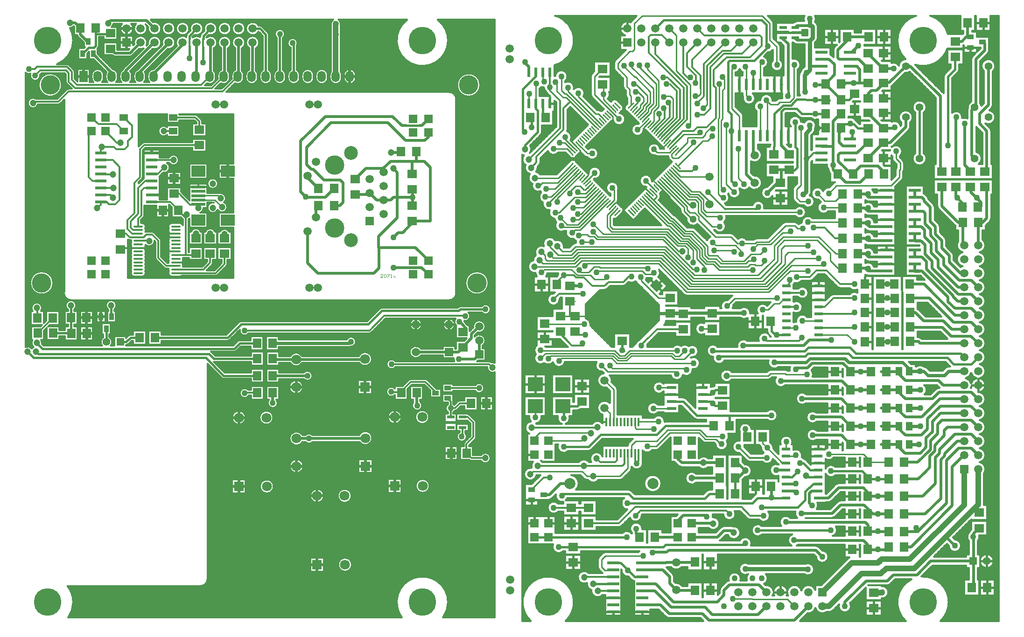
<source format=gtl>
%FSLAX43Y43*%
%MOMM*%
G71*
G01*
G75*
G04 Layer_Physical_Order=1*
%ADD10C,0.300*%
%ADD11R,1.800X1.600*%
%ADD12R,1.500X1.300*%
%ADD13O,1.800X0.350*%
%ADD14O,1.800X0.350*%
%ADD15R,2.500X0.500*%
%ADD16R,2.500X2.000*%
%ADD17R,1.600X1.800*%
%ADD18R,2.150X0.600*%
%ADD19R,2.150X0.600*%
%ADD20R,0.850X1.300*%
%ADD21R,1.300X0.850*%
%ADD22R,1.450X0.550*%
%ADD23R,1.450X0.550*%
%ADD24C,0.250*%
%ADD25R,0.300X1.600*%
%ADD26R,2.200X0.600*%
%ADD27R,2.700X2.500*%
%ADD28R,0.600X2.150*%
%ADD29R,1.550X0.600*%
%ADD30R,0.600X1.700*%
%ADD31R,1.300X1.500*%
%ADD32R,1.550X0.600*%
%ADD33R,2.200X0.550*%
%ADD34R,2.200X0.550*%
%ADD35R,2.200X0.600*%
%ADD36C,0.063*%
%ADD37R,0.600X2.150*%
%ADD38R,1.700X0.600*%
%ADD39R,1.700X0.600*%
%ADD40C,0.500*%
%ADD41C,1.000*%
%ADD42C,0.400*%
%ADD43C,0.600*%
%ADD44C,0.800*%
%ADD45C,0.100*%
%ADD46C,1.200*%
%ADD47R,1.500X1.500*%
%ADD48C,1.500*%
%ADD49C,1.800*%
%ADD50R,1.800X1.800*%
%ADD51O,1.500X2.000*%
%ADD52R,1.500X2.000*%
%ADD53R,1.400X1.400*%
%ADD54C,1.400*%
%ADD55C,2.500*%
%ADD56C,3.500*%
%ADD57C,5.000*%
%ADD58C,1.100*%
%ADD59C,1.500*%
%ADD60C,2.000*%
%ADD61C,1.300*%
%ADD62C,1.270*%
D10*
X36911Y80700D02*
G03*
X36911Y80700I-950J0D01*
G01*
X38025Y77296D02*
G03*
X38359Y78020I-616J724D01*
G01*
G03*
X37145Y78932I-950J0D01*
G01*
X38609Y76419D02*
G03*
X38025Y77296I-950J0D01*
G01*
X37145Y78932D02*
G03*
X36909Y78995I-236J-412D01*
G01*
X37145Y78932D02*
G03*
X36909Y78995I-236J-412D01*
G01*
X36839Y75940D02*
G03*
X38609Y76419I820J480D01*
G01*
X35858Y77245D02*
G03*
X36839Y75940I102J-944D01*
G01*
X34015Y92017D02*
G03*
X33869Y92370I-500J0D01*
G01*
X34015Y92017D02*
G03*
X33869Y92370I-500J0D01*
G01*
X33162Y93076D02*
G03*
X32809Y93223I-354J-354D01*
G01*
X33162Y93076D02*
G03*
X32809Y93223I-354J-354D01*
G01*
X36183Y77224D02*
G03*
X36063Y77245I-223J-923D01*
G01*
X33742Y75400D02*
G03*
X34308Y76269I-384J869D01*
G01*
X31558Y74218D02*
G03*
X31781Y74326I-300J901D01*
G01*
X38966Y71930D02*
G03*
X37254Y71930I-856J-412D01*
G01*
X36406D02*
G03*
X34612Y71930I-897J-312D01*
G01*
X38463Y65713D02*
G03*
X38610Y66067I-354J354D01*
G01*
X38463Y65713D02*
G03*
X38610Y66067I-354J354D01*
G01*
X36491Y63948D02*
G03*
X36845Y64095I0J500D01*
G01*
X36491Y63948D02*
G03*
X36845Y64095I0J500D01*
G01*
X33806Y71930D02*
G03*
X32011Y71930I-897J-312D01*
G01*
X35862Y65963D02*
G03*
X36009Y66317I-354J354D01*
G01*
X35862Y65963D02*
G03*
X36009Y66317I-354J354D01*
G01*
X29807Y84971D02*
G03*
X28034Y85446I-950J0D01*
G01*
X28066Y84446D02*
G03*
X29807Y84971I791J526D01*
G01*
X28157Y83621D02*
G03*
X27679Y84446I-950J0D01*
G01*
X27718Y82820D02*
G03*
X28157Y83621I-511J801D01*
G01*
X27707Y90915D02*
G03*
X27707Y89530I-650J-692D01*
G01*
X23506Y88172D02*
G03*
X23152Y88026I0J-500D01*
G01*
X23506Y88172D02*
G03*
X23152Y88026I0J-500D01*
G01*
X26989Y82696D02*
G03*
X27707Y82814I218J925D01*
G01*
X23455Y81587D02*
G03*
X23318Y81489I216J-451D01*
G01*
X23455Y81587D02*
G03*
X23318Y81489I216J-451D01*
G01*
X23109Y81517D02*
G03*
X23256Y81871I-354J354D01*
G01*
X23109Y81517D02*
G03*
X23256Y81871I-354J354D01*
G01*
X30558Y73150D02*
G03*
X29986Y73523I-572J-252D01*
G01*
X28536D02*
G03*
X28002Y72573I0J-625D01*
G01*
G03*
X28002Y71923I534J-325D01*
G01*
G03*
X28002Y71273I534J-325D01*
G01*
G03*
X28002Y70623I534J-325D01*
G01*
X30611Y67048D02*
G03*
X30592Y67198I-625J0D01*
G01*
X30520Y66723D02*
G03*
X30611Y67048I-534J325D01*
G01*
Y66398D02*
G03*
X30520Y66723I-625J0D01*
G01*
X30520Y66073D02*
G03*
X30611Y66398I-534J325D01*
G01*
X28002Y70623D02*
G03*
X28002Y69973I534J-325D01*
G01*
G03*
X28002Y69324I534J-325D01*
G01*
G03*
X28002Y68674I534J-325D01*
G01*
G03*
X28002Y68023I534J-325D01*
G01*
X30611Y65748D02*
G03*
X30520Y66073I-625J0D01*
G01*
X30592Y65599D02*
G03*
X30611Y65748I-607J150D01*
G01*
X29986Y63823D02*
G03*
X30361Y63948I0J625D01*
G01*
X28002Y64773D02*
G03*
X28536Y63823I534J-325D01*
G01*
X28002Y68023D02*
G03*
X28002Y67373I534J-325D01*
G01*
G03*
X28002Y66723I534J-325D01*
G01*
G03*
X27929Y66248I534J-325D01*
G01*
X27929Y65248D02*
G03*
X28002Y64773I607J-150D01*
G01*
X27171Y65395D02*
G03*
X27525Y65248I354J354D01*
G01*
X27171Y65395D02*
G03*
X27525Y65248I354J354D01*
G01*
X26607Y70318D02*
G03*
X26460Y70671I-500J0D01*
G01*
X26607Y70318D02*
G03*
X26460Y70671I-500J0D01*
G01*
X25360Y71772D02*
G03*
X25006Y71918I-354J-354D01*
G01*
X25360Y71772D02*
G03*
X25006Y71918I-354J-354D01*
G01*
X23720Y72573D02*
G03*
X23811Y72898I-534J325D01*
G01*
X23806Y69575D02*
G03*
X25406Y70268I650J693D01*
G01*
X23409Y74565D02*
G03*
X23556Y74919I-354J354D01*
G01*
X23409Y74565D02*
G03*
X23556Y74919I-354J354D01*
G01*
X23811Y72898D02*
G03*
X23186Y73523I-625J0D01*
G01*
X23811Y72248D02*
G03*
X23720Y72573I-625J0D01*
G01*
X23906Y71918D02*
G03*
X23739Y71889I0J-500D01*
G01*
X23720Y71923D02*
G03*
X23811Y72248I-534J325D01*
G01*
X23906Y71918D02*
G03*
X23739Y71889I0J-500D01*
G01*
X21129Y70449D02*
G03*
X21202Y69973I607J-150D01*
G01*
G03*
X21202Y69324I534J-325D01*
G01*
X23720D02*
G03*
X23806Y69575I-534J325D01*
G01*
X23811Y68998D02*
G03*
X23720Y69324I-625J0D01*
G01*
X23720Y68674D02*
G03*
X23811Y68998I-534J325D01*
G01*
X21202Y69324D02*
G03*
X21202Y68674I534J-325D01*
G01*
X20605Y70527D02*
G03*
X20875Y70449I269J421D01*
G01*
X20605Y70527D02*
G03*
X20875Y70449I269J421D01*
G01*
X25607Y67167D02*
G03*
X25753Y66813I500J0D01*
G01*
X25607Y67167D02*
G03*
X25753Y66813I500J0D01*
G01*
X23811Y68349D02*
G03*
X23720Y68674I-625J0D01*
G01*
X23720Y68023D02*
G03*
X23811Y68349I-534J325D01*
G01*
Y67698D02*
G03*
X23720Y68023I-625J0D01*
G01*
Y67373D02*
G03*
X23811Y67698I-534J325D01*
G01*
Y67048D02*
G03*
X23720Y67373I-625J0D01*
G01*
X23720Y66723D02*
G03*
X23811Y67048I-534J325D01*
G01*
Y66398D02*
G03*
X23720Y66723I-625J0D01*
G01*
X23720Y66073D02*
G03*
X23811Y66398I-534J325D01*
G01*
Y65748D02*
G03*
X23720Y66073I-625J0D01*
G01*
X23720Y65423D02*
G03*
X23811Y65748I-534J325D01*
G01*
Y65099D02*
G03*
X23720Y65423I-625J0D01*
G01*
X23720Y64773D02*
G03*
X23811Y65099I-534J325D01*
G01*
Y64448D02*
G03*
X23720Y64773I-625J0D01*
G01*
X23186Y63823D02*
G03*
X23811Y64448I0J625D01*
G01*
X21202Y68674D02*
G03*
X21202Y68023I534J-325D01*
G01*
G03*
X21202Y67373I534J-325D01*
G01*
G03*
X21202Y66723I534J-325D01*
G01*
G03*
X21202Y66073I534J-325D01*
G01*
G03*
X21202Y65423I534J-325D01*
G01*
X21202Y64773D02*
G03*
X21736Y63823I534J-325D01*
G01*
X21202Y65423D02*
G03*
X21202Y64773I534J-325D01*
G01*
X84500Y98600D02*
G03*
X84500Y98600I-2100J0D01*
G01*
X78650Y106700D02*
G03*
X76780Y110428I-4650J0D01*
G01*
X71220D02*
G03*
X78650Y106700I2780J-3728D01*
G01*
X80125Y96050D02*
G03*
X78833Y97325I-1275J0D01*
G01*
X86000Y62650D02*
G03*
X86000Y62650I-2100J0D01*
G01*
X86372Y57865D02*
G03*
X84759Y58415I-900J0D01*
G01*
Y57315D02*
G03*
X86372Y57865I712J550D01*
G01*
X80139Y60815D02*
G03*
X80125Y61004I-1275J0D01*
G01*
X82650Y56650D02*
G03*
X82357Y57315I-900J0D01*
G01*
X80900Y58415D02*
G03*
X80511Y58253I0J-550D01*
G01*
X80900Y58415D02*
G03*
X80510Y58253I0J-550D01*
G01*
X85421Y54743D02*
G03*
X83236Y54564I-1100J0D01*
G01*
X84046Y53677D02*
G03*
X85421Y54743I275J1065D01*
G01*
Y52203D02*
G03*
X83500Y52935I-1100J0D01*
G01*
X84900Y51267D02*
G03*
X85421Y52203I-579J935D01*
G01*
X81608Y55761D02*
G03*
X82650Y56650I142J889D01*
G01*
X81620Y55614D02*
G03*
X81608Y55761I-900J0D01*
G01*
X79793Y59942D02*
G03*
X80139Y60815I-929J874D01*
G01*
X78825Y59525D02*
G03*
X79793Y59942I25J1275D01*
G01*
X78604Y59540D02*
G03*
X78825Y59525I196J1260D01*
G01*
X80037Y56200D02*
G03*
X79825Y55523I683J-586D01*
G01*
G03*
X78856Y56200I-1016J-422D01*
G01*
X79909Y55101D02*
G03*
X79900Y55245I-1100J0D01*
G01*
X73909Y55101D02*
G03*
X72856Y56200I-1100J0D01*
G01*
X79900Y55245D02*
G03*
X80166Y54905I821J369D01*
G01*
X78762Y56200D02*
G03*
X79909Y55101I47J-1099D01*
G01*
X72762Y56200D02*
G03*
X73909Y55101I47J-1099D01*
G01*
X58941Y110302D02*
G03*
X58797Y110428I-626J-575D01*
G01*
X57796D02*
G03*
X57443Y109382I497J-750D01*
G01*
X59143Y109382D02*
G03*
X59193Y109678I-850J296D01*
G01*
G03*
X58941Y110302I-900J0D01*
G01*
X59215Y107727D02*
G03*
X59143Y108079I-900J0D01*
G01*
Y107375D02*
G03*
X59215Y107727I-828J352D01*
G01*
X57443Y107952D02*
G03*
X57443Y107503I872J-224D01*
G01*
X61933Y100381D02*
G03*
X59733Y100381I-1100J0D01*
G01*
Y99881D02*
G03*
X61933Y99881I1100J0D01*
G01*
X59393Y100381D02*
G03*
X59143Y101079I-1100J0D01*
G01*
X57443D02*
G03*
X57193Y100381I850J-698D01*
G01*
X56853D02*
G03*
X54653Y100381I-1100J0D01*
G01*
X54313D02*
G03*
X52113Y100381I-1100J0D01*
G01*
X57193Y99881D02*
G03*
X59393Y99881I1100J0D01*
G01*
X54653D02*
G03*
X56853Y99881I1100J0D01*
G01*
X52113D02*
G03*
X54313Y99881I1100J0D01*
G01*
X51350Y106200D02*
G03*
X50123Y105362I-900J0D01*
G01*
X51223Y105739D02*
G03*
X51350Y106200I-773J461D01*
G01*
X48683Y107125D02*
G03*
X49050Y107850I-533J725D01*
G01*
G03*
X47583Y107151I-900J0D01*
G01*
X46143Y107757D02*
G03*
X45981Y108147I-550J0D01*
G01*
X46143Y107757D02*
G03*
X45982Y108146I-550J0D01*
G01*
X51773Y100381D02*
G03*
X51223Y101334I-1100J0D01*
G01*
X49573Y99881D02*
G03*
X51773Y99881I1100J0D01*
G01*
X50123Y101334D02*
G03*
X49573Y100381I550J-953D01*
G01*
X49233D02*
G03*
X48683Y101334I-1100J0D01*
G01*
X47583D02*
G03*
X47033Y100381I550J-953D01*
G01*
Y99881D02*
G03*
X49233Y99881I1100J0D01*
G01*
X46693Y100381D02*
G03*
X46143Y101334I-1100J0D01*
G01*
X66652Y58150D02*
G03*
X66263Y57989I0J-550D01*
G01*
X66652Y58150D02*
G03*
X66262Y57988I0J-550D01*
G01*
X57000Y59530D02*
G03*
X57147Y59538I0J1275D01*
G01*
X56804D02*
G03*
X57000Y59530I196J2266D01*
G01*
X64400Y53500D02*
G03*
X64754Y53647I0J500D01*
G01*
X64400Y53500D02*
G03*
X64754Y53647I0J500D01*
G01*
X61003Y51101D02*
G03*
X61950Y52000I47J899D01*
G01*
X60750Y51050D02*
G03*
X61003Y51101I0J650D01*
G01*
X60750Y51050D02*
G03*
X61003Y51101I0J650D01*
G01*
X61950Y52000D02*
G03*
X60221Y52350I-900J0D01*
G01*
X51500Y59525D02*
G03*
X51664Y59536I0J1275D01*
G01*
X87122Y48162D02*
G03*
X86526Y48230I-400J-862D01*
G01*
X85777Y47400D02*
G03*
X87122Y46438I945J-100D01*
G01*
X86526Y48230D02*
G03*
X86150Y48400I-376J-329D01*
G01*
X85200Y43550D02*
G03*
X83552Y44050I-900J0D01*
G01*
Y43050D02*
G03*
X85200Y43550I748J500D01*
G01*
X79681Y49001D02*
G03*
X79798Y48400I889J-139D01*
G01*
X80737Y41267D02*
G03*
X80384Y41120I0J-500D01*
G01*
X80737Y41267D02*
G03*
X80384Y41120I0J-500D01*
G01*
X79780Y40517D02*
G03*
X79625Y40648I-655J-617D01*
G01*
X79930Y39460D02*
G03*
X80284Y39607I0J500D01*
G01*
X79930Y39460D02*
G03*
X80284Y39607I0J500D01*
G01*
X73731Y50701D02*
G03*
X73731Y49501I-922J-600D01*
G01*
X74904Y45054D02*
G03*
X74550Y45200I-354J-354D01*
G01*
X74904Y45054D02*
G03*
X74550Y45200I-354J-354D01*
G01*
X79625Y41125D02*
G03*
X79602Y41274I-500J0D01*
G01*
X79625Y41125D02*
G03*
X79602Y41274I-500J0D01*
G01*
X78625Y40648D02*
G03*
X78625Y39152I500J-748D01*
G01*
X73950Y40400D02*
G03*
X73550Y41148I-900J0D01*
G01*
X72350Y40966D02*
G03*
X73950Y40400I700J-566D01*
G01*
X83750Y37300D02*
G03*
X83604Y37654I-500J0D01*
G01*
X83750Y37300D02*
G03*
X83604Y37654I-500J0D01*
G01*
X82604Y38654D02*
G03*
X82350Y38790I-354J-354D01*
G01*
X83604Y34297D02*
G03*
X83750Y34650I-354J354D01*
G01*
X83604Y34297D02*
G03*
X83750Y34650I-354J354D01*
G01*
X82604Y38654D02*
G03*
X82350Y38790I-354J-354D01*
G01*
X79625Y39152D02*
G03*
X79910Y39460I-500J748D01*
G01*
X82050Y34750D02*
G03*
X81775Y35398I-900J0D01*
G01*
X86372Y30858D02*
G03*
X84614Y31358I-950J0D01*
G01*
Y30358D02*
G03*
X86372Y30858I808J500D01*
G01*
X81647Y33754D02*
G03*
X81500Y33400I354J-354D01*
G01*
X81647Y33754D02*
G03*
X81500Y33400I354J-354D01*
G01*
X80775Y35568D02*
G03*
X82050Y34750I375J-818D01*
G01*
X82539Y30504D02*
G03*
X82893Y30358I354J354D01*
G01*
X82539Y30504D02*
G03*
X82893Y30358I354J354D01*
G01*
X75220Y38300D02*
G03*
X75220Y38300I-1250J0D01*
G01*
X75300Y25800D02*
G03*
X75300Y25800I-1250J0D01*
G01*
X77750Y1950D02*
G03*
X78650Y4700I-3750J2750D01*
G01*
G03*
X70250Y1950I-4650J0D01*
G01*
X71900Y45200D02*
G03*
X71547Y45054I0J-500D01*
G01*
X71900Y45200D02*
G03*
X71547Y45054I0J-500D01*
G01*
X69149Y48400D02*
G03*
X69149Y47400I-748J-500D01*
G01*
X64850Y48830D02*
G03*
X62463Y49350I-1250J0D01*
G01*
X62551Y48150D02*
G03*
X64850Y48830I1049J680D01*
G01*
X69013Y43509D02*
G03*
X69013Y42291I-662J-609D01*
G01*
X52197Y49350D02*
G03*
X50004Y49350I-1097J-600D01*
G01*
X54050Y45800D02*
G03*
X52485Y46407I-900J0D01*
G01*
X52474Y45207D02*
G03*
X54050Y45800I677J593D01*
G01*
X50004Y48150D02*
G03*
X52197Y48150I1097J600D01*
G01*
X52350Y43750D02*
G03*
X52350Y43750I-1250J0D01*
G01*
X70220Y38300D02*
G03*
X70220Y38300I-1250J0D01*
G01*
X62601Y33800D02*
G03*
X64900Y34480I1049J680D01*
G01*
G03*
X62513Y35000I-1250J0D01*
G01*
X61150Y24000D02*
G03*
X61150Y24000I-1250J0D01*
G01*
X61230Y11500D02*
G03*
X61230Y11500I-1250J0D01*
G01*
X47750Y40850D02*
G03*
X47515Y41457I-900J0D01*
G01*
X52247Y35000D02*
G03*
X52247Y33800I-1097J-600D01*
G01*
X46185Y41457D02*
G03*
X47750Y40850I665J-607D01*
G01*
X54121Y35000D02*
G03*
X52779Y35000I-671J-600D01*
G01*
Y33800D02*
G03*
X54121Y33800I671J600D01*
G01*
X52400Y29400D02*
G03*
X52400Y29400I-1250J0D01*
G01*
X56150Y24000D02*
G03*
X56150Y24000I-1250J0D01*
G01*
X44900Y109228D02*
G03*
X44510Y109390I-390J-388D01*
G01*
X44899Y109229D02*
G03*
X44510Y109390I-389J-389D01*
G01*
X36790Y108840D02*
G03*
X34447Y108475I-1200J0D01*
G01*
X44277Y109390D02*
G03*
X44277Y108290I-1067J-550D01*
G01*
X41870Y108840D02*
G03*
X41870Y108840I-1200J0D01*
G01*
X44410Y106300D02*
G03*
X42610Y105261I-1200J0D01*
G01*
X41870Y106300D02*
G03*
X40070Y105261I-1200J0D01*
G01*
X39330Y108840D02*
G03*
X39330Y108840I-1200J0D01*
G01*
X35225Y107697D02*
G03*
X36790Y108840I365J1143D01*
G01*
X39330Y106300D02*
G03*
X37530Y105261I-1200J0D01*
G01*
X36790Y106300D02*
G03*
X34809Y107211I-1200J0D01*
G01*
X34250Y108840D02*
G03*
X31907Y108475I-1200J0D01*
G01*
X26630Y108840D02*
G03*
X25120Y109999I-1200J0D01*
G01*
X24090Y108840D02*
G03*
X23805Y109617I-1200J0D01*
G01*
X32685Y107697D02*
G03*
X34250Y108840I365J1143D01*
G01*
X33871Y107898D02*
G03*
X33709Y107509I388J-390D01*
G01*
X33870Y107897D02*
G03*
X33709Y107509I389J-389D01*
G01*
X31362Y107930D02*
G03*
X31200Y107540I388J-390D01*
G01*
X31361Y107929D02*
G03*
X31200Y107540I389J-389D01*
G01*
X31710Y108840D02*
G03*
X31710Y108840I-1200J0D01*
G01*
X29170D02*
G03*
X29170Y108840I-1200J0D01*
G01*
X33709Y107303D02*
G03*
X32300Y107237I-658J-1003D01*
G01*
X31200Y107282D02*
G03*
X29482Y105681I-690J-982D01*
G01*
X29170Y106300D02*
G03*
X26842Y105891I-1200J0D01*
G01*
X24271Y109151D02*
G03*
X26630Y108840I1159J-311D01*
G01*
X22053Y109700D02*
G03*
X24090Y108840I837J-860D01*
G01*
X26630Y106300D02*
G03*
X24256Y106054I-1200J0D01*
G01*
X24090Y106300D02*
G03*
X21731Y105990I-1200J0D01*
G01*
X43810Y105261D02*
G03*
X44410Y106300I-600J1039D01*
G01*
X41270Y105261D02*
G03*
X41870Y106300I-600J1039D01*
G01*
X38730Y105261D02*
G03*
X39330Y106300I-600J1039D01*
G01*
X45043Y101334D02*
G03*
X44493Y100381I550J-953D01*
G01*
Y99881D02*
G03*
X46693Y99881I1100J0D01*
G01*
X42610Y101388D02*
G03*
X41953Y100381I443J-1007D01*
G01*
X44153D02*
G03*
X43810Y101179I-1100J0D01*
G01*
X41953Y99881D02*
G03*
X44153Y99881I1100J0D01*
G01*
X41613Y100381D02*
G03*
X41270Y101179I-1100J0D01*
G01*
X40070Y101388D02*
G03*
X39413Y100381I443J-1007D01*
G01*
X39998Y98909D02*
G03*
X41613Y99881I515J972D01*
G01*
X39413D02*
G03*
X39421Y99746I1100J0D01*
G01*
X39073Y100381D02*
G03*
X38730Y101179I-1100J0D01*
G01*
X36190Y105261D02*
G03*
X36790Y106300I-600J1039D01*
G01*
X27766Y105118D02*
G03*
X29170Y106300I204J1183D01*
G01*
X25058Y105159D02*
G03*
X26630Y106300I372J1141D01*
G01*
X23962Y105760D02*
G03*
X24090Y106300I-1072J540D01*
G01*
X22580Y105141D02*
G03*
X23430Y105228I311J1159D01*
G01*
X37530Y101388D02*
G03*
X36873Y100381I443J-1007D01*
G01*
X37458Y98909D02*
G03*
X39073Y99881I515J972D01*
G01*
X36533Y100381D02*
G03*
X36190Y101179I-1100J0D01*
G01*
X36873Y99881D02*
G03*
X36881Y99746I1100J0D01*
G01*
X34918Y98909D02*
G03*
X36533Y99881I515J972D01*
G01*
X25283Y101481D02*
G03*
X24173Y100381I-10J-1100D01*
G01*
Y99881D02*
G03*
X24499Y99100I1100J0D01*
G01*
X23833Y100381D02*
G03*
X23645Y100996I-1100J0D01*
G01*
X23508Y99100D02*
G03*
X23833Y99881I-775J781D01*
G01*
X21550Y108840D02*
G03*
X21187Y109700I-1200J0D01*
G01*
X19513D02*
G03*
X21550Y108840I837J-860D01*
G01*
X17639Y109127D02*
G03*
X17939Y109700I-641J701D01*
G01*
X20990Y103800D02*
G03*
X21414Y103976I0J600D01*
G01*
X20990Y103800D02*
G03*
X21414Y103976I0J600D01*
G01*
X22372Y101420D02*
G03*
X21633Y100381I362J-1039D01*
G01*
X21293D02*
G03*
X21013Y101114I-1100J0D01*
G01*
X17757Y103976D02*
G03*
X18181Y103800I424J424D01*
G01*
X17757Y103976D02*
G03*
X18181Y103800I424J424D01*
G01*
X19769Y101567D02*
G03*
X19620Y101320I424J-424D01*
G01*
X19769Y101567D02*
G03*
X19620Y101320I424J-424D01*
G01*
G03*
X19093Y100381I573J-939D01*
G01*
X18753D02*
G03*
X17869Y101460I-1100J0D01*
G01*
X16700Y100931D02*
G03*
X16553Y100381I953J-550D01*
G01*
X15143Y105338D02*
G03*
X15304Y105727I-389J389D01*
G01*
X15142Y105337D02*
G03*
X15304Y105727I-388J390D01*
G01*
X11361Y107677D02*
G03*
X11529Y107353I592J100D01*
G01*
X11361Y107677D02*
G03*
X11529Y107353I592J100D01*
G01*
X10070Y108950D02*
G03*
X10763Y109269I-17J950D01*
G01*
X10650Y106700D02*
G03*
X10070Y108950I-4650J0D01*
G01*
X16213Y100381D02*
G03*
X14013Y100381I-1100J0D01*
G01*
X10903Y101025D02*
G03*
X10756Y101379I-500J0D01*
G01*
X10903Y101025D02*
G03*
X10756Y101379I-500J0D01*
G01*
X7709Y102376D02*
G03*
X10650Y106700I-1709J4324D01*
G01*
X9906Y102229D02*
G03*
X9552Y102376I-354J-354D01*
G01*
X9906Y102229D02*
G03*
X9552Y102376I-354J-354D01*
G01*
X1995Y100807D02*
G03*
X2927Y100638I603J669D01*
G01*
X8600Y98600D02*
G03*
X6534Y100700I-2100J0D01*
G01*
X6467D02*
G03*
X8600Y98600I34J-2100D01*
G01*
X2927Y100638D02*
G03*
X4651Y100275I824J-363D01*
G01*
X21633Y99881D02*
G03*
X21959Y99100I1100J0D01*
G01*
X20968D02*
G03*
X21293Y99881I-775J781D01*
G01*
X19093D02*
G03*
X19419Y99100I1100J0D01*
G01*
X18428D02*
G03*
X18753Y99881I-775J781D01*
G01*
X16553D02*
G03*
X16879Y99100I1100J0D01*
G01*
X15888D02*
G03*
X16213Y99881I-775J781D01*
G01*
X14013D02*
G03*
X14339Y99100I1100J0D01*
G01*
X4651Y100275D02*
G03*
X4634Y100451I-900J0D01*
G01*
X9350Y99150D02*
G03*
X9497Y98797I500J0D01*
G01*
X9350Y99150D02*
G03*
X9497Y98797I500J0D01*
G01*
X9800Y97900D02*
G03*
X9447Y97754I0J-500D01*
G01*
X9800Y97900D02*
G03*
X9447Y97754I0J-500D01*
G01*
X8000Y95100D02*
G03*
X8354Y95247I0J500D01*
G01*
X8000Y95100D02*
G03*
X8354Y95247I0J500D01*
G01*
X3899Y96100D02*
G03*
X4274Y95100I-548J-776D01*
G01*
X40861Y54136D02*
G03*
X42499Y53500I890J-136D01*
G01*
X41110Y55714D02*
G03*
X40721Y55553I0J-550D01*
G01*
X41110Y55714D02*
G03*
X40721Y55552I0J-550D01*
G01*
X39817Y59538D02*
G03*
X40000Y59525I183J1262D01*
G01*
X40860Y52250D02*
G03*
X40471Y52089I0J-550D01*
G01*
X40860Y52250D02*
G03*
X40470Y52088I0J-550D01*
G01*
X39860Y50150D02*
G03*
X40250Y50312I0J550D01*
G01*
X39860Y50150D02*
G03*
X40249Y50311I0J550D01*
G01*
X38659Y52162D02*
G03*
X39049Y52324I0J550D01*
G01*
X38659Y52162D02*
G03*
X39048Y52324I0J550D01*
G01*
X37564Y45418D02*
G03*
X37953Y45257I389J389D01*
G01*
X37563Y45419D02*
G03*
X37953Y45257I390J388D01*
G01*
X42457Y43207D02*
G03*
X42533Y42207I-707J-557D01*
G01*
X46950Y38200D02*
G03*
X46950Y38200I-1250J0D01*
G01*
X41950D02*
G03*
X41950Y38200I-1250J0D01*
G01*
X47030Y25700D02*
G03*
X47030Y25700I-1250J0D01*
G01*
X34694Y8042D02*
G03*
X35025Y8900I-943J858D01*
G01*
X34694Y8042D02*
G03*
X35025Y8900I-943J858D01*
G01*
X33750Y7625D02*
G03*
X34694Y8042I0J1275D01*
G01*
X33742Y7625D02*
G03*
X34694Y8042I8J1275D01*
G01*
X18504Y58600D02*
G03*
X17689Y59540I-950J0D01*
G01*
X18104Y57825D02*
G03*
X18504Y58600I-550J775D01*
G01*
X17420Y59540D02*
G03*
X17004Y57825I135J-940D01*
G01*
X9866Y59601D02*
G03*
X10325Y59525I434J1199D01*
G01*
X10325D02*
G03*
X10546Y59540I25J1275D01*
G01*
X11203Y58565D02*
G03*
X9712Y57784I-950J0D01*
G01*
X9025Y61149D02*
G03*
X9866Y59601I1230J-334D01*
G01*
X10812Y57797D02*
G03*
X11203Y58565I-559J768D01*
G01*
X7050Y62650D02*
G03*
X7050Y62650I-2100J0D01*
G01*
X4811Y57545D02*
G03*
X5001Y58115I-760J570D01*
G01*
G03*
X3291Y57545I-950J0D01*
G01*
X21054Y53262D02*
G03*
X20666Y53101I0J-550D01*
G01*
X21054Y53262D02*
G03*
X20665Y53101I0J-550D01*
G01*
X20278Y51386D02*
G03*
X20667Y51547I0J550D01*
G01*
X20278Y51386D02*
G03*
X20667Y51548I0J550D01*
G01*
X17480Y51250D02*
G03*
X17735Y51936I-795J686D01*
G01*
G03*
X17231Y52833I-1050J0D01*
G01*
X16131Y52828D02*
G03*
X15890Y51250I554J-892D01*
G01*
X4977Y51552D02*
G03*
X5001Y51763I-926J211D01*
G01*
G03*
X4840Y52292I-950J0D01*
G01*
X10650Y4700D02*
G03*
X9615Y7625I-4650J0D01*
G01*
X9750Y1950D02*
G03*
X10650Y4700I-3750J2750D01*
G01*
X3262Y52292D02*
G03*
X3472Y51010I789J-529D01*
G01*
G03*
X3151Y50745I429J-847D01*
G01*
G03*
X1995Y51022I-750J-583D01*
G01*
X178549Y107447D02*
G03*
X178543Y107227I1266J-149D01*
G01*
X176590Y104336D02*
G03*
X176824Y104901I-566J566D01*
G01*
X176589Y104335D02*
G03*
X176824Y104901I-565J567D01*
G01*
X172117Y105768D02*
G03*
X172222Y105811I-250J760D01*
G01*
X172117Y105768D02*
G03*
X172222Y105811I-250J760D01*
G01*
X173810Y103818D02*
G03*
X173574Y103251I565J-567D01*
G01*
X173809Y103817D02*
G03*
X173574Y103251I566J-566D01*
G01*
X178549Y101415D02*
G03*
X178542Y101313I2225J-213D01*
G01*
G03*
X178549Y101098I1273J-64D01*
G01*
X177480Y101080D02*
G03*
X177930Y102041I-800J960D01*
G01*
G03*
X175880Y101080I-1250J0D01*
G01*
X177930Y92741D02*
G03*
X176836Y93981I-1250J0D01*
G01*
X177246Y94391D02*
G03*
X177480Y94957I-566J566D01*
G01*
X177245Y94390D02*
G03*
X177480Y94957I-565J567D01*
G01*
X171147Y100863D02*
G03*
X171367Y101394I-530J530D01*
G01*
X171147Y100863D02*
G03*
X171367Y101394I-530J530D01*
G01*
X175401Y94809D02*
G03*
X175174Y95298I-1221J-268D01*
G01*
X173574Y95634D02*
G03*
X172943Y94360I606J-1094D01*
G01*
G03*
X172874Y94035I731J-325D01*
G01*
X172943Y94360D02*
G03*
X172874Y94035I731J-325D01*
G01*
X169323Y107878D02*
G03*
X166088Y111176I-4499J-1176D01*
G01*
X163374Y102283D02*
G03*
X169218Y105178I1451J4418D01*
G01*
X168794Y100632D02*
G03*
X168574Y100101I530J-530D01*
G01*
X168794Y100632D02*
G03*
X168574Y100101I530J-530D01*
G01*
X163561Y111176D02*
G03*
X161663Y103291I1264J-4475D01*
G01*
X161567Y100796D02*
G03*
X162385Y101009I113J1245D01*
G01*
X161663Y103291D02*
G03*
X160431Y102094I17J-1250D01*
G01*
X171924Y92751D02*
G03*
X170074Y93556I-1100J0D01*
G01*
X164930Y93541D02*
G03*
X165430Y94541I-750J1000D01*
G01*
G03*
X163430Y93541I-1250J0D01*
G01*
X162930Y92741D02*
G03*
X160880Y91780I-1250J0D01*
G01*
X177174Y90251D02*
G03*
X176940Y90817I-800J0D01*
G01*
X176147Y91610D02*
G03*
X177930Y92741I533J1131D01*
G01*
X177174Y90251D02*
G03*
X176939Y90818I-800J0D01*
G01*
X171905Y92546D02*
G03*
X171924Y92751I-1081J205D01*
G01*
X172874Y92531D02*
G03*
X171905Y92546I-500J-980D01*
G01*
X175430Y85241D02*
G03*
X174474Y86456I-1250J0D01*
G01*
X174904Y84222D02*
G03*
X175430Y85241I-724J1019D01*
G01*
X176934Y73804D02*
G03*
X177168Y74370I-566J566D01*
G01*
X176933Y73803D02*
G03*
X177168Y74370I-565J567D01*
G01*
X176168Y73021D02*
G03*
X176345Y73215I-493J630D01*
G01*
X169024Y70351D02*
G03*
X168789Y70918I-800J0D01*
G01*
X169024Y70351D02*
G03*
X168790Y70917I-800J0D01*
G01*
X176114Y69491D02*
G03*
X175614Y70516I-1300J0D01*
G01*
X175092Y68221D02*
G03*
X176114Y69491I-278J1270D01*
G01*
X171218Y70248D02*
G03*
X171997Y68221I1057J-757D01*
G01*
X176114Y66951D02*
G03*
X175092Y68221I-1300J0D01*
G01*
X170374Y67601D02*
G03*
X170139Y68168I-800J0D01*
G01*
X170374Y67601D02*
G03*
X170140Y68167I-800J0D01*
G01*
X165430Y85241D02*
G03*
X164930Y86241I-1250J0D01*
G01*
X163430D02*
G03*
X165430Y85241I750J-1000D01*
G01*
X162480Y91780D02*
G03*
X162930Y92741I-800J960D01*
G01*
X162246Y90391D02*
G03*
X162480Y90957I-566J566D01*
G01*
X162245Y90390D02*
G03*
X162480Y90957I-565J567D01*
G01*
X160754Y91162D02*
G03*
X159128Y91906I-1080J-211D01*
G01*
X161339Y84472D02*
G03*
X161142Y84950I-675J0D01*
G01*
X161339Y84472D02*
G03*
X161142Y84950I-675J0D01*
G01*
X161238Y82867D02*
G03*
X161339Y83222I-574J356D01*
G01*
X161238Y82867D02*
G03*
X161339Y83222I-574J356D01*
G01*
X161040Y81413D02*
G03*
X161238Y81890I-477J477D01*
G01*
X161040Y81413D02*
G03*
X161238Y81890I-477J477D01*
G01*
X161024Y86551D02*
G03*
X159121Y87303I-1100J0D01*
G01*
X160599Y85683D02*
G03*
X161024Y86551I-675J869D01*
G01*
X165191Y78766D02*
G03*
X164974Y78921I-567J-565D01*
G01*
X165190Y78767D02*
G03*
X164974Y78921I-566J-566D01*
G01*
X167410Y76627D02*
G03*
X167644Y76061I800J0D01*
G01*
X167410Y76627D02*
G03*
X167645Y76060I800J0D01*
G01*
X167874Y72851D02*
G03*
X167640Y73417I-800J0D01*
G01*
X167874Y72851D02*
G03*
X167639Y73418I-800J0D01*
G01*
X165824Y77833D02*
G03*
X165590Y78367I-799J-32D01*
G01*
X165824Y77833D02*
G03*
X165589Y78368I-799J-32D01*
G01*
X166924Y76401D02*
G03*
X166689Y76968I-800J0D01*
G01*
X166924Y76401D02*
G03*
X166690Y76967I-800J0D01*
G01*
X163197Y69471D02*
G03*
X163374Y69451I178J780D01*
G01*
X163197Y69471D02*
G03*
X163374Y69451I178J780D01*
G01*
X145374Y110601D02*
G03*
X145212Y111176I-1100J0D01*
G01*
X143337D02*
G03*
X143250Y110201I938J-575D01*
G01*
X145228Y110052D02*
G03*
X145374Y110601I-953J549D01*
G01*
X145709Y109177D02*
G03*
X145431Y109849I-950J0D01*
G01*
X145709Y109177D02*
G03*
X145431Y109849I-950J0D01*
G01*
Y106505D02*
G03*
X145709Y107177I-672J672D01*
G01*
X145431Y106505D02*
G03*
X145709Y107177I-672J672D01*
G01*
X160431Y102094D02*
G03*
X159128Y102595I-957J-543D01*
G01*
X154163Y105728D02*
G03*
X154155Y105858I-1100J0D01*
G01*
X159121Y98362D02*
G03*
X159207Y98437I-481J639D01*
G01*
X159121Y98362D02*
G03*
X159206Y98436I-481J639D01*
G01*
X152630Y92147D02*
G03*
X151287Y92658I-968J-523D01*
G01*
X148810Y105518D02*
G03*
X148574Y104951I565J-567D01*
G01*
X148809Y105517D02*
G03*
X148574Y104951I566J-566D01*
G01*
X148341Y103866D02*
G03*
X148035Y104058I-567J-565D01*
G01*
X148340Y103867D02*
G03*
X148035Y104058I-566J-566D01*
G01*
X144506Y92608D02*
G03*
X145787Y92366I805J750D01*
G01*
X143324Y101876D02*
G03*
X142643Y101053I400J-1025D01*
G01*
X145360Y91274D02*
G03*
X143279Y91770I-1100J0D01*
G01*
X141974Y110201D02*
G03*
X141409Y109967I0J-800D01*
G01*
X141974Y110201D02*
G03*
X141409Y109967I0J-800D01*
G01*
X141174Y106026D02*
G03*
X141116Y106326I-800J0D01*
G01*
X141174Y106026D02*
G03*
X141116Y106326I-800J0D01*
G01*
X141408Y106187D02*
G03*
X141974Y105951I567J565D01*
G01*
X141409Y106186D02*
G03*
X141974Y105951I566J566D01*
G01*
X137683Y109829D02*
G03*
X137486Y110306I-675J0D01*
G01*
X137683Y109829D02*
G03*
X137486Y110306I-675J0D01*
G01*
X138934Y105528D02*
G03*
X138736Y106005I-675J0D01*
G01*
X138934Y105528D02*
G03*
X138736Y106005I-675J0D01*
G01*
X136685Y104501D02*
G03*
X137584Y104982I-11J1100D01*
G01*
X136708Y102727D02*
G03*
X135955Y103771I-1100J0D01*
G01*
X142035Y101339D02*
G03*
X142560Y102277I-575J938D01*
G01*
X142638Y101048D02*
G03*
X142360Y100376I672J-672D01*
G01*
X142638Y101048D02*
G03*
X142360Y100376I672J-672D01*
G01*
X142560Y102277D02*
G03*
X141174Y103339I-1100J0D01*
G01*
X139409Y102227D02*
G03*
X138934Y103132I-1100J0D01*
G01*
X137584Y103054D02*
G03*
X139409Y102227I725J-827D01*
G01*
X142360Y97653D02*
G03*
X142508Y96697I1050J-328D01*
G01*
X142294Y92827D02*
G03*
X142824Y92608I530J530D01*
G01*
X142294Y92827D02*
G03*
X142824Y92608I530J530D01*
G01*
X139321Y97051D02*
G03*
X139300Y96200I1004J-450D01*
G01*
X142707Y91951D02*
G03*
X140880Y91051I-1097J-76D01*
G01*
X136014Y101705D02*
G03*
X136708Y102727I-406J1022D01*
G01*
X138859Y96200D02*
G03*
X138382Y96002I0J-675D01*
G01*
X138859Y96200D02*
G03*
X138382Y96002I0J-675D01*
G01*
X137508Y95825D02*
G03*
X135308Y95824I-1100J0D01*
G01*
X159121Y87390D02*
G03*
X159441Y87586I-247J761D01*
G01*
X159121Y87390D02*
G03*
X159440Y87585I-247J761D01*
G01*
X159121Y85800D02*
G03*
X159249Y85683I803J751D01*
G01*
Y85212D02*
G03*
X159447Y84735I675J0D01*
G01*
X159249Y85212D02*
G03*
X159447Y84735I675J0D01*
G01*
X158854Y86804D02*
G03*
X158835Y86704I1071J-253D01*
G01*
X159989Y83526D02*
G03*
X159888Y83171I574J-356D01*
G01*
X155949Y79036D02*
G03*
X155602Y79626I-1075J-235D01*
G01*
X154374Y77671D02*
G03*
X154939Y77436I566J566D01*
G01*
X152743Y92054D02*
G03*
X152630Y92147I-530J-530D01*
G01*
X152743Y92054D02*
G03*
X152630Y92147I-530J-530D01*
G01*
X145224Y90744D02*
G03*
X145360Y91274I-964J530D01*
G01*
X144946Y89879D02*
G03*
X145224Y90551I-672J672D01*
G01*
X144946Y89879D02*
G03*
X145224Y90551I-672J672D01*
G01*
X148877Y80954D02*
G03*
X148634Y80799I234J-633D01*
G01*
X148877Y80954D02*
G03*
X148634Y80799I234J-633D01*
G01*
X147674Y83201D02*
G03*
X147910Y82634I800J0D01*
G01*
X147375Y84096D02*
G03*
X147674Y83296I1099J-45D01*
G01*
Y83201D02*
G03*
X147909Y82635I800J0D01*
G01*
X147848Y80012D02*
G03*
X146689Y79327I-137J-1091D01*
G01*
G03*
X144809Y78222I-1014J-426D01*
G01*
X144890Y78130D02*
G03*
X145811Y77810I785J771D01*
G01*
X155947Y76496D02*
G03*
X154312Y77197I-1072J-245D01*
G01*
X155974Y73636D02*
G03*
X154362Y74568I-1099J-42D01*
G01*
X155932Y71096D02*
G03*
X154362Y71768I-1058J-302D01*
G01*
X155965Y68141D02*
G03*
X154312Y68947I-1091J-140D01*
G01*
X154373Y77672D02*
G03*
X154939Y77436I567J565D01*
G01*
X146285Y77336D02*
G03*
X147643Y75676I490J-985D01*
G01*
X145124Y77451D02*
G03*
X144890Y78130I-1100J0D01*
G01*
X154524Y72271D02*
G03*
X155089Y72036I566J566D01*
G01*
X154524Y72271D02*
G03*
X155089Y72036I566J566D01*
G01*
X154312Y75086D02*
G03*
X154829Y74896I517J610D01*
G01*
X154312Y75086D02*
G03*
X154829Y74896I517J610D01*
G01*
X154362Y69642D02*
G03*
X154823Y69496I461J654D01*
G01*
X154362Y69642D02*
G03*
X154823Y69496I461J654D01*
G01*
X154419Y66776D02*
G03*
X154984Y66541I566J566D01*
G01*
X154419Y66776D02*
G03*
X154984Y66541I566J566D01*
G01*
X144724Y86864D02*
G03*
X144524Y86739I265J-648D01*
G01*
X144724Y86864D02*
G03*
X144524Y86739I265J-648D01*
G01*
X144524Y84533D02*
G03*
X144724Y84846I-814J740D01*
G01*
X143279Y91770D02*
G03*
X142707Y91951I-604J-919D01*
G01*
X144246Y78529D02*
G03*
X144524Y79201I-672J672D01*
G01*
X144246Y78529D02*
G03*
X144524Y79201I-672J672D01*
G01*
X141397Y80128D02*
G03*
X141199Y79651I477J-477D01*
G01*
X141397Y80128D02*
G03*
X141199Y79651I477J-477D01*
G01*
X137129Y87788D02*
G03*
X137018Y87395I638J-394D01*
G01*
X137129Y87788D02*
G03*
X137018Y87395I638J-394D01*
G01*
X135574Y85859D02*
G03*
X134869Y87015I-1300J0D01*
G01*
X144809Y78222D02*
G03*
X144245Y78529I-785J-771D01*
G01*
X142047Y76974D02*
G03*
X142524Y76776I477J477D01*
G01*
X142047Y76974D02*
G03*
X142524Y76776I477J477D01*
G01*
X143156D02*
G03*
X145124Y77451I869J675D01*
G01*
X143574Y75501D02*
G03*
X141606Y76176I-1100J0D01*
G01*
X141199Y78101D02*
G03*
X141397Y77624I675J0D01*
G01*
X141199Y78101D02*
G03*
X141397Y77624I675J0D01*
G01*
X144793Y74376D02*
G03*
X142829Y73604I-869J-675D01*
G01*
X141606Y74826D02*
G03*
X143574Y75501I869J675D01*
G01*
X142829Y73604D02*
G03*
X142247Y73312I181J-1085D01*
G01*
X142064Y73495D02*
G03*
X141587Y73693I-477J-477D01*
G01*
X142064Y73495D02*
G03*
X141587Y73693I-477J-477D01*
G01*
X136543Y80101D02*
G03*
X137521Y78441I32J-1100D01*
G01*
X139834Y73693D02*
G03*
X139357Y73495I0J-675D01*
G01*
X139834Y73693D02*
G03*
X139357Y73495I0J-675D01*
G01*
X135990Y76176D02*
G03*
X136024Y76451I-1065J275D01*
G01*
X175092Y65681D02*
G03*
X176114Y66951I-278J1270D01*
G01*
X171997Y68221D02*
G03*
X171997Y65681I278J-1270D01*
G01*
X176114Y64411D02*
G03*
X175092Y65681I-1300J0D01*
G01*
X175092Y63141D02*
G03*
X176114Y64411I-278J1270D01*
G01*
X176114Y61871D02*
G03*
X175092Y63141I-1300J0D01*
G01*
X175092Y60601D02*
G03*
X176114Y61871I-278J1270D01*
G01*
X176114Y59331D02*
G03*
X175092Y60601I-1300J0D01*
G01*
X175092Y58061D02*
G03*
X176114Y59331I-278J1270D01*
G01*
Y56791D02*
G03*
X175092Y58061I-1300J0D01*
G01*
X175092Y55521D02*
G03*
X176114Y56791I-278J1270D01*
G01*
X171997Y65681D02*
G03*
X171622Y65535I278J-1270D01*
G01*
X176114Y54251D02*
G03*
X175092Y55521I-1300J0D01*
G01*
X175092Y52981D02*
G03*
X176114Y54251I-278J1270D01*
G01*
X176114Y51711D02*
G03*
X175092Y52981I-1300J0D01*
G01*
X175092Y50441D02*
G03*
X176114Y51711I-278J1270D01*
G01*
X176114Y49171D02*
G03*
X175092Y50441I-1300J0D01*
G01*
X175092Y47901D02*
G03*
X176114Y49171I-278J1270D01*
G01*
X176114Y46631D02*
G03*
X175092Y47901I-1300J0D01*
G01*
X175092Y45361D02*
G03*
X176114Y46631I-278J1270D01*
G01*
X169424Y47451D02*
G03*
X168823Y47202I0J-850D01*
G01*
X169424Y47451D02*
G03*
X168823Y47202I0J-850D01*
G01*
X173544Y46353D02*
G03*
X174537Y45361I1270J278D01*
G01*
X172552Y45361D02*
G03*
X173544Y46353I-278J1270D01*
G01*
X174537Y45361D02*
G03*
X173544Y44369I278J-1270D01*
G01*
X176114Y44091D02*
G03*
X175092Y45361I-1300J0D01*
G01*
X175092Y42821D02*
G03*
X176114Y44091I-278J1270D01*
G01*
X176114Y41551D02*
G03*
X175092Y42821I-1300J0D01*
G01*
X175092Y40281D02*
G03*
X176114Y41551I-278J1270D01*
G01*
Y39011D02*
G03*
X175092Y40281I-1300J0D01*
G01*
Y37741D02*
G03*
X176114Y39011I-278J1270D01*
G01*
Y36471D02*
G03*
X175092Y37741I-1300J0D01*
G01*
Y35201D02*
G03*
X176114Y36471I-278J1270D01*
G01*
Y33931D02*
G03*
X175092Y35201I-1300J0D01*
G01*
X173544Y44369D02*
G03*
X172552Y45361I-1270J-278D01*
G01*
X173544Y43813D02*
G03*
X173611Y43600I1270J278D01*
G01*
X173479Y43601D02*
G03*
X173544Y43813I-1204J490D01*
G01*
X165130Y63214D02*
G03*
X165009Y63223I-121J-791D01*
G01*
X165130Y63214D02*
G03*
X165009Y63223I-121J-791D01*
G01*
X163975Y57837D02*
G03*
X163827Y57954I-567J-565D01*
G01*
X163974Y57838D02*
G03*
X163827Y57954I-566J-566D01*
G01*
X155924Y65601D02*
G03*
X154374Y66253I-1050J-328D01*
G01*
Y64140D02*
G03*
X154824Y64001I450J662D01*
G01*
X154374Y64140D02*
G03*
X154824Y64001I450J662D01*
G01*
X151514Y61723D02*
G03*
X152918Y61474I849J700D01*
G01*
Y60866D02*
G03*
X151514Y60616I-555J-949D01*
G01*
X167706Y43601D02*
G03*
X167140Y43367I0J-800D01*
G01*
X167706Y43601D02*
G03*
X167139Y43366I0J-800D01*
G01*
X164539Y52572D02*
G03*
X163972Y52808I-567J-565D01*
G01*
X164538Y52573D02*
G03*
X163972Y52808I-566J-566D01*
G01*
X165575Y47202D02*
G03*
X164974Y47451I-601J-601D01*
G01*
X165575Y47202D02*
G03*
X164974Y47451I-601J-601D01*
G01*
X165468Y43245D02*
G03*
X165058Y44101I-1100J0D01*
G01*
X165074Y42401D02*
G03*
X165468Y43245I-706J843D01*
G01*
X164973Y47451D02*
G03*
X163576Y47451I-698J-850D01*
G01*
X175864Y28085D02*
G03*
X176114Y28851I-1050J766D01*
G01*
X175851Y22289D02*
G03*
X175864Y22453I-1037J165D01*
G01*
X175851Y22289D02*
G03*
X175864Y22453I-1037J165D01*
G01*
X175092Y32661D02*
G03*
X176114Y33931I-278J1270D01*
G01*
Y31391D02*
G03*
X175092Y32661I-1300J0D01*
G01*
Y30121D02*
G03*
X176114Y31391I-278J1270D01*
G01*
Y28851D02*
G03*
X175092Y30121I-1300J0D01*
G01*
X175044Y16554D02*
G03*
X175019Y16789I-1100J0D01*
G01*
X174774Y15833D02*
G03*
X175044Y16554I-831J721D01*
G01*
X173410Y17699D02*
G03*
X173212Y17376I565J-567D01*
G01*
X173409Y17698D02*
G03*
X173212Y17376I566J-566D01*
G01*
G03*
X173174Y15768I731J-822D01*
G01*
X178549Y11049D02*
G03*
X178542Y10827I1266J-152D01*
G01*
X177636Y12143D02*
G03*
X177636Y12143I-1250J0D01*
G01*
X178549Y5018D02*
G03*
X178542Y4913I2225J-217D01*
G01*
G03*
X178549Y4695I1273J-64D01*
G01*
X171693Y14954D02*
G03*
X170625Y16053I-1100J0D01*
G01*
X169493Y14922D02*
G03*
X171693Y14954I1100J32D01*
G01*
X158313Y7751D02*
G03*
X158880Y7987I0J800D01*
G01*
X158313Y7751D02*
G03*
X158879Y7985I0J800D01*
G01*
X158540Y6502D02*
G03*
X157342Y7597I-1100J0D01*
G01*
X167969Y1276D02*
G03*
X169474Y4701I-3145J3425D01*
G01*
G03*
X164535Y9342I-4650J0D01*
G01*
X162729Y8852D02*
G03*
X161679Y1276I2095J-4151D01*
G01*
X157415Y5402D02*
G03*
X158540Y6502I25J1100D01*
G01*
X149310Y61928D02*
G03*
X149805Y61723I495J495D01*
G01*
X149310Y61928D02*
G03*
X149805Y61723I495J495D01*
G01*
X150324Y45626D02*
G03*
X150224Y45645I-200J-775D01*
G01*
X150324Y45626D02*
G03*
X150224Y45645I-200J-775D01*
G01*
X148561Y60616D02*
G03*
X148066Y60411I0J-700D01*
G01*
X148561Y60616D02*
G03*
X148066Y60411I0J-700D01*
G01*
X144287Y63017D02*
G03*
X144782Y63222I0J700D01*
G01*
X144287Y63017D02*
G03*
X144782Y63222I0J700D01*
G01*
X144860Y46063D02*
G03*
X144572Y46805I-1100J0D01*
G01*
X144780Y45651D02*
G03*
X144860Y46063I-1020J411D01*
G01*
X150312Y42345D02*
G03*
X150212Y42377I-293J-744D01*
G01*
X150312Y42345D02*
G03*
X150212Y42377I-293J-744D01*
G01*
X150312Y39040D02*
G03*
X150212Y39074I-307J-739D01*
G01*
X150312Y39040D02*
G03*
X150212Y39074I-307J-739D01*
G01*
X150312Y35740D02*
G03*
X150212Y35774I-307J-739D01*
G01*
X150312Y35740D02*
G03*
X150212Y35774I-307J-739D01*
G01*
X147512Y32680D02*
G03*
X147129Y32526I212J-1079D01*
G01*
Y30676D02*
G03*
X148593Y30926I595J925D01*
G01*
X145473Y39101D02*
G03*
X145579Y37501I-698J-850D01*
G01*
X145629Y35801D02*
G03*
X145523Y34201I-805J-750D01*
G01*
X143640Y30489D02*
G03*
X143349Y30669I-530J-530D01*
G01*
X143640Y30489D02*
G03*
X143349Y30669I-530J-530D01*
G01*
X144035Y60876D02*
G03*
X142086Y61576I-1100J0D01*
G01*
Y60176D02*
G03*
X144035Y60876I849J700D01*
G01*
X141565Y62672D02*
G03*
X142758Y63017I345J1045D01*
G01*
X141324Y62381D02*
G03*
X141565Y62672I-715J836D01*
G01*
X142960Y58266D02*
G03*
X141324Y59227I-1100J0D01*
G01*
Y57305D02*
G03*
X142960Y58266I535J961D01*
G01*
X143793Y56471D02*
G03*
X141832Y55595I-883J-656D01*
G01*
G03*
X141324Y55525I-108J-1095D01*
G01*
X140682Y47351D02*
G03*
X140659Y46726I1043J-350D01*
G01*
X140249D02*
G03*
X139824Y46876I-424J-525D01*
G01*
X140249Y46726D02*
G03*
X139824Y46876I-424J-525D01*
G01*
X136593Y53878D02*
G03*
X136748Y53422I750J0D01*
G01*
X136559Y54168D02*
G03*
X136593Y53943I750J0D01*
G01*
Y53878D02*
G03*
X136748Y53422I750J0D01*
G01*
X137185Y52975D02*
G03*
X137216Y52864I1074J240D01*
G01*
X137117D02*
G03*
X136946Y53214I-1058J-300D01*
G01*
X135711Y56666D02*
G03*
X135811Y56669I13J1100D01*
G01*
X136541Y58502D02*
G03*
X134835Y57118I-817J-737D01*
G01*
X136748Y53422D02*
G03*
X135055Y52114I-689J-857D01*
G01*
X138156Y45526D02*
G03*
X139779Y44051I869J-675D01*
G01*
X136805Y48613D02*
G03*
X138523Y47351I1020J-412D01*
G01*
X137174Y46876D02*
G03*
X136697Y46678I0J-675D01*
G01*
X137174Y46876D02*
G03*
X136697Y46678I0J-675D01*
G01*
X136774Y45126D02*
G03*
X137252Y45324I0J675D01*
G01*
X136774Y45126D02*
G03*
X137252Y45324I0J675D01*
G01*
X143679Y42401D02*
G03*
X143573Y40801I-805J-750D01*
G01*
X142806Y31018D02*
G03*
X142860Y31359I-1046J341D01*
G01*
G03*
X141279Y32349I-1100J0D01*
G01*
X143349Y30669D02*
G03*
X142806Y31018I-840J-711D01*
G01*
X141109Y33810D02*
G03*
X139015Y33339I-1100J0D01*
G01*
X141004D02*
G03*
X141109Y33810I-994J471D01*
G01*
X138409Y38611D02*
G03*
X136504Y39361I-1100J0D01*
G01*
Y37861D02*
G03*
X138409Y38611I805J750D01*
G01*
X137650Y32572D02*
G03*
X137658Y32709I-1091J137D01*
G01*
G03*
X137046Y33695I-1100J0D01*
G01*
X135151Y33215D02*
G03*
X135281Y33032I608J294D01*
G01*
X135151Y33215D02*
G03*
X135281Y33032I608J294D01*
G01*
X135467Y32846D02*
G03*
X135902Y31827I1091J-137D01*
G01*
G03*
X135660Y31609I606J-918D01*
G01*
Y30209D02*
G03*
X137592Y30721I849J700D01*
G01*
X149524Y26301D02*
G03*
X148959Y26067I0J-800D01*
G01*
X149524Y26301D02*
G03*
X148958Y26066I0J-800D01*
G01*
X149874Y23151D02*
G03*
X149309Y22917I0J-800D01*
G01*
X149874Y23151D02*
G03*
X149308Y22916I0J-800D01*
G01*
X148929Y29251D02*
G03*
X147129Y28970I-805J-750D01*
G01*
Y28032D02*
G03*
X148929Y27751I995J469D01*
G01*
X147624Y22801D02*
G03*
X148190Y23036I0J800D01*
G01*
X147624Y22801D02*
G03*
X148191Y23037I0J800D01*
G01*
X149224Y17751D02*
G03*
X149012Y18401I-1100J0D01*
G01*
X148324Y20001D02*
G03*
X148891Y20237I0J800D01*
G01*
X148324Y20001D02*
G03*
X148890Y20236I0J800D01*
G01*
X145760Y22257D02*
G03*
X145644Y22749I-1100J0D01*
G01*
X145544Y21601D02*
G03*
X145760Y22257I-883J655D01*
G01*
X151478Y12808D02*
G03*
X151168Y12594I433J-957D01*
G01*
X151478Y12808D02*
G03*
X151167Y12593I433J-957D01*
G01*
X148452Y16701D02*
G03*
X149224Y17751I-328J1050D01*
G01*
X151690Y4622D02*
G03*
X151815Y4724I-441J668D01*
G01*
X151738Y3951D02*
G03*
X151583Y4515I-1100J0D01*
G01*
X149595Y4301D02*
G03*
X151738Y3951I1043J-350D01*
G01*
X147770Y2911D02*
G03*
X148514Y3220I0J1050D01*
G01*
X147770Y2911D02*
G03*
X148513Y3219I0J1050D01*
G01*
X147637Y12953D02*
G03*
X146569Y14053I-1100J0D01*
G01*
X145903Y14718D02*
G03*
X145337Y14954I-567J-565D01*
G01*
X145902Y14719D02*
G03*
X145337Y14954I-566J-566D01*
G01*
X145437Y12921D02*
G03*
X147637Y12953I1100J32D01*
G01*
X145291Y3683D02*
G03*
X147327Y2911I1270J278D01*
G01*
X141682Y21151D02*
G03*
X141969Y20001I1043J-350D01*
G01*
X138629Y29653D02*
G03*
X138629Y27664I-471J-994D01*
G01*
X140729Y20001D02*
G03*
X139120Y18501I-805J-750D01*
G01*
X141097Y17001D02*
G03*
X140961Y14954I328J-1050D01*
G01*
X141888D02*
G03*
X142123Y15101I-463J998D01*
G01*
X137034Y20382D02*
G03*
X136721Y21151I-1100J0D01*
G01*
X135086Y19682D02*
G03*
X137034Y20382I849J700D01*
G01*
X145060Y10654D02*
G03*
X143624Y11701I-1100J0D01*
G01*
X143265Y9801D02*
G03*
X145060Y10654I695J853D01*
G01*
X145261Y6892D02*
G03*
X142751Y6779I-1240J-390D01*
G01*
X143862Y2671D02*
G03*
X145291Y3683I159J1290D01*
G01*
X142751Y6779D02*
G03*
X140211Y6779I-1270J-278D01*
G01*
Y6223D02*
G03*
X140345Y5869I1270J278D01*
G01*
X140211Y6779D02*
G03*
X137671Y6779I-1270J-278D01*
G01*
X140345Y5869D02*
G03*
X140240Y5877I-105J-667D01*
G01*
X140345Y5869D02*
G03*
X140240Y5877I-105J-667D01*
G01*
X140081D02*
G03*
X140211Y6223I-1141J624D01*
G01*
X136634Y9002D02*
G03*
X136290Y9801I-1100J0D01*
G01*
X136019Y8015D02*
G03*
X136634Y9002I-485J988D01*
G01*
X137671Y6224D02*
G03*
X137800Y5877I1270J278D01*
G01*
X137671Y6779D02*
G03*
X136242Y7791I-1270J-278D01*
G01*
X137541Y5877D02*
G03*
X137671Y6224I-1141J624D01*
G01*
X134358Y96175D02*
G03*
X133923Y97051I-1100J0D01*
G01*
X135308Y95824D02*
G03*
X134664Y93799I-50J-1099D01*
G01*
X132176Y96375D02*
G03*
X134358Y96175I1082J-200D01*
G01*
X133599Y84748D02*
G03*
X135574Y85859I675J1111D01*
G01*
Y80859D02*
G03*
X134115Y82149I-1300J0D01*
G01*
X133297Y80002D02*
G03*
X135574Y80859I977J857D01*
G01*
X131581Y101526D02*
G03*
X132124Y100897I1043J351D01*
G01*
Y96633D02*
G03*
X132176Y96375I675J0D01*
G01*
X132124Y96633D02*
G03*
X132176Y96375I675J0D01*
G01*
X130849Y100866D02*
G03*
X131581Y101526I-293J1060D01*
G01*
X132204Y92969D02*
G03*
X132007Y93446I-675J0D01*
G01*
X132204Y92969D02*
G03*
X132007Y93446I-675J0D01*
G01*
X131490Y79761D02*
G03*
X131571Y79849I-765J790D01*
G01*
G03*
X133297Y80002I803J752D01*
G01*
X131674Y79151D02*
G03*
X131490Y79761I-1100J0D01*
G01*
X129505Y78892D02*
G03*
X131674Y79151I1069J259D01*
G01*
X129674Y78151D02*
G03*
X129447Y78821I-1100J0D01*
G01*
X128873Y77092D02*
G03*
X129674Y78151I-299J1059D01*
G01*
X119027Y84845D02*
G03*
X119269Y84690I477J477D01*
G01*
X118579Y85573D02*
G03*
X118777Y85095I675J0D01*
G01*
X119027Y84845D02*
G03*
X119269Y84690I477J477D01*
G01*
X119235Y84622D02*
G03*
X118882Y84269I267J-620D01*
G01*
G03*
X118528Y83915I267J-620D01*
G01*
X117467Y87448D02*
G03*
X117821Y87094I620J267D01*
G01*
X118579Y85573D02*
G03*
X118777Y85095I675J0D01*
G01*
X118528Y83915D02*
G03*
X118174Y83562I267J-620D01*
G01*
G03*
X117821Y83208I267J-620D01*
G01*
X136024Y76451D02*
G03*
X133872Y76770I-1100J0D01*
G01*
X129132Y74519D02*
G03*
X129088Y74826I-1100J0D01*
G01*
X128734Y73672D02*
G03*
X129132Y74519I-702J847D01*
G01*
X129032Y72918D02*
G03*
X128734Y73672I-1100J0D01*
G01*
X127064Y72243D02*
G03*
X129032Y72918I869J675D01*
G01*
X120849Y75701D02*
G03*
X121047Y75224I675J0D01*
G01*
X120849Y75701D02*
G03*
X121047Y75224I675J0D01*
G01*
X119970Y74774D02*
G03*
X119595Y74964I-477J-477D01*
G01*
X119970Y74774D02*
G03*
X119595Y74964I-477J-477D01*
G01*
X121883Y74388D02*
G03*
X123897Y73374I1192J-140D01*
G01*
X123484Y72547D02*
G03*
X123006Y72744I-477J-477D01*
G01*
X123484Y72547D02*
G03*
X123006Y72744I-477J-477D01*
G01*
X116407Y88509D02*
G03*
X116760Y88155I620J267D01*
G01*
X115700Y89216D02*
G03*
X116053Y88862I620J267D01*
G01*
G03*
X116407Y88509I620J267D01*
G01*
X114992Y89923D02*
G03*
X115346Y89569I620J267D01*
G01*
G03*
X115700Y89216I620J267D01*
G01*
X117114Y87801D02*
G03*
X117467Y87448I620J267D01*
G01*
X116760Y88155D02*
G03*
X117114Y87801I620J267D01*
G01*
X117117Y87048D02*
G03*
X116169Y85833I-1093J-125D01*
G01*
X114285Y90630D02*
G03*
X114639Y90276I620J267D01*
G01*
G03*
X114992Y89923I620J267D01*
G01*
X116169Y85833D02*
G03*
X116574Y85698I405J540D01*
G01*
X116169Y85833D02*
G03*
X116574Y85698I405J540D01*
G01*
X117821Y83208D02*
G03*
X117467Y82854I267J-620D01*
G01*
G03*
X117114Y82501I267J-620D01*
G01*
G03*
X116760Y82147I266J-620D01*
G01*
X111975Y110256D02*
G03*
X111807Y109977I477J-477D01*
G01*
X111975Y110256D02*
G03*
X111807Y109977I477J-477D01*
G01*
X111103Y93812D02*
G03*
X111457Y93458I620J267D01*
G01*
X110877Y96825D02*
G03*
X111075Y96348I675J0D01*
G01*
X110877Y96825D02*
G03*
X111075Y96348I675J0D01*
G01*
X110893Y94909D02*
G03*
X111103Y93812I477J-477D01*
G01*
X111807Y109977D02*
G03*
X110784Y107601I-633J-1136D01*
G01*
X112871Y92044D02*
G03*
X113225Y91691I620J267D01*
G01*
X112518Y92398D02*
G03*
X112871Y92044I620J267D01*
G01*
X111810Y93105D02*
G03*
X112164Y92751I620J267D01*
G01*
X111457Y93458D02*
G03*
X111810Y93105I620J267D01*
G01*
X112164Y92751D02*
G03*
X112518Y92398I620J267D01*
G01*
X113180Y91540D02*
G03*
X114124Y90451I-156J-1089D01*
G01*
G03*
X114118Y90569I-1100J0D01*
G01*
X116760Y82147D02*
G03*
X116407Y81794I267J-620D01*
G01*
X117117Y78963D02*
G03*
X117470Y79316I-267J620D01*
G01*
X116407Y81794D02*
G03*
X116053Y81440I267J-620D01*
G01*
X117199Y78494D02*
G03*
X117076Y78883I-675J0D01*
G01*
X117199Y78494D02*
G03*
X117076Y78883I-675J0D01*
G01*
X117002Y77824D02*
G03*
X117199Y78301I-477J477D01*
G01*
X117002Y77824D02*
G03*
X117199Y78301I-477J477D01*
G01*
X116053Y81440D02*
G03*
X115700Y81087I267J-620D01*
G01*
X115616Y81064D02*
G03*
X115624Y81201I-1091J137D01*
G01*
G03*
X114661Y80110I-1100J0D01*
G01*
X114639Y80026D02*
G03*
X114285Y79673I267J-620D01*
G01*
G03*
X113932Y79319I266J-620D01*
G01*
X113935Y75781D02*
G03*
X114288Y76134I-267J620D01*
G01*
X113932Y79319D02*
G03*
X113578Y78965I267J-620D01*
G01*
G03*
X113225Y78612I267J-620D01*
G01*
G03*
X112871Y78258I267J-620D01*
G01*
G03*
X112518Y77905I267J-620D01*
G01*
X113581Y75427D02*
G03*
X113935Y75781I-267J620D01*
G01*
X113227Y75074D02*
G03*
X113581Y75427I-267J620D01*
G01*
X112518Y77905D02*
G03*
X112164Y77551I267J-620D01*
G01*
G03*
X111810Y77198I267J-620D01*
G01*
G03*
X111457Y76844I267J-620D01*
G01*
G03*
X111135Y76555I267J-620D01*
G01*
X134613Y70723D02*
G03*
X134135Y70525I0J-675D01*
G01*
X134613Y70723D02*
G03*
X134135Y70525I0J-675D01*
G01*
X133474Y57201D02*
G03*
X131676Y58051I-1100J0D01*
G01*
X132839Y70476D02*
G03*
X131251Y70662I-882J-658D01*
G01*
X131676Y56351D02*
G03*
X133011Y56304I698J850D01*
G01*
X130417Y71496D02*
G03*
X129939Y71694I-477J-477D01*
G01*
X130417Y71496D02*
G03*
X129939Y71694I-477J-477D01*
G01*
X126244Y71027D02*
G03*
X125645Y70385I438J-1009D01*
G01*
X130374Y58451D02*
G03*
X130366Y58588I-1100J0D01*
G01*
X129411Y59543D02*
G03*
X128250Y58051I-137J-1091D01*
G01*
X130299D02*
G03*
X130374Y58451I-1025J400D01*
G01*
X132962Y52114D02*
G03*
X131149Y51014I-755J-800D01*
G01*
X130530Y46476D02*
G03*
X130407Y46488I-124J-664D01*
G01*
X130283Y45138D02*
G03*
X130407Y45126I124J664D01*
G01*
X130129Y46488D02*
G03*
X130146Y45138I-923J-686D01*
G01*
X127593Y51014D02*
G03*
X126725Y49264I-887J-650D01*
G01*
G03*
X128810Y48613I1082J-200D01*
G01*
X127003Y43946D02*
G03*
X126778Y43859I153J-734D01*
G01*
X127003Y43946D02*
G03*
X126778Y43859I153J-734D01*
G01*
G03*
X126305Y43786I-72J-1098D01*
G01*
X121477Y60539D02*
G03*
X121955Y60341I477J477D01*
G01*
X121477Y60539D02*
G03*
X121955Y60341I477J477D01*
G01*
X125112Y55337D02*
G03*
X125112Y53365I-488J-986D01*
G01*
X117103Y64517D02*
G03*
X116964Y65052I-1100J0D01*
G01*
X116796Y63755D02*
G03*
X117103Y64517I-793J762D01*
G01*
X115408Y63592D02*
G03*
X115697Y63461I595J925D01*
G01*
X114544Y63199D02*
G03*
X114689Y63592I-942J568D01*
G01*
X117875Y54974D02*
G03*
X118202Y55799I-973J862D01*
G01*
X117875Y54974D02*
G03*
X118202Y55799I-973J862D01*
G01*
X124052Y50287D02*
G03*
X122309Y51179I-1100J0D01*
G01*
X122815Y49195D02*
G03*
X124052Y50287I137J1091D01*
G01*
X122309Y51179D02*
G03*
X120927Y51205I-707J-843D01*
G01*
G03*
X119384Y51012I-675J-869D01*
G01*
X124324Y48101D02*
G03*
X122673Y49053I-1100J0D01*
G01*
X122993Y47026D02*
G03*
X124324Y48101I232J1075D01*
G01*
X123005Y46863D02*
G03*
X122993Y47026I-1100J0D01*
G01*
X121246Y45982D02*
G03*
X123005Y46863I658J881D01*
G01*
X119081Y45872D02*
G03*
X121246Y45982I1073J241D01*
G01*
X114828Y51248D02*
G03*
X114800Y51495I-1100J0D01*
G01*
X114803Y51014D02*
G03*
X114828Y51248I-1075J234D01*
G01*
X108974Y103028D02*
G03*
X108777Y102551I477J-477D01*
G01*
X108974Y103028D02*
G03*
X108777Y102551I477J-477D01*
G01*
Y101649D02*
G03*
X108974Y101172I675J0D01*
G01*
X108777Y101649D02*
G03*
X108974Y101172I675J0D01*
G01*
X110449Y98276D02*
G03*
X110647Y97799I675J0D01*
G01*
X110449Y98276D02*
G03*
X110647Y97799I675J0D01*
G01*
X109372Y95793D02*
G03*
X108275Y95582I-477J-477D01*
G01*
X104772Y100653D02*
G03*
X104574Y100175I477J-477D01*
G01*
X104772Y100653D02*
G03*
X104574Y100175I477J-477D01*
G01*
X107974Y96901D02*
G03*
X107884Y97338I-1100J0D01*
G01*
X104574Y96840D02*
G03*
X104772Y96363I675J0D01*
G01*
X104574Y96840D02*
G03*
X104772Y96363I675J0D01*
G01*
X107640Y96111D02*
G03*
X107974Y96901I-766J790D01*
G01*
X101461Y97837D02*
G03*
X101499Y98126I-1061J289D01*
G01*
X103400Y97126D02*
G03*
X101461Y97837I-1100J0D01*
G01*
X103225Y96531D02*
G03*
X103400Y97126I-925J595D01*
G01*
X110454Y94432D02*
G03*
X110256Y94909I-675J0D01*
G01*
X110774Y92401D02*
G03*
X109769Y93497I-1100J0D01*
G01*
X108579Y92299D02*
G03*
X110774Y92401I1095J102D01*
G01*
X110046Y93812D02*
G03*
X110454Y94432I-267J620D01*
G01*
X109769Y93497D02*
G03*
X110046Y93812I-343J581D01*
G01*
X106861Y94168D02*
G03*
X106507Y93815I267J-620D01*
G01*
X108278Y92044D02*
G03*
X108579Y92299I-267J620D01*
G01*
X106387Y93828D02*
G03*
X105910Y94026I-477J-477D01*
G01*
X106387Y93828D02*
G03*
X105910Y94026I-477J-477D01*
G01*
X107924Y91691D02*
G03*
X108278Y92044I-267J620D01*
G01*
X107571Y91337D02*
G03*
X107924Y91691I-266J620D01*
G01*
X107217Y90983D02*
G03*
X107571Y91337I-267J620D01*
G01*
X106863Y90630D02*
G03*
X107217Y90983I-267J620D01*
G01*
X106510Y90276D02*
G03*
X106863Y90630I-267J620D01*
G01*
X106156Y89923D02*
G03*
X106510Y90276I-266J620D01*
G01*
X105803Y89569D02*
G03*
X106156Y89923I-267J620D01*
G01*
X105449Y89216D02*
G03*
X105803Y89569I-266J620D01*
G01*
X105900Y86151D02*
G03*
X104059Y86964I-1100J0D01*
G01*
X103932Y85476D02*
G03*
X105900Y86151I869J675D01*
G01*
X106374Y82651D02*
G03*
X104180Y82540I-1100J0D01*
G01*
X105096Y88862D02*
G03*
X105449Y89216I-267J620D01*
G01*
X104742Y88508D02*
G03*
X105096Y88862I-267J620D01*
G01*
X104389Y88155D02*
G03*
X104742Y88508I-267J620D01*
G01*
X104035Y87801D02*
G03*
X104389Y88155I-267J620D01*
G01*
X104032Y91340D02*
G03*
X103679Y90986I267J-620D01*
G01*
G03*
X103325Y90633I266J-620D01*
G01*
G03*
X102972Y90279I267J-620D01*
G01*
G03*
X102618Y89926I267J-620D01*
G01*
X103682Y87448D02*
G03*
X104035Y87801I-267J620D01*
G01*
X102618Y89926D02*
G03*
X102265Y89572I267J-620D01*
G01*
G03*
X101911Y89218I267J-620D01*
G01*
G03*
X101557Y88865I267J-620D01*
G01*
G03*
X101204Y88511I267J-620D01*
G01*
X103447Y85674D02*
G03*
X103925Y85476I477J477D01*
G01*
X103447Y85674D02*
G03*
X103925Y85476I477J477D01*
G01*
X102267Y86034D02*
G03*
X102621Y86387I-267J620D01*
G01*
X101914Y85680D02*
G03*
X102267Y86034I-267J620D01*
G01*
X102638Y83872D02*
G03*
X102267Y84269I-637J-224D01*
G01*
X103328Y83208D02*
G03*
X102954Y83570I-620J-267D01*
G01*
G03*
X102638Y83872I-599J-310D01*
G01*
X102267Y84269D02*
G03*
X101914Y84622I-620J-267D01*
G01*
X101474Y106701D02*
G03*
X98088Y111176I-4650J0D01*
G01*
X97979Y102197D02*
G03*
X101474Y106701I-1155J4504D01*
G01*
X99883Y99289D02*
G03*
X100299Y100151I-684J862D01*
G01*
G03*
X98103Y100250I-1100J0D01*
G01*
X101499Y98126D02*
G03*
X99884Y99098I-1100J0D01*
G01*
X98103Y100250D02*
G03*
X97979Y100238I45J-1099D01*
G01*
X95606Y98255D02*
G03*
X96052Y98127I519J970D01*
G01*
X95264Y97933D02*
G03*
X95606Y98255I-567J943D01*
G01*
X96052Y98127D02*
G03*
X96483Y97325I1098J73D01*
G01*
G03*
X96634Y97100I646J270D01*
G01*
X96483Y97325D02*
G03*
X96634Y97100I646J270D01*
G01*
X100922Y88687D02*
G03*
X101025Y89151I-997J464D01*
G01*
X100245Y90203D02*
G03*
X100299Y90474I-646J270D01*
G01*
X100245Y90203D02*
G03*
X100299Y90474I-646J270D01*
G01*
X101025Y89151D02*
G03*
X100245Y90203I-1100J0D01*
G01*
X96744Y86629D02*
G03*
X98640Y86347I1027J393D01*
G01*
X100816Y85469D02*
G03*
X101914Y85680I477J477D01*
G01*
Y84622D02*
G03*
X100816Y84833I-620J-267D01*
G01*
X95478Y89543D02*
G03*
X95698Y90074I-530J530D01*
G01*
X95478Y89543D02*
G03*
X95698Y90074I-530J530D01*
G01*
X93747Y86973D02*
G03*
X93551Y87616I-1150J0D01*
G01*
X95193Y84027D02*
G03*
X95398Y84522I-495J495D01*
G01*
X95193Y84027D02*
G03*
X95398Y84522I-495J495D01*
G01*
X93515Y86280D02*
G03*
X93747Y86973I-918J693D01*
G01*
X92099Y85936D02*
G03*
X92436Y85834I498J1037D01*
G01*
G03*
X92716Y84080I861J-762D01*
G01*
G03*
X93506Y82448I1032J-508D01*
G01*
X94898Y83572D02*
G03*
X94888Y83722I-1150J0D01*
G01*
X94639Y82846D02*
G03*
X94898Y83572I-892J726D01*
G01*
X109476Y79522D02*
G03*
X109551Y79921I-1025J399D01*
G01*
X106864Y79673D02*
G03*
X106510Y80026I-620J-267D01*
G01*
X107217Y79319D02*
G03*
X106864Y79673I-620J-267D01*
G01*
X109551Y79921D02*
G03*
X108126Y78870I-1100J0D01*
G01*
X109303Y77269D02*
G03*
X109476Y77721I-501J452D01*
G01*
X108126Y78442D02*
G03*
X107941Y78569I-469J-486D01*
G01*
X107571Y78965D02*
G03*
X107217Y79319I-620J-267D01*
G01*
X107941Y78569D02*
G03*
X107571Y78965I-637J-224D01*
G01*
X105113Y81563D02*
G03*
X106374Y82651I162J1088D01*
G01*
X104035Y82501D02*
G03*
X103682Y82854I-620J-267D01*
G01*
G03*
X103328Y83208I-620J-267D01*
G01*
X106510Y80026D02*
G03*
X106156Y80380I-620J-267D01*
G01*
G03*
X105803Y80733I-620J-267D01*
G01*
X105449Y81087D02*
G03*
X105096Y81440I-620J-267D01*
G01*
X105803Y80733D02*
G03*
X105449Y81087I-620J-267D01*
G01*
X110045Y76491D02*
G03*
X109692Y76844I-620J-267D01*
G01*
X109303Y77269D02*
G03*
X109476Y77721I-501J452D01*
G01*
X109692Y76844D02*
G03*
X109338Y77198I-620J-267D01*
G01*
X110256Y75393D02*
G03*
X110453Y75833I-477J477D01*
G01*
X110454Y75874D02*
G03*
X110045Y76491I-675J-3D01*
G01*
X108726Y74333D02*
G03*
X109372Y74509I169J654D01*
G01*
X101408Y70700D02*
G03*
X101862Y70283I941J569D01*
G01*
X100093Y72076D02*
G03*
X101408Y70700I1056J-307D01*
G01*
X101862Y70283D02*
G03*
X101873Y69893I1088J-164D01*
G01*
X101750D02*
G03*
X101272Y69696I0J-675D01*
G01*
X101750Y69893D02*
G03*
X101272Y69696I0J-675D01*
G01*
X99634Y69137D02*
G03*
X99649Y69319I-1136J181D01*
G01*
X98630Y64442D02*
G03*
X98581Y63998I1046J-340D01*
G01*
X97958Y74329D02*
G03*
X98284Y73680I1091J141D01*
G01*
X97100Y75881D02*
G03*
X97958Y74329I999J-461D01*
G01*
X98284Y73680D02*
G03*
X99672Y72076I915J-610D01*
G01*
X99649Y69319D02*
G03*
X98094Y70395I-1150J0D01*
G01*
X98876Y59651D02*
G03*
X98871Y59757I-1100J0D01*
G01*
X96434Y63852D02*
G03*
X96691Y64442I-836J715D01*
G01*
X97881Y60746D02*
G03*
X98876Y59651I-105J-1095D01*
G01*
X110415Y50799D02*
G03*
X110620Y50294I1280J225D01*
G01*
X110415Y50799D02*
G03*
X110620Y50294I1280J225D01*
G01*
X109878Y50304D02*
G03*
X110076Y50799I-1082J720D01*
G01*
X109878Y50304D02*
G03*
X110076Y50799I-1082J720D01*
G01*
X105596Y48288D02*
G03*
X106638Y46572I905J-625D01*
G01*
X108314Y44661D02*
G03*
X108351Y44969I-1263J308D01*
G01*
G03*
X107986Y45872I-1300J0D01*
G01*
X109352Y43343D02*
G03*
X109154Y43820I-675J0D01*
G01*
X109352Y43343D02*
G03*
X109154Y43820I-675J0D01*
G01*
X106945Y46265D02*
G03*
X107359Y43706I106J-1296D01*
G01*
X97698Y48279D02*
G03*
X99856Y48288I1078J220D01*
G01*
X95428Y79309D02*
G03*
X95554Y79081I1020J412D01*
G01*
X95329Y82397D02*
G03*
X94639Y82846I-931J-675D01*
G01*
X95885Y77251D02*
G03*
X97100Y75881I1064J-281D01*
G01*
X95554Y79081D02*
G03*
X95885Y77251I744J-810D01*
G01*
X93952Y80662D02*
G03*
X95428Y79309I1046J-340D01*
G01*
X98094Y70395D02*
G03*
X96062Y69321I-995J-576D01*
G01*
G03*
X94591Y67712I-464J-1052D01*
G01*
X93506Y82448D02*
G03*
X93952Y80662I892J-726D01*
G01*
X94591Y67712D02*
G03*
X94098Y66740I656J-944D01*
G01*
X94502Y64478D02*
G03*
X94762Y63852I1096J89D01*
G01*
X94098Y66740D02*
G03*
X94502Y64478I249J-1123D01*
G01*
X96363Y51024D02*
G03*
X96284Y51137I-938J-575D01*
G01*
X96095Y48126D02*
G03*
X97698Y48279I730J822D01*
G01*
X94598Y49724D02*
G03*
X96095Y48126I827J-725D01*
G01*
X94731Y51302D02*
G03*
X94598Y49724I695J-853D01*
G01*
X133683Y36115D02*
G03*
X131546Y35743I-1100J-6D01*
G01*
X132457Y32909D02*
G03*
X132414Y33215I-1100J0D01*
G01*
X132452Y32804D02*
G03*
X132457Y32909I-1095J105D01*
G01*
X127138Y41750D02*
G03*
X127265Y41814I-432J1012D01*
G01*
X129582Y34809D02*
G03*
X129489Y35253I-1100J0D01*
G01*
X129216Y33989D02*
G03*
X129582Y34809I-734J819D01*
G01*
X129382Y33408D02*
G03*
X129216Y33989I-1100J0D01*
G01*
X124854Y33831D02*
G03*
X125332Y33634I477J477D01*
G01*
X124854Y33831D02*
G03*
X125332Y33634I477J477D01*
G01*
X127182Y33404D02*
G03*
X129382Y33408I1100J5D01*
G01*
X132863Y30414D02*
G03*
X133358Y30209I495J495D01*
G01*
X132863Y30414D02*
G03*
X133358Y30209I495J495D01*
G01*
X131546Y33993D02*
G03*
X131462Y31814I-189J-1084D01*
G01*
X133707Y28558D02*
G03*
X132539Y29708I-1150J0D01*
G01*
Y27408D02*
G03*
X133707Y28558I18J1150D01*
G01*
X125832Y30809D02*
G03*
X124179Y30809I-826J-800D01*
G01*
Y29209D02*
G03*
X125832Y29209I826J800D01*
G01*
X117768Y44342D02*
G03*
X117775Y42992I-865J-680D01*
G01*
X121820Y41657D02*
G03*
X121289Y41877I-530J-530D01*
G01*
X121820Y41657D02*
G03*
X121289Y41877I-530J-530D01*
G01*
X123275Y38080D02*
G03*
X123805Y37861I530J530D01*
G01*
X123275Y38080D02*
G03*
X123805Y37861I530J530D01*
G01*
X117953Y37511D02*
G03*
X115985Y38186I-1100J0D01*
G01*
X116750Y40532D02*
G03*
X116745Y39182I-871J-672D01*
G01*
X120488Y29444D02*
G03*
X121054Y29209I567J565D01*
G01*
X120489Y29443D02*
G03*
X121054Y29209I566J566D01*
G01*
X123687Y28001D02*
G03*
X123675Y26401I-832J-793D01*
G01*
X118123Y37453D02*
G03*
X117951Y37433I0J-750D01*
G01*
X118123Y37453D02*
G03*
X117951Y37433I0J-750D01*
G01*
X116379Y32283D02*
G03*
X116857Y32481I0J675D01*
G01*
X116379Y32283D02*
G03*
X116857Y32481I0J675D01*
G01*
X113927Y32263D02*
G03*
X115647Y32283I852J696D01*
G01*
X113978Y29908D02*
G03*
X113928Y30236I-1100J0D01*
G01*
X117347Y26245D02*
G03*
X117347Y26245I-1550J0D01*
G01*
X111952Y29315D02*
G03*
X113978Y29908I927J593D01*
G01*
X111754Y28506D02*
G03*
X111952Y28983I-477J477D01*
G01*
X111754Y28506D02*
G03*
X111952Y28983I-477J477D01*
G01*
X134422Y24260D02*
G03*
X134247Y24129I355J-661D01*
G01*
X134422Y24260D02*
G03*
X134247Y24129I355J-661D01*
G01*
X132962Y19887D02*
G03*
X133457Y19682I495J495D01*
G01*
X132962Y19887D02*
G03*
X133457Y19682I495J495D01*
G01*
X135629Y18501D02*
G03*
X135629Y17001I-805J-750D01*
G01*
X131657Y17305D02*
G03*
X130399Y18450I-1150J0D01*
G01*
X129429Y16906D02*
G03*
X131657Y17305I1078J400D01*
G01*
X130783Y20705D02*
G03*
X130635Y21256I-1100J0D01*
G01*
X128587Y20605D02*
G03*
X130783Y20705I1095J100D01*
G01*
X126082Y25100D02*
G03*
X125551Y24880I0J-750D01*
G01*
X126082Y25100D02*
G03*
X125551Y24880I0J-750D01*
G01*
X126682Y20255D02*
G03*
X126624Y20605I-1100J0D01*
G01*
X126671Y20103D02*
G03*
X126682Y20255I-1089J152D01*
G01*
X127906Y18956D02*
G03*
X126671Y20103I-1150J0D01*
G01*
X125884Y18206D02*
G03*
X127906Y18956I872J750D01*
G01*
X130399Y18450D02*
G03*
X130107Y18506I-292J-745D01*
G01*
X130399Y18450D02*
G03*
X130107Y18506I-292J-745D01*
G01*
X128706D02*
G03*
X128141Y18271I0J-800D01*
G01*
X128706Y18506D02*
G03*
X128140Y18270I0J-800D01*
G01*
X133587Y14954D02*
G03*
X133683Y15404I-1004J450D01*
G01*
G03*
X131580Y15854I-1100J0D01*
G01*
X133129Y11701D02*
G03*
X133097Y9783I-555J-950D01*
G01*
G03*
X132829Y8652I775J-781D01*
G01*
X131676D02*
G03*
X131733Y9002I-1043J350D01*
G01*
G03*
X129594Y8640I-1100J0D01*
G01*
X127972Y15854D02*
G03*
X128069Y15937I-470J647D01*
G01*
X127972Y15854D02*
G03*
X128068Y15936I-470J647D01*
G01*
X129594Y8640D02*
G03*
X129167Y8418I138J-788D01*
G01*
X129594Y8640D02*
G03*
X129166Y8417I138J-788D01*
G01*
X128168Y7418D02*
G03*
X127932Y6852I565J-567D01*
G01*
X128167Y7417D02*
G03*
X127932Y6852I566J-566D01*
G01*
X119029Y11111D02*
G03*
X121079Y11111I1025J800D01*
G01*
X118275Y11013D02*
G03*
X118553Y11111I-122J791D01*
G01*
X118275Y11013D02*
G03*
X118553Y11111I-122J791D01*
G01*
X111965Y24880D02*
G03*
X111435Y25100I-530J-530D01*
G01*
X111965Y24880D02*
G03*
X111435Y25100I-530J-530D01*
G01*
X113778Y20405D02*
G03*
X113773Y20510I-1100J0D01*
G01*
X113381Y13954D02*
G03*
X113210Y13778I698J-850D01*
G01*
X111644Y20031D02*
G03*
X113778Y20405I1034J374D01*
G01*
X113878Y18055D02*
G03*
X111978Y17300I-1100J0D01*
G01*
Y17136D02*
G03*
X110271Y17251I-900J-632D01*
G01*
X119654Y9303D02*
G03*
X119420Y9869I-800J0D01*
G01*
X119654Y9303D02*
G03*
X119419Y9870I-800J0D01*
G01*
X121154Y7603D02*
G03*
X119895Y8201I-1100J-692D01*
G01*
X118188Y2036D02*
G03*
X118754Y1802I566J566D01*
G01*
X118187Y2037D02*
G03*
X118754Y1802I567J565D01*
G01*
X111992Y8728D02*
G03*
X112412Y8516I530J530D01*
G01*
X111992Y8728D02*
G03*
X112412Y8516I530J530D01*
G01*
X108002Y40855D02*
G03*
X106677Y38724I-951J-886D01*
G01*
Y37142D02*
G03*
X104770Y37060I-926J-682D01*
G01*
X111451Y33636D02*
G03*
X111253Y33158I477J-477D01*
G01*
X111451Y33636D02*
G03*
X111253Y33158I477J-477D01*
G01*
X104126Y32158D02*
G03*
X104657Y32378I0J750D01*
G01*
X104126Y32158D02*
G03*
X104657Y32378I0J750D01*
G01*
X102076Y39510D02*
G03*
X102606Y39730I0J750D01*
G01*
X102076Y39510D02*
G03*
X102606Y39730I0J750D01*
G01*
X109852Y26883D02*
G03*
X110329Y27081I0J675D01*
G01*
X109852Y26883D02*
G03*
X110329Y27081I0J675D01*
G01*
X106677Y31164D02*
G03*
X104652Y30108I-1076J-405D01*
G01*
X104069Y26883D02*
G03*
X105932Y26883I931J675D01*
G01*
X110613Y23600D02*
G03*
X111189Y21556I565J-944D01*
G01*
X104249Y30108D02*
G03*
X102351Y30108I-949J-650D01*
G01*
X102347Y26245D02*
G03*
X100990Y27783I-1550J0D01*
G01*
X103373Y27081D02*
G03*
X103850Y26883I477J477D01*
G01*
X103373Y27081D02*
G03*
X103850Y26883I477J477D01*
G01*
X101841Y25100D02*
G03*
X102347Y26245I-1044J1146D01*
G01*
X100725Y38110D02*
G03*
X100668Y38461I-1100J0D01*
G01*
X99955Y37060D02*
G03*
X100725Y38110I-330J1049D01*
G01*
X98583Y38461D02*
G03*
X99295Y37060I1042J-351D01*
G01*
X95598Y38261D02*
G03*
X95579Y38461I-1100J0D01*
G01*
X94617Y37167D02*
G03*
X95598Y38261I-119J1094D01*
G01*
X93416Y38461D02*
G03*
X93698Y37506I1082J-200D01*
G01*
X94710Y37060D02*
G03*
X94617Y37167I-912J-700D01*
G01*
X98608Y33326D02*
G03*
X100430Y32158I1018J-418D01*
G01*
X95622Y30302D02*
G03*
X95522Y30375I-724J-894D01*
G01*
X95731Y30201D02*
G03*
X95622Y30302I-833J-793D01*
G01*
X95810Y30108D02*
G03*
X95731Y30201I-912J-700D01*
G01*
X98203Y24253D02*
G03*
X99582Y22950I1072J-247D01*
G01*
X100016Y23193D02*
G03*
X100297Y23600I-741J813D01*
G01*
X97222Y23430D02*
G03*
X97589Y23639I-199J775D01*
G01*
X97222Y23430D02*
G03*
X97590Y23640I-199J775D01*
G01*
X94065Y30201D02*
G03*
X93792Y29091I833J-793D01*
G01*
G03*
X94734Y27783I-195J-1133D01*
G01*
X93698Y37506D02*
G03*
X93349Y35301I100J-1146D01*
G01*
X109666Y18343D02*
G03*
X110161Y18548I0J700D01*
G01*
X109666Y18343D02*
G03*
X110161Y18548I0J700D01*
G01*
X110136Y10584D02*
G03*
X111359Y9361I1092J-131D01*
G01*
X107177Y13778D02*
G03*
X106700Y13581I0J-675D01*
G01*
X107177Y13778D02*
G03*
X106700Y13581I0J-675D01*
G01*
X106600Y10025D02*
G03*
X106678Y9958I477J477D01*
G01*
X106600Y10025D02*
G03*
X106678Y9958I477J477D01*
G01*
X104661Y6904D02*
G03*
X106685Y6018I1140J-152D01*
G01*
X106050Y12930D02*
G03*
X105852Y12453I477J-477D01*
G01*
X106050Y12930D02*
G03*
X105852Y12453I477J-477D01*
G01*
Y11053D02*
G03*
X106050Y10575I675J0D01*
G01*
X105852Y11053D02*
G03*
X106050Y10575I675J0D01*
G01*
X103863Y8174D02*
G03*
X104661Y6904I1137J-171D01*
G01*
X104218Y9958D02*
G03*
X103863Y8174I-868J-755D01*
G01*
X98684Y22543D02*
G03*
X98662Y21143I-859J-687D01*
G01*
X97744Y15201D02*
G03*
X99530Y13954I981J-497D01*
G01*
X101474Y4701D02*
G03*
X93679Y1276I-4650J0D01*
G01*
X99970D02*
G03*
X101474Y4701I-3145J3425D01*
G01*
X92158Y10853D02*
G03*
X92099Y11237I-1275J0D01*
G01*
Y10386D02*
G03*
X92157Y10790I-2175J515D01*
G01*
X92156Y4875D02*
G03*
X92099Y5266I-2232J-124D01*
G01*
Y4422D02*
G03*
X92158Y4804I-1216J382D01*
G01*
X110415Y50799D02*
G03*
X110620Y50294I1280J225D01*
G01*
X110415Y50799D02*
G03*
X110620Y50294I1280J225D01*
G01*
X109878Y50304D02*
G03*
X110076Y50799I-1082J720D01*
G01*
X109878Y50304D02*
G03*
X110076Y50799I-1082J720D01*
G01*
X104466Y54923D02*
G03*
X104490Y55149I-1076J226D01*
G01*
G03*
X103652Y56217I-1100J0D01*
G01*
X107002Y61387D02*
G03*
X107497Y61592I0J700D01*
G01*
X107002Y61387D02*
G03*
X107497Y61592I0J700D01*
G01*
X113345Y52279D02*
G03*
X112697Y51632I384J-1031D01*
G01*
X110452Y62137D02*
G03*
X110947Y62342I0J700D01*
G01*
X110452Y62137D02*
G03*
X110947Y62342I0J700D01*
G01*
X111426Y62821D02*
G03*
X112651Y62937I526J966D01*
G01*
X116535Y61187D02*
X115475Y62248D01*
X116394Y63167D01*
X117455Y62107D01*
X116535Y61187D01*
Y61541D02*
X115828Y62248D01*
X116394Y62814D01*
X117101Y62107D01*
X116535Y61541D01*
Y61894D02*
X116182Y62248D01*
X116394Y62460D01*
X116747Y62107D01*
X116535Y61894D01*
X116465Y62159D02*
Y62195D01*
X114555Y59207D02*
X113495Y60268D01*
X114414Y61187D01*
X115475Y60127D01*
X114555Y59207D01*
Y59561D02*
X113848Y60268D01*
X114414Y60834D01*
X115121Y60127D01*
X114555Y59561D01*
Y59915D02*
X114202Y60268D01*
X114414Y60480D01*
X114768Y60127D01*
X114555Y59915D01*
X114485Y60179D02*
Y60215D01*
X2598Y101476D02*
X2651D01*
X2598D02*
X3701D01*
X4101Y101876D01*
X9552D01*
X10403Y101025D01*
Y99548D02*
Y101025D01*
Y99548D02*
X10941Y99009D01*
X9850Y99150D02*
Y100725D01*
X9376Y101200D02*
X9850Y100725D01*
X4676Y101200D02*
X9376D01*
X3751Y100275D02*
X4676Y101200D01*
X4051Y58100D02*
Y58115D01*
Y58100D02*
X4151Y58000D01*
Y56264D02*
Y58000D01*
X3627Y95600D02*
X8000D01*
X3351Y95324D02*
X3627Y95600D01*
X85171Y47900D02*
X86122D01*
X86722Y47300D01*
X82893Y30858D02*
X85422D01*
X82800Y30950D02*
X82893Y30858D01*
X15630Y84946D02*
X17830D01*
X15630Y77326D02*
X16748D01*
X15630Y76896D02*
Y77326D01*
X15004Y76269D02*
X15630Y76896D01*
X17830Y84946D02*
X19055Y83721D01*
Y77720D02*
Y83721D01*
X18305Y76969D02*
X19055Y77720D01*
X17104Y76969D02*
X18305D01*
X16748Y77326D02*
X17104Y76969D01*
X30858Y74719D02*
X31258Y75119D01*
X29261Y67698D02*
X32690D01*
X29695Y75812D02*
X30823Y74684D01*
X31058Y74449D01*
X27057Y90223D02*
X28807D01*
X24880Y84946D02*
X28833D01*
X25991Y82406D02*
X27207Y83621D01*
X24880Y82406D02*
X25991D01*
X28833Y84946D02*
X28857Y84921D01*
X24880Y77326D02*
X28301D01*
X29707Y75919D01*
X26107Y67167D02*
Y70318D01*
X20875Y70949D02*
X23437D01*
X27525Y65748D02*
X29261D01*
X23437Y70949D02*
X23906Y71418D01*
X19255Y71568D02*
X20255D01*
X25006Y71418D02*
X26107Y70318D01*
X23906Y71418D02*
X25006D01*
X24337Y70298D02*
X24356Y70318D01*
X22461Y70298D02*
X24337D01*
X26107Y67167D02*
X27525Y65748D01*
X19536Y68998D02*
X23825D01*
X24356Y68467D01*
X19305Y68767D02*
X19536Y68998D01*
X27607Y71218D02*
X28007Y71618D01*
X27876Y70949D02*
X29261D01*
X27607Y71218D02*
X27876Y70949D01*
X27557Y71218D02*
X27607D01*
X28007Y71618D02*
X29207D01*
X30926Y66398D02*
X31258Y66067D01*
X29261Y66398D02*
X30926D01*
X27707Y68367D02*
X27726Y68349D01*
X29261D01*
X31058Y67717D02*
Y74449D01*
X20255Y71568D02*
X20875Y70949D01*
X32690Y67698D02*
X32958Y67967D01*
X33358Y76269D02*
Y76869D01*
X32908Y70786D02*
Y71618D01*
X32902Y70780D02*
X32908Y70786D01*
X31858Y76869D02*
X33358D01*
X28957Y78870D02*
X29857D01*
X31858Y76869D01*
X35509Y70786D02*
Y71618D01*
X35502Y70780D02*
X35509Y70786D01*
X38103Y70780D02*
Y71511D01*
X38110Y71518D01*
X33515Y90460D02*
Y92017D01*
X28807Y92723D02*
X32809D01*
X33515Y92017D01*
X33508Y87672D02*
Y87722D01*
X23506Y87672D02*
X33508D01*
X21325Y71598D02*
X22461D01*
X22756Y86922D02*
X23506Y87672D01*
X22756Y81871D02*
Y86922D01*
X21755Y80870D02*
X22756Y81871D01*
X21755Y75319D02*
Y80870D01*
X20505Y74069D02*
X21755Y75319D01*
X21305Y89172D02*
Y91225D01*
X20605Y88472D02*
X21305Y89172D01*
X19807Y92723D02*
X21305Y91225D01*
X20505Y72418D02*
Y74069D01*
X21055Y73819D02*
X22456Y75219D01*
X21055Y72668D02*
Y73819D01*
X20505Y72418D02*
X21325Y71598D01*
X21055Y72668D02*
X21475Y72248D01*
X23671Y81136D02*
X24880D01*
X21475Y72248D02*
X22461D01*
X22456Y79920D02*
X23671Y81136D01*
X22456Y75219D02*
Y79920D01*
X23056Y79370D02*
X23551Y79866D01*
X23056Y74919D02*
Y79370D01*
X22461Y74324D02*
X23056Y74919D01*
X22461Y72898D02*
Y74324D01*
X23551Y79866D02*
X24880D01*
X20605Y87522D02*
Y88472D01*
X20005Y86922D02*
X20605Y87522D01*
X18455Y86922D02*
X20005D01*
X15854Y87322D02*
X18055D01*
X17429Y78596D02*
X17905Y78120D01*
X15630Y78596D02*
X17429D01*
X15630Y87098D02*
X15854Y87322D01*
X15630Y86216D02*
Y87098D01*
X18055Y87322D02*
X18455Y86922D01*
X16500Y90200D02*
X18578Y88122D01*
X15635Y79870D02*
X17955D01*
X18578Y88122D02*
X19255D01*
X15630Y79866D02*
X15635Y79870D01*
X14138Y81136D02*
X15630D01*
X13453Y89653D02*
X14000Y90200D01*
X13453Y81821D02*
X14138Y81136D01*
X13453Y81821D02*
Y89653D01*
X15654Y82371D02*
X17905D01*
X15227Y91473D02*
X18557D01*
X19807Y90223D01*
X14000Y92700D02*
X15227Y91473D01*
X9850Y99150D02*
X11000Y98000D01*
X35842D01*
X10500Y99450D02*
X11350Y98600D01*
X33902D01*
X9800Y97400D02*
X37782D01*
X8000Y95600D02*
X9800Y97400D01*
X68400Y42850D02*
X70050D01*
X71900Y44700D01*
X74550D01*
X76350Y42900D01*
X82000Y33400D02*
X83250Y34650D01*
Y37300D01*
X82250Y38300D02*
X83250Y37300D01*
X81250Y38350D02*
X81275Y38325D01*
X64400Y54000D02*
X67100Y56700D01*
X81700D01*
X43861Y49012D02*
X44011D01*
X4114Y56400D02*
X4150Y56364D01*
X4201Y53565D02*
X6931Y56295D01*
X82003Y31747D02*
X82800Y30950D01*
X82000Y31750D02*
X82003Y31747D01*
X82000Y31750D02*
Y31757D01*
Y33400D01*
X81275Y38300D02*
Y38325D01*
Y38300D02*
X82250D01*
X4201Y53500D02*
Y53542D01*
Y53565D01*
X6931Y56295D02*
X6945D01*
X68350Y42900D02*
X68400Y42850D01*
Y47900D02*
X86150D01*
X76350Y42600D02*
Y42652D01*
Y42900D01*
X78602Y41702D02*
X78649D01*
X78550Y41700D02*
X78576Y41675D01*
X78626Y43625D02*
X78700Y43550D01*
X78600Y43650D02*
X78626Y43625D01*
X78700Y43550D02*
X84300D01*
X81150Y34750D02*
X81275Y34875D01*
Y36400D01*
X33902Y98600D02*
X35433Y100131D01*
X41750Y42650D02*
X41807Y42707D01*
X44063D01*
X41750Y54000D02*
X64400D01*
X81700Y56700D02*
X81750Y56650D01*
X36491Y64448D02*
X38110Y66067D01*
X29261Y64448D02*
X36491D01*
X38110Y66067D02*
Y67967D01*
X34291Y65099D02*
X35509Y66317D01*
X29261Y65099D02*
X34291D01*
X35509Y66317D02*
Y67917D01*
X79930Y39960D02*
X80737Y40767D01*
X78576Y41675D02*
X79125Y41125D01*
X79170Y39960D02*
X79930D01*
X80737Y40767D02*
X82810D01*
X79125Y38300D02*
Y41125D01*
X34250Y105477D02*
Y106969D01*
X34259Y106977D01*
X31750Y105677D02*
Y107027D01*
X43944Y45807D02*
X43950Y45800D01*
X43925Y45826D02*
X43944Y45807D01*
X35842Y98000D02*
X37973Y100131D01*
X43348Y51700D02*
X44000D01*
X37782Y97400D02*
X40513Y100131D01*
X39710Y84300D02*
Y93273D01*
X39697Y84300D02*
Y93273D01*
X39597Y84300D02*
Y93273D01*
X39497Y84300D02*
Y93273D01*
X39397Y84300D02*
Y93273D01*
X39297Y84300D02*
Y93273D01*
X39197Y84300D02*
Y93273D01*
X39097Y84300D02*
Y93273D01*
X38997Y84300D02*
Y93273D01*
X38897Y84300D02*
Y93273D01*
X38797Y84300D02*
Y93273D01*
X38697Y84300D02*
Y93273D01*
X38597Y84300D02*
Y93273D01*
X38497Y84300D02*
Y93273D01*
X38397Y84300D02*
Y93273D01*
X38297Y84300D02*
Y93273D01*
X38197Y84300D02*
Y93273D01*
X37053Y84300D02*
X39710D01*
X38097D02*
Y93273D01*
X37997Y84300D02*
Y93273D01*
X37897Y84300D02*
Y93273D01*
X37797Y84300D02*
Y93273D01*
X37697Y84300D02*
Y93273D01*
X37597Y84300D02*
Y93273D01*
X37497Y84300D02*
Y93273D01*
X37397Y84300D02*
Y93273D01*
X37297Y84300D02*
Y93273D01*
X37197Y84300D02*
Y93273D01*
X37097Y84300D02*
Y93273D01*
X34981Y84300D02*
X37053D01*
X34981Y84200D02*
X37053D01*
X34981Y84100D02*
X37053D01*
X34981Y84000D02*
X37053D01*
X34981Y83900D02*
X37053D01*
X34981Y83800D02*
X37053D01*
X34981Y83700D02*
X37053D01*
X34981Y83600D02*
X37053D01*
X39710Y75400D02*
Y81600D01*
X39697Y75400D02*
Y81600D01*
X34981Y83500D02*
X37053D01*
X34981Y83400D02*
X37053D01*
Y81600D02*
X39710D01*
X36265Y81600D02*
X39710D01*
X39597Y75400D02*
Y81600D01*
X39497Y75400D02*
Y81600D01*
X39397Y75400D02*
Y81600D01*
X39297Y75400D02*
Y81600D01*
X39197Y75400D02*
Y81600D01*
X39097Y75400D02*
Y81600D01*
X38997Y75400D02*
Y81600D01*
X38897Y75400D02*
Y81600D01*
X38797Y75400D02*
Y81600D01*
X36797Y81150D02*
Y93273D01*
X36697Y81300D02*
Y93273D01*
X36597Y81405D02*
Y93273D01*
X36997Y78987D02*
Y93273D01*
X36897Y80857D02*
Y93273D01*
X36397Y81544D02*
Y93273D01*
X36197Y81620D02*
Y93273D01*
X36497Y81484D02*
Y93273D01*
X36297Y81588D02*
Y93273D01*
X34981Y83300D02*
X37053D01*
X34981Y83200D02*
X37053D01*
X34981Y83100D02*
X37053D01*
Y81600D02*
Y84300D01*
X34981Y83000D02*
X37053D01*
X34981Y82900D02*
X37053D01*
X34981Y82800D02*
X37053D01*
X34981Y82700D02*
X37053D01*
X33439Y92800D02*
X39710D01*
X33539Y92700D02*
X39710D01*
X33639Y92600D02*
X39710D01*
X33739Y92500D02*
X39710D01*
X33839Y92400D02*
X39710D01*
X32958Y93200D02*
X39710D01*
X33137Y93100D02*
X39710D01*
X33239Y93000D02*
X39710D01*
X33339Y92900D02*
X39710D01*
X34015Y92000D02*
X39710D01*
X34015Y91900D02*
X39710D01*
X34015Y91800D02*
X39710D01*
X34765Y91600D02*
X39710D01*
X34765Y91500D02*
X39710D01*
X33927Y92300D02*
X39710D01*
X33980Y92200D02*
X39710D01*
X34008Y92100D02*
X39710D01*
X34015Y91700D02*
X39710D01*
X34765Y91400D02*
X39710D01*
X34765Y91300D02*
X39710D01*
X34765Y91200D02*
X39710D01*
X34765Y91100D02*
X39710D01*
X34765Y91000D02*
X39710D01*
X34765Y90900D02*
X39710D01*
X34765Y90800D02*
X39710D01*
X34765Y90700D02*
X39710D01*
X34765Y90600D02*
X39710D01*
X34765Y90500D02*
X39710D01*
X34765Y90400D02*
X39710D01*
X34765Y90300D02*
X39710D01*
X34765Y90200D02*
X39710D01*
X34765Y90100D02*
X39710D01*
X34765Y90000D02*
X39710D01*
X34765Y89900D02*
X39710D01*
X34765Y89800D02*
X39710D01*
X34765Y89700D02*
X39710D01*
X34765Y89600D02*
X39710D01*
X34765Y89500D02*
X39710D01*
X34765Y89400D02*
X39710D01*
X34765Y88800D02*
X39710D01*
X34765Y88700D02*
X39710D01*
X34765Y88600D02*
X39710D01*
X34765Y88500D02*
X39710D01*
X34765Y88400D02*
X39710D01*
X34765Y88300D02*
X39710D01*
X34765Y88200D02*
X39710D01*
X34765Y88100D02*
X39710D01*
X34765Y88000D02*
X39710D01*
X34765Y87900D02*
X39710D01*
X34765Y87800D02*
X39710D01*
X34765Y87700D02*
X39710D01*
X34765Y87600D02*
X39710D01*
X34765Y87500D02*
X39710D01*
X34765Y87400D02*
X39710D01*
X34765Y87300D02*
X39710D01*
X34765Y87200D02*
X39710D01*
X34765Y87100D02*
X39710D01*
X34765Y87000D02*
X39710D01*
X34981Y82600D02*
X37053D01*
X34765Y86900D02*
X39710D01*
X34765Y86800D02*
X39710D01*
X34765Y86700D02*
X39710D01*
X34765Y86600D02*
X39710D01*
X34981Y82500D02*
X37053D01*
X34981Y82400D02*
X37053D01*
X34981Y82300D02*
X37053D01*
X34981Y82200D02*
X37053D01*
X34981Y82100D02*
X37053D01*
X34981Y82000D02*
X37053D01*
X34981Y81900D02*
X37053D01*
X34981Y81800D02*
X37053D01*
X34981Y81700D02*
X37053D01*
X38280Y78400D02*
X39710D01*
X38317Y78300D02*
X39710D01*
X38342Y78200D02*
X39710D01*
X38356Y78100D02*
X39710D01*
X38397Y77018D02*
Y81600D01*
X37767Y78900D02*
X39710D01*
X37951Y78800D02*
X39710D01*
X38073Y78700D02*
X39710D01*
X38162Y78600D02*
X39710D01*
X38229Y78500D02*
X39710D01*
X38359Y78000D02*
X39710D01*
X38352Y77900D02*
X39710D01*
X38334Y77800D02*
X39710D01*
X38304Y77700D02*
X39710D01*
X38262Y77600D02*
X39710D01*
X38205Y77500D02*
X39710D01*
X38129Y77400D02*
X39710D01*
X38029Y77300D02*
X39710D01*
X38201Y77200D02*
X39710D01*
X38097Y78675D02*
Y81600D01*
X37997Y78766D02*
Y81600D01*
X37897Y78835D02*
Y81600D01*
X38297Y78357D02*
Y81600D01*
X38197Y78550D02*
Y81600D01*
X37597Y78951D02*
Y81600D01*
X37497Y78966D02*
Y81600D01*
X37797Y78887D02*
Y81600D01*
X37697Y78925D02*
Y81600D01*
X38197Y77202D02*
Y77489D01*
X37397Y78970D02*
Y81600D01*
X38297Y77123D02*
Y77682D01*
X38097Y77262D02*
Y77365D01*
X37297Y78963D02*
Y81600D01*
X37197Y78946D02*
Y81600D01*
X37097Y78956D02*
Y81600D01*
X38530Y76800D02*
X39710D01*
X38592Y76600D02*
X39710D01*
X38606Y76500D02*
X39710D01*
X38609Y76400D02*
X39710D01*
X38602Y76300D02*
X39710D01*
X38322Y77100D02*
X39710D01*
X38411Y77000D02*
X39710D01*
X38479Y76900D02*
X39710D01*
X38567Y76700D02*
X39710D01*
X38584Y76200D02*
X39710D01*
X38554Y76100D02*
X39710D01*
X38512Y76000D02*
X39710D01*
X38455Y75900D02*
X39710D01*
X38380Y75800D02*
X39710D01*
X38280Y75700D02*
X39710D01*
X38140Y75600D02*
X39710D01*
X37899Y75500D02*
X39710D01*
X37053Y75400D02*
X39710D01*
X38697D02*
Y81600D01*
X38597Y76570D02*
Y81600D01*
X38497Y76867D02*
Y81600D01*
X38597Y75400D02*
Y76268D01*
X38497Y75400D02*
Y75972D01*
X38397Y75400D02*
Y75821D01*
X38297Y75400D02*
Y75715D01*
X38197Y75400D02*
Y75636D01*
X38097Y75400D02*
Y75576D01*
X37997Y75400D02*
Y75531D01*
X37397Y75400D02*
Y75506D01*
X38297Y72449D02*
Y72700D01*
X38197Y72464D02*
Y72700D01*
X37297Y75400D02*
Y75541D01*
X37197Y75400D02*
Y75589D01*
X37097Y75400D02*
Y75653D01*
X37053Y72700D02*
Y75400D01*
X36768Y81200D02*
X39710D01*
X36862Y81000D02*
X39710D01*
X36889Y80900D02*
X39710D01*
X36905Y80800D02*
X39710D01*
X36911Y80700D02*
X39710D01*
X36473Y81500D02*
X39710D01*
X36603Y81400D02*
X39710D01*
X36697Y81300D02*
X39710D01*
X36822Y81100D02*
X39710D01*
X36905Y80600D02*
X39710D01*
X36889Y80500D02*
X39710D01*
X36862Y80400D02*
X39710D01*
X36822Y80300D02*
X39710D01*
X36768Y80200D02*
X39710D01*
X36697Y80100D02*
X39710D01*
X36603Y80000D02*
X39710D01*
X36472Y79900D02*
X39710D01*
X36264Y79800D02*
X39710D01*
X36897Y78995D02*
Y80543D01*
X36797Y78995D02*
Y80251D01*
X36697Y78995D02*
Y80101D01*
X36597Y78995D02*
Y79995D01*
X36497Y78995D02*
Y79916D01*
X34981Y79700D02*
X39710D01*
X34981Y79600D02*
X39710D01*
X36397Y78995D02*
Y79857D01*
X36297Y78995D02*
Y79812D01*
X34981Y79500D02*
X39710D01*
X34981Y79400D02*
X39710D01*
X34981Y79300D02*
X39710D01*
X34981Y79200D02*
X39710D01*
X34981Y79100D02*
X39710D01*
X34981Y79000D02*
X39710D01*
X34981Y78995D02*
X36909D01*
X36473Y75500D02*
X37420D01*
X36603Y75600D02*
X37179D01*
X36264Y75400D02*
X37053D01*
X34981Y75300D02*
X37053D01*
X34981Y75200D02*
X37053D01*
X34981Y75100D02*
X37053D01*
X34981Y75000D02*
X37053D01*
X34981Y74900D02*
X37053D01*
X34981Y74800D02*
X37053D01*
X34981Y74700D02*
X37053D01*
X34981Y74600D02*
X37053D01*
Y72700D02*
X39710D01*
X34981Y74500D02*
X37053D01*
X34981Y74400D02*
X37053D01*
X34981Y74300D02*
X37053D01*
X31558Y72700D02*
X39710D01*
X31558Y72600D02*
X39710D01*
X36768Y75800D02*
X36939D01*
X36697Y75700D02*
X37039D01*
X34981Y74200D02*
X37053D01*
X34981Y74100D02*
X37053D01*
X34981Y74000D02*
X37053D01*
X34981Y73900D02*
X37053D01*
X34981Y73800D02*
X37053D01*
X34981Y73700D02*
X37053D01*
X34981Y73600D02*
X37053D01*
X34981Y73500D02*
X37053D01*
X34981Y73400D02*
X37053D01*
X34981Y73300D02*
X37053D01*
X34981Y73200D02*
X37053D01*
X34981Y73100D02*
X37053D01*
X34981Y73000D02*
X37053D01*
X34981Y72900D02*
X37053D01*
X34981Y72800D02*
X37053D01*
X34697Y91610D02*
Y93273D01*
X34597Y91610D02*
Y93273D01*
X34497Y91610D02*
Y93273D01*
X34397Y91610D02*
Y93273D01*
X34297Y91610D02*
Y93273D01*
X33997Y92148D02*
Y93273D01*
X34197Y91610D02*
Y93273D01*
X34097Y91610D02*
Y93273D01*
X34765Y89310D02*
Y91610D01*
X34697Y88810D02*
Y89310D01*
X34597Y88810D02*
Y89310D01*
X34497Y88810D02*
Y89310D01*
X34397Y88810D02*
Y89310D01*
X34015Y91610D02*
X34765D01*
X34297Y88810D02*
Y89310D01*
X34197Y88810D02*
Y89310D01*
X34097Y88810D02*
Y89310D01*
X33697Y92541D02*
Y93273D01*
X33597Y92641D02*
Y93273D01*
X33497Y92741D02*
Y93273D01*
X33897Y92339D02*
Y93273D01*
X33797Y92441D02*
Y93273D01*
X33197Y93041D02*
Y93273D01*
X33097Y93131D02*
Y93273D01*
X33397Y92841D02*
Y93273D01*
X33297Y92941D02*
Y93273D01*
X34015Y91610D02*
Y92017D01*
X33997Y88810D02*
Y89310D01*
X33897Y88810D02*
Y89310D01*
X33797Y88810D02*
Y89310D01*
X33697Y88810D02*
Y89310D01*
X33162Y93076D02*
X33869Y92370D01*
X33597Y88810D02*
Y89310D01*
X33497Y88810D02*
Y89310D01*
X33397Y88810D02*
Y89310D01*
X36097Y81640D02*
Y93273D01*
X35997Y81649D02*
Y93273D01*
X35897Y81648D02*
Y93273D01*
X35797Y81636D02*
Y93273D01*
X35697Y81613D02*
Y93273D01*
X35597Y81578D02*
Y93273D01*
X35497Y81530D02*
Y93273D01*
X35397Y81465D02*
Y93273D01*
X35297Y81380D02*
Y93273D01*
X35197Y81266D02*
Y93273D01*
X34981Y81600D02*
Y84300D01*
X34897D02*
Y93273D01*
X35097Y81097D02*
Y93273D01*
X34997Y78995D02*
Y93273D01*
X34797Y84300D02*
Y93273D01*
X34765Y86510D02*
Y88810D01*
X34897Y80700D02*
Y81600D01*
X34797Y80700D02*
Y81600D01*
X34697Y84300D02*
Y86510D01*
X34597Y84300D02*
Y86510D01*
X34497Y84300D02*
Y86510D01*
X34397Y84300D02*
Y86510D01*
X34297Y84300D02*
Y86510D01*
X33297Y88810D02*
Y89310D01*
X33197Y88810D02*
Y89310D01*
X34197Y84300D02*
Y86510D01*
X34097Y84300D02*
Y86510D01*
X33997Y84300D02*
Y86510D01*
X33897Y84300D02*
Y86510D01*
X33797Y84300D02*
Y86510D01*
X33697Y84300D02*
Y86510D01*
X33597Y84300D02*
Y86510D01*
X33497Y84300D02*
Y86510D01*
X33397Y84300D02*
Y86510D01*
X33297Y84300D02*
Y86510D01*
X33197Y84300D02*
Y86510D01*
X33015Y91610D02*
Y91809D01*
X32997Y91610D02*
Y91827D01*
X32897Y91610D02*
Y91927D01*
X32602Y92223D02*
X33015Y91809D01*
X32797Y91610D02*
Y92027D01*
X32697Y91610D02*
Y92127D01*
X32597Y91610D02*
Y92223D01*
X33097Y88810D02*
Y89310D01*
X32997Y88810D02*
Y89310D01*
X32897Y88810D02*
Y89310D01*
X32797Y88810D02*
Y89310D01*
X32697Y88810D02*
Y89310D01*
X32265D02*
X34765D01*
X32265Y91610D02*
X33015D01*
X32265Y88810D02*
X34765D01*
X32597D02*
Y89310D01*
X32497Y91610D02*
Y92223D01*
X32397Y91610D02*
Y92223D01*
X32297Y91610D02*
Y92223D01*
X32197Y88172D02*
Y92223D01*
X32097Y88172D02*
Y92223D01*
X31997Y88172D02*
Y92223D01*
X31897Y88172D02*
Y92223D01*
X31797Y88172D02*
Y92223D01*
X31697Y88172D02*
Y92223D01*
X32497Y88810D02*
Y89310D01*
X32397Y88810D02*
Y89310D01*
X32265D02*
Y91610D01*
X32297Y88810D02*
Y89310D01*
X32265Y88172D02*
Y88810D01*
X31597Y88172D02*
Y92223D01*
X31497Y88172D02*
Y92223D01*
X31397Y88172D02*
Y92223D01*
X31297Y88172D02*
Y92223D01*
X32265Y86510D02*
X34765D01*
X33097Y84300D02*
Y86510D01*
X32265D02*
Y87172D01*
X32997Y84300D02*
Y86510D01*
X32197Y84300D02*
Y87172D01*
X32097Y84300D02*
Y87172D01*
X31997Y84300D02*
Y87172D01*
X31897Y84300D02*
Y87172D01*
X31797Y84300D02*
Y87172D01*
X32897Y84300D02*
Y86510D01*
X32797Y84300D02*
Y86510D01*
X32697Y84300D02*
Y86510D01*
X32597Y84300D02*
Y86510D01*
X32497Y84300D02*
Y86510D01*
X32397Y84300D02*
Y86510D01*
X32297Y84300D02*
Y86510D01*
X31781Y84300D02*
X34981D01*
X31781Y81600D02*
X34981D01*
X31197Y88172D02*
Y92223D01*
X31497Y77937D02*
Y87172D01*
X31097Y88172D02*
Y92223D01*
X31697Y77737D02*
Y87172D01*
X31597Y77837D02*
Y87172D01*
X30997Y88172D02*
Y92223D01*
X30897Y88172D02*
Y92223D01*
X30797Y88172D02*
Y92223D01*
X30697Y88172D02*
Y92223D01*
X31197Y78237D02*
Y87172D01*
X31781Y81600D02*
Y84300D01*
X31097Y78337D02*
Y87172D01*
X31397Y78037D02*
Y87172D01*
X31297Y78137D02*
Y87172D01*
X30797Y78637D02*
Y87172D01*
X30697Y78737D02*
Y87172D01*
X30997Y78437D02*
Y87172D01*
X30897Y78537D02*
Y87172D01*
X36197Y78995D02*
Y79780D01*
X36097Y78995D02*
Y79760D01*
X35597Y78995D02*
Y79822D01*
X35497Y78995D02*
Y79871D01*
X35397Y78995D02*
Y79935D01*
X34961Y80000D02*
X35319D01*
X34981Y79900D02*
X35449D01*
X34961Y80100D02*
X35224D01*
X34981Y79800D02*
X35657D01*
X35297Y78995D02*
Y80020D01*
X35997Y78995D02*
Y79751D01*
X35897Y78995D02*
Y79752D01*
X35797Y78995D02*
Y79764D01*
X35697Y78995D02*
Y79787D01*
X34981Y77245D02*
X35858D01*
X34981Y77200D02*
X35656D01*
X35497Y77130D02*
Y77245D01*
X35397Y77065D02*
Y77245D01*
X34697Y80700D02*
Y81600D01*
X34597Y80700D02*
Y81600D01*
X34497Y80700D02*
Y81600D01*
X34397Y80700D02*
Y81600D01*
X34297Y80700D02*
Y81600D01*
X34197Y80700D02*
Y81600D01*
X34097Y80700D02*
Y81600D01*
X33997Y80700D02*
Y81600D01*
X33897Y80700D02*
Y81600D01*
X34961Y80300D02*
X35099D01*
X34961Y80200D02*
X35153D01*
X34961Y79900D02*
Y80700D01*
X35197Y78995D02*
Y80134D01*
X35097Y78995D02*
Y80303D01*
X34981Y79100D02*
Y79900D01*
Y78995D02*
Y79100D01*
Y78995D02*
Y79100D01*
Y77100D02*
Y77245D01*
X35297Y76980D02*
Y77245D01*
X34981Y77100D02*
X35448D01*
X34981Y77000D02*
X35318D01*
X35197Y76866D02*
Y77245D01*
X35097Y76697D02*
Y77245D01*
X34981Y76900D02*
X35224D01*
X34981Y76800D02*
X35153D01*
X34184Y75800D02*
X35153D01*
X34981Y76700D02*
X35099D01*
X35697Y72549D02*
Y75387D01*
X35797Y72523D02*
Y75364D01*
X35597Y72564D02*
Y75422D01*
X35497Y72568D02*
Y75471D01*
X35397Y72561D02*
Y75535D01*
X34033Y75600D02*
X35319D01*
X34119Y75700D02*
X35224D01*
X34981Y75400D02*
X35657D01*
X35297Y72544D02*
Y75620D01*
X34981Y77100D02*
Y77245D01*
Y76300D02*
Y77100D01*
X34897Y75400D02*
Y76300D01*
X34797Y75400D02*
Y76300D01*
X34697Y75400D02*
Y76300D01*
X34308D02*
X34981D01*
X34597Y75400D02*
Y76300D01*
X34497Y75400D02*
Y76300D01*
X34397Y75400D02*
Y76300D01*
X34306Y76200D02*
X35016D01*
X34269Y76000D02*
X35059D01*
X34293Y76100D02*
X35032D01*
X34981Y72700D02*
Y75400D01*
X34297D02*
Y76125D01*
X34234Y75900D02*
X35099D01*
X34197Y75400D02*
Y75824D01*
X34097Y75400D02*
Y75672D01*
X33997Y75400D02*
Y75566D01*
X33797Y80700D02*
Y81600D01*
X33697Y80700D02*
Y81600D01*
X33597Y80700D02*
Y81600D01*
X33497Y80700D02*
Y81600D01*
X33397Y80700D02*
Y81600D01*
X33297Y80700D02*
Y81600D01*
X33197Y80700D02*
Y81600D01*
X33097Y80700D02*
Y81600D01*
X32997Y80700D02*
Y81600D01*
X32897Y80700D02*
Y81600D01*
X32797Y80700D02*
Y81600D01*
X32697Y80700D02*
Y81600D01*
X33361Y80100D02*
X34811D01*
X33361D02*
Y80550D01*
X32597Y80700D02*
Y81600D01*
X32497Y80700D02*
Y81600D01*
X31761Y80700D02*
X34961D01*
X31911Y80100D02*
X33361D01*
X32397Y80700D02*
Y81600D01*
X32297Y80700D02*
Y81600D01*
X32197Y80700D02*
Y81600D01*
X32097Y80700D02*
Y81600D01*
X31997Y80700D02*
Y81600D01*
X31897Y80700D02*
Y81600D01*
X31797Y80700D02*
Y81600D01*
X31761Y79500D02*
Y80700D01*
X31781Y79100D02*
Y79500D01*
Y78700D02*
Y79100D01*
Y78700D02*
Y79100D01*
X31035Y78400D02*
X31781D01*
Y78300D02*
Y78700D01*
X31135Y78300D02*
X31781D01*
X30635Y78800D02*
X31781D01*
X30735Y78700D02*
X31781D01*
X30835Y78600D02*
X31781D01*
X30935Y78500D02*
X31781D01*
Y77900D02*
Y78300D01*
Y77900D02*
Y78300D01*
X31635Y77800D02*
X31781D01*
Y77654D02*
Y77900D01*
X31235Y78200D02*
X31781D01*
X31335Y78100D02*
X31781D01*
X31435Y78000D02*
X31781D01*
X31535Y77900D02*
X31781D01*
X33916Y75500D02*
X35449D01*
X33742Y75400D02*
X34981D01*
X33197Y72523D02*
Y72700D01*
X33097Y72549D02*
Y72700D01*
X32997Y72564D02*
Y72700D01*
X31781D02*
X34981D01*
X32897Y72568D02*
Y72700D01*
X32797Y72562D02*
Y72700D01*
X32697Y72544D02*
Y72700D01*
X31558Y74200D02*
X31781D01*
X31558Y74100D02*
X31781D01*
X31558Y74000D02*
X31781D01*
Y72700D02*
Y74326D01*
X31558Y73900D02*
X31781D01*
X31558Y73800D02*
X31781D01*
X31558Y73700D02*
X31781D01*
X30558Y73150D02*
Y74242D01*
X31558Y73600D02*
X31781D01*
X31558Y73500D02*
X31781D01*
X31558Y73400D02*
X31781D01*
X31558Y73300D02*
X31781D01*
X31558Y73200D02*
X31781D01*
X31558Y73100D02*
X31781D01*
X31558Y73000D02*
X31781D01*
X31558Y72900D02*
X31781D01*
X31558Y72800D02*
X31781D01*
X39353Y71900D02*
X39710D01*
X39353Y71800D02*
X39710D01*
X39353Y71700D02*
X39710D01*
X39353Y71600D02*
X39710D01*
X39353Y71500D02*
X39710D01*
X38463Y72400D02*
X39710D01*
X38649Y72300D02*
X39710D01*
X38771Y72200D02*
X39710D01*
X38861Y72100D02*
X39710D01*
X38928Y72000D02*
X39710D01*
X39353Y71400D02*
X39710D01*
X39353Y71300D02*
X39710D01*
X39353Y71200D02*
X39710D01*
X39353Y71100D02*
X39710D01*
X39353Y71000D02*
X39710D01*
X39353Y70900D02*
X39710D01*
X39353Y70800D02*
X39710D01*
X39353Y70700D02*
X39710D01*
X39353Y70600D02*
X39710D01*
X39297Y71930D02*
Y72700D01*
X39197Y71930D02*
Y72700D01*
X38897Y72049D02*
Y72700D01*
X39097Y71930D02*
Y72700D01*
X38997Y71930D02*
Y72700D01*
X38597Y72333D02*
Y72700D01*
X38497Y72385D02*
Y72700D01*
X38797Y72173D02*
Y72700D01*
X38697Y72264D02*
Y72700D01*
X38097Y72468D02*
Y72700D01*
X37997Y72461D02*
Y72700D01*
X37897Y72444D02*
Y72700D01*
X38966Y71930D02*
X39353D01*
X38397Y72423D02*
Y72700D01*
X37797Y72415D02*
Y72700D01*
X37697Y72374D02*
Y72700D01*
X37597Y72318D02*
Y72700D01*
X37497Y72244D02*
Y72700D01*
X39710Y63566D02*
Y72700D01*
X39697Y63566D02*
Y72700D01*
X39597Y63566D02*
Y72700D01*
X39497Y63566D02*
Y72700D01*
X39397Y63566D02*
Y72700D01*
X39353Y70500D02*
X39710D01*
X39353Y70400D02*
X39710D01*
X39353Y70300D02*
X39710D01*
X39353Y69630D02*
Y71930D01*
Y70200D02*
X39710D01*
X39353Y70100D02*
X39710D01*
X39353Y70000D02*
X39710D01*
X39353Y69900D02*
X39710D01*
X39353Y69800D02*
X39710D01*
X39353Y69700D02*
X39710D01*
X39297Y69130D02*
Y69630D01*
X39353Y69100D02*
X39710D01*
X39353Y69000D02*
X39710D01*
X39197Y69130D02*
Y69630D01*
X39097Y69130D02*
Y69630D01*
X38997Y69130D02*
Y69630D01*
X38897Y69130D02*
Y69630D01*
X38797Y69130D02*
Y69630D01*
X38697Y69130D02*
Y69630D01*
X38597Y69130D02*
Y69630D01*
X38497Y69130D02*
Y69630D01*
X38397Y69130D02*
Y69630D01*
X38297Y69130D02*
Y69630D01*
X38197Y69130D02*
Y69630D01*
X38097Y69130D02*
Y69630D01*
X39353Y66830D02*
Y69130D01*
X37997D02*
Y69630D01*
X37897Y69130D02*
Y69630D01*
X37797Y69130D02*
Y69630D01*
X37697Y69130D02*
Y69630D01*
X37597Y69130D02*
Y69630D01*
X37397Y72147D02*
Y72700D01*
X37297Y72011D02*
Y72700D01*
X37197Y71930D02*
Y72700D01*
X37097Y71930D02*
Y72700D01*
X35862Y72500D02*
X39710D01*
X36049Y72400D02*
X37756D01*
X36997Y71930D02*
Y75738D01*
X36897Y71930D02*
Y75852D01*
X36853Y71930D02*
X37254D01*
X36752Y71900D02*
X36853D01*
X36752Y71800D02*
X36853D01*
X36752Y71700D02*
X36853D01*
X36752Y71600D02*
X36853D01*
X36170Y72300D02*
X37570D01*
X36260Y72200D02*
X37448D01*
X36328Y72100D02*
X37359D01*
X36379Y72000D02*
X37291D01*
X36697Y71930D02*
Y75701D01*
X36597Y71930D02*
Y75595D01*
X36497Y71930D02*
Y75516D01*
X36752Y71500D02*
X36853D01*
X36752Y71400D02*
X36853D01*
X36397Y71954D02*
Y75457D01*
X36297Y72148D02*
Y75412D01*
X36406Y71930D02*
X36752D01*
Y71300D02*
X36853D01*
X36752Y71200D02*
X36853D01*
X36752Y71100D02*
X36853D01*
X36752Y71000D02*
X36853D01*
X36752Y70900D02*
X36853D01*
X36752Y70800D02*
X36853D01*
X36752Y70700D02*
X36853D01*
X36752Y70600D02*
X36853D01*
X36752Y70500D02*
X36853D01*
Y69630D02*
X39353D01*
X37497Y69130D02*
Y69630D01*
X36752Y70400D02*
X36853D01*
X37397Y69130D02*
Y69630D01*
X37297Y69130D02*
Y69630D01*
X36752Y70300D02*
X36853D01*
X36752Y70200D02*
X36853D01*
X31558Y69600D02*
X39710D01*
X36752Y70100D02*
X36853D01*
X37197Y69130D02*
Y69630D01*
X37097Y69130D02*
Y69630D01*
X36997Y69130D02*
Y69630D01*
X36853Y69130D02*
X39353D01*
X36897D02*
Y69630D01*
X31558Y69500D02*
X39710D01*
X31558Y69400D02*
X39710D01*
X31558Y69300D02*
X39710D01*
X31558Y69200D02*
X39710D01*
X36752Y70000D02*
X36853D01*
X36752Y69900D02*
X36853D01*
Y69630D02*
Y71930D01*
X36797Y65462D02*
Y75851D01*
X36752Y69630D02*
Y71930D01*
Y69800D02*
X36853D01*
X36752Y69700D02*
X36853D01*
X34252Y69630D02*
X36752D01*
X36697Y69130D02*
Y69630D01*
X36752Y69100D02*
X36853D01*
X36752Y69000D02*
X36853D01*
X36597Y69130D02*
Y69630D01*
X36853Y66830D02*
Y69130D01*
X36752Y66830D02*
Y69130D01*
X36497D02*
Y69630D01*
X36397Y69130D02*
Y69630D01*
X34252Y69130D02*
X36752D01*
X36297D02*
Y69630D01*
X39353Y68900D02*
X39710D01*
X39353Y68800D02*
X39710D01*
X39353Y68700D02*
X39710D01*
X39353Y68600D02*
X39710D01*
X39353Y68500D02*
X39710D01*
X39353Y68400D02*
X39710D01*
X39353Y68300D02*
X39710D01*
X39353Y68200D02*
X39710D01*
X39353Y68100D02*
X39710D01*
X39353Y68000D02*
X39710D01*
X39353Y67900D02*
X39710D01*
X39353Y67800D02*
X39710D01*
X39353Y67700D02*
X39710D01*
X39353Y67600D02*
X39710D01*
X39353Y67500D02*
X39710D01*
X39353Y67400D02*
X39710D01*
X39353Y67300D02*
X39710D01*
X39353Y67200D02*
X39710D01*
X39353Y67100D02*
X39710D01*
X39353Y67000D02*
X39710D01*
X39353Y66900D02*
X39710D01*
X38610Y66830D02*
X39353D01*
X38610Y66067D02*
Y66830D01*
X37610Y66274D02*
Y66830D01*
X37597Y66262D02*
Y66830D01*
X37497Y66162D02*
Y66830D01*
X37397Y66062D02*
Y66830D01*
X37297Y65962D02*
Y66830D01*
X38610Y66800D02*
X39710D01*
X38610Y66700D02*
X39710D01*
X38610Y66600D02*
X39710D01*
X38610Y66500D02*
X39710D01*
X38610Y66400D02*
X39710D01*
X38610Y66300D02*
X39710D01*
X38610Y66200D02*
X39710D01*
X38610Y66100D02*
X39710D01*
X38605Y66000D02*
X39710D01*
X39297Y63566D02*
Y66830D01*
X38581Y65900D02*
X39710D01*
X39197Y63566D02*
Y66830D01*
X39097Y63566D02*
Y66830D01*
X38997Y63566D02*
Y66830D01*
X38533Y65800D02*
X39710D01*
X38450Y65700D02*
X39710D01*
X38350Y65600D02*
X39710D01*
X38250Y65500D02*
X39710D01*
X38150Y65400D02*
X39710D01*
X38050Y65300D02*
X39710D01*
X37950Y65200D02*
X39710D01*
X37850Y65100D02*
X39710D01*
X37750Y65000D02*
X39710D01*
X37650Y64900D02*
X39710D01*
X37550Y64800D02*
X39710D01*
X37450Y64700D02*
X39710D01*
X37350Y64600D02*
X39710D01*
X38897Y63566D02*
Y66830D01*
X38797Y63566D02*
Y66830D01*
X38697Y63566D02*
Y66830D01*
X38597Y63566D02*
Y65957D01*
X38497Y63566D02*
Y65751D01*
X38397Y63566D02*
Y65647D01*
X38297Y63566D02*
Y65547D01*
X38197Y63566D02*
Y65447D01*
X38097Y63566D02*
Y65347D01*
X37997Y63566D02*
Y65247D01*
X37897Y63566D02*
Y65147D01*
X37797Y63566D02*
Y65047D01*
X37697Y63566D02*
Y64947D01*
X37597Y63566D02*
Y64847D01*
X37497Y63566D02*
Y64747D01*
X37397Y63566D02*
Y64647D01*
X36752Y68900D02*
X36853D01*
Y66830D02*
X37610D01*
X36752Y68800D02*
X36853D01*
X37197Y65862D02*
Y66830D01*
X37097Y65762D02*
Y66830D01*
X36752Y68700D02*
X36853D01*
X36752Y68600D02*
X36853D01*
X36009Y66800D02*
X37610D01*
X36009Y66700D02*
X37610D01*
X36009Y66600D02*
X37610D01*
X36009Y66500D02*
X37610D01*
X36009Y66400D02*
X37610D01*
X36009Y66300D02*
X37610D01*
X35995Y66200D02*
X37536D01*
X35959Y66100D02*
X37436D01*
X35896Y66000D02*
X37336D01*
X35799Y65900D02*
X37236D01*
X35699Y65800D02*
X37136D01*
X36752Y68500D02*
X36853D01*
X36752Y68400D02*
X36853D01*
X36752Y68300D02*
X36853D01*
X36752Y68200D02*
X36853D01*
X36752Y68100D02*
X36853D01*
X36752Y68000D02*
X36853D01*
X36752Y67900D02*
X36853D01*
X36752Y67800D02*
X36853D01*
X36752Y67700D02*
X36853D01*
X36752Y67600D02*
X36853D01*
X36752Y67500D02*
X36853D01*
X36752Y67400D02*
X36853D01*
X36752Y67300D02*
X36853D01*
X36752Y67200D02*
X36853D01*
X36752Y67100D02*
X36853D01*
X36752Y67000D02*
X36853D01*
X36752Y66900D02*
X36853D01*
X36009Y66830D02*
X36752D01*
X36997Y65662D02*
Y66830D01*
X37250Y64500D02*
X39710D01*
X36897Y65562D02*
Y66830D01*
X36845Y64095D02*
X38463Y65713D01*
X37297Y63566D02*
Y64547D01*
X35599Y65700D02*
X37036D01*
X35499Y65600D02*
X36936D01*
X36284Y64948D02*
X37610Y66274D01*
X35399Y65500D02*
X36836D01*
X37150Y64400D02*
X39710D01*
X37050Y64300D02*
X39710D01*
X37197Y63566D02*
Y64447D01*
X37097Y63566D02*
Y64347D01*
X36997Y63566D02*
Y64247D01*
X36950Y64200D02*
X39710D01*
X36850Y64100D02*
X39710D01*
X36712Y64000D02*
X39710D01*
X36897Y63566D02*
Y64147D01*
X36697Y65362D02*
Y66830D01*
X36597Y65262D02*
Y66830D01*
X36497Y65162D02*
Y66830D01*
X36397Y65062D02*
Y66830D01*
X36297Y64962D02*
Y66830D01*
X35299Y65400D02*
X36736D01*
X35199Y65300D02*
X36636D01*
X35099Y65200D02*
X36536D01*
X34999Y65100D02*
X36436D01*
X36797Y63566D02*
Y64053D01*
X36697Y63566D02*
Y63993D01*
X36597Y63566D02*
Y63960D01*
X36497Y63566D02*
Y63949D01*
X34899Y65000D02*
X36336D01*
X36397Y63566D02*
Y63948D01*
X36297Y63566D02*
Y63948D01*
X36097Y72364D02*
Y75360D01*
X35897Y72485D02*
Y75352D01*
X35197Y72516D02*
Y75734D01*
X36197Y72273D02*
Y75380D01*
X35997Y72433D02*
Y75351D01*
X34997Y72419D02*
Y77245D01*
X35097Y72474D02*
Y75903D01*
X34897Y72345D02*
Y72700D01*
X34797Y72248D02*
Y72700D01*
X34697Y72112D02*
Y72700D01*
X34597Y71930D02*
Y72700D01*
X34497Y71930D02*
Y72700D01*
X34397Y71930D02*
Y72700D01*
X34252Y71930D02*
X34612D01*
X34297D02*
Y72700D01*
X34152Y71900D02*
X34252D01*
X34152Y71800D02*
X34252D01*
X34152Y71700D02*
X34252D01*
X34152Y71600D02*
X34252D01*
X34152Y71500D02*
X34252D01*
X34152Y71400D02*
X34252D01*
X34097Y71930D02*
Y72700D01*
X34152Y71300D02*
X34252D01*
X34152Y71200D02*
X34252D01*
X34152Y71100D02*
X34252D01*
X34152Y71000D02*
X34252D01*
X34152Y70900D02*
X34252D01*
X34152Y70800D02*
X34252D01*
X34152Y70700D02*
X34252D01*
X34152Y70600D02*
X34252D01*
X34152Y70500D02*
X34252D01*
X34152Y70400D02*
X34252D01*
X34152Y70300D02*
X34252D01*
X34152Y70200D02*
X34252D01*
X34152Y70100D02*
X34252D01*
X34152Y70000D02*
X34252D01*
X34152Y69900D02*
X34252D01*
X36197Y69130D02*
Y69630D01*
X36097Y69130D02*
Y69630D01*
X35997Y69130D02*
Y69630D01*
X35897Y69130D02*
Y69630D01*
X35797Y69130D02*
Y69630D01*
X35697Y69130D02*
Y69630D01*
X35597Y69130D02*
Y69630D01*
X35497Y69130D02*
Y69630D01*
X35397Y69130D02*
Y69630D01*
X35297Y69130D02*
Y69630D01*
X35197Y69130D02*
Y69630D01*
X35097Y69130D02*
Y69630D01*
X34997Y69130D02*
Y69630D01*
X34897Y69130D02*
Y69630D01*
X34797Y69130D02*
Y69630D01*
X34697Y69130D02*
Y69630D01*
X34597Y69130D02*
Y69630D01*
X34497Y69130D02*
Y69630D01*
X34252D02*
Y71930D01*
X34397Y69130D02*
Y69630D01*
X34152D02*
Y71930D01*
X34297Y69130D02*
Y69630D01*
X34197Y65712D02*
Y72700D01*
X34152Y69800D02*
X34252D01*
X34152Y69700D02*
X34252D01*
X34152Y69100D02*
X34252D01*
X34097Y69130D02*
Y69630D01*
X34152Y69000D02*
X34252D01*
X34152Y68900D02*
X34252D01*
X34152Y68800D02*
X34252D01*
Y66830D02*
Y69130D01*
X34152Y66830D02*
Y69130D01*
Y68700D02*
X34252D01*
X34152Y68600D02*
X34252D01*
X34152Y68500D02*
X34252D01*
X34152Y68400D02*
X34252D01*
X33797Y71953D02*
Y72700D01*
X33697Y72147D02*
Y72700D01*
X33597Y72272D02*
Y72700D01*
X33997Y71930D02*
Y72700D01*
X33897Y71930D02*
Y72700D01*
X33497Y72363D02*
Y72700D01*
X33297Y72485D02*
Y72700D01*
X33397Y72432D02*
Y72700D01*
X33659Y72200D02*
X34758D01*
X33727Y72100D02*
X34690D01*
X33778Y72000D02*
X34639D01*
X33806Y71930D02*
X34152D01*
X33997Y69130D02*
Y69630D01*
X33262Y72500D02*
X35156D01*
X33448Y72400D02*
X34969D01*
X33570Y72300D02*
X34847D01*
X31652Y69630D02*
X34152D01*
X32597Y72516D02*
Y72700D01*
X32497Y72475D02*
Y72700D01*
X32397Y72419D02*
Y72700D01*
X32297Y72346D02*
Y72700D01*
X32197Y72248D02*
Y72700D01*
X32097Y72113D02*
Y72700D01*
X31997Y71930D02*
Y72700D01*
X31897Y71930D02*
Y72700D01*
X31697Y71930D02*
Y74277D01*
X31558Y72500D02*
X32555D01*
X31558Y72400D02*
X32369D01*
X31797Y71930D02*
Y72700D01*
X31652Y71930D02*
X32011D01*
X31652Y69630D02*
Y71930D01*
X31558Y72300D02*
X32247D01*
X31558Y72200D02*
X32157D01*
X31558Y72100D02*
X32090D01*
X31558Y72000D02*
X32038D01*
X33897Y69130D02*
Y69630D01*
X33797Y69130D02*
Y69630D01*
X33697Y69130D02*
Y69630D01*
X34152Y68300D02*
X34252D01*
X33597Y69130D02*
Y69630D01*
X33497Y69130D02*
Y69630D01*
X33397Y69130D02*
Y69630D01*
X31652Y69130D02*
X34152D01*
X33297D02*
Y69630D01*
X34152Y68200D02*
X34252D01*
X34152Y68100D02*
X34252D01*
X34152Y68000D02*
X34252D01*
X34152Y67900D02*
X34252D01*
X34152Y67800D02*
X34252D01*
X34152Y67700D02*
X34252D01*
X34152Y67600D02*
X34252D01*
X34152Y67500D02*
X34252D01*
X34152Y67400D02*
X34252D01*
X33197Y69130D02*
Y69630D01*
X33097Y69130D02*
Y69630D01*
X32997Y69130D02*
Y69630D01*
X32897Y69130D02*
Y69630D01*
X32797Y69130D02*
Y69630D01*
X32697Y69130D02*
Y69630D01*
X32597Y69130D02*
Y69630D01*
X32497Y69130D02*
Y69630D01*
X31558Y68198D02*
Y74218D01*
X32397Y69130D02*
Y69630D01*
X32297Y69130D02*
Y69630D01*
X32197Y69130D02*
Y69630D01*
X32097Y69130D02*
Y69630D01*
X31997Y69130D02*
Y69630D01*
X31897Y69130D02*
Y69630D01*
X31797Y69130D02*
Y69630D01*
X31697Y69130D02*
Y69630D01*
X31652Y68198D02*
Y69130D01*
X36009Y66317D02*
Y66830D01*
X35009Y66524D02*
Y66830D01*
X34997Y66512D02*
Y66830D01*
X36197Y64948D02*
Y66830D01*
X36097Y64948D02*
Y66830D01*
X34252D02*
X35009D01*
X34897Y66412D02*
Y66830D01*
X34797Y66312D02*
Y66830D01*
X34084Y65599D02*
X35009Y66524D01*
X34697Y66212D02*
Y66830D01*
X35997Y64948D02*
Y66210D01*
X35897Y64948D02*
Y66002D01*
X35797Y64948D02*
Y65898D01*
X35697Y64948D02*
Y65798D01*
X35597Y64948D02*
Y65698D01*
X35497Y64948D02*
Y65598D01*
X35397Y64948D02*
Y65498D01*
X34597Y66112D02*
Y66830D01*
X34497Y66012D02*
Y66830D01*
X34152Y67300D02*
X34252D01*
X34397Y65912D02*
Y66830D01*
X34297Y65812D02*
Y66830D01*
X34152Y67200D02*
X34252D01*
X34152Y67100D02*
X34252D01*
X34152Y67000D02*
X34252D01*
X34152Y66900D02*
X34252D01*
X34097Y65612D02*
Y66830D01*
X33997Y65599D02*
Y66830D01*
X33897Y65599D02*
Y66830D01*
X33797Y65599D02*
Y66830D01*
X33697Y65599D02*
Y66830D01*
X33597Y65599D02*
Y66830D01*
X33497Y65599D02*
Y66830D01*
X33397Y65599D02*
Y66830D01*
X33297Y65599D02*
Y66830D01*
X35297Y64948D02*
Y65398D01*
X36197Y63566D02*
Y63948D01*
X35197Y64948D02*
Y65298D01*
X36097Y63566D02*
Y63948D01*
X35997Y63566D02*
Y63948D01*
X35097Y64948D02*
Y65198D01*
X34997Y64948D02*
Y65098D01*
X34848Y64948D02*
X36284D01*
X34848D02*
X35862Y65963D01*
X35897Y63566D02*
Y63948D01*
X35797Y63566D02*
Y63948D01*
X35697Y63566D02*
Y63948D01*
X35597Y63566D02*
Y63948D01*
X35497Y63566D02*
Y63948D01*
X35397Y63566D02*
Y63948D01*
X35297Y63566D02*
Y63948D01*
X35197Y63566D02*
Y63948D01*
X35097Y63566D02*
Y63948D01*
X34997Y63566D02*
Y63948D01*
X34897Y63566D02*
Y63948D01*
X34797Y63566D02*
Y63948D01*
X34697Y63566D02*
Y63948D01*
X34597Y63566D02*
Y63948D01*
X34497Y63566D02*
Y63948D01*
X34397Y63566D02*
Y63948D01*
X34297Y63566D02*
Y63948D01*
X34197Y63566D02*
Y63948D01*
X34097Y63566D02*
Y63948D01*
X33997Y63566D02*
Y63948D01*
X33897Y63566D02*
Y63948D01*
X33797Y63566D02*
Y63948D01*
X33697Y63566D02*
Y63948D01*
X33597Y63566D02*
Y63948D01*
X33497Y63566D02*
Y63948D01*
X33397Y63566D02*
Y63948D01*
X33297Y63566D02*
Y63948D01*
X33197Y65599D02*
Y66830D01*
X33097Y65599D02*
Y66830D01*
X32997Y65599D02*
Y66830D01*
X32897Y65599D02*
Y66830D01*
X32797Y65599D02*
Y66830D01*
X30559Y66800D02*
X35009D01*
X31652Y66830D02*
X34152D01*
X32697Y65599D02*
Y66830D01*
X32597Y65599D02*
Y66830D01*
X30602Y66500D02*
X34985D01*
X30611Y66400D02*
X34885D01*
X30603Y66300D02*
X34785D01*
X30609Y65800D02*
X34285D01*
X30609Y65700D02*
X34185D01*
X30577Y66600D02*
X35009D01*
X30578Y66200D02*
X34685D01*
X30558Y66000D02*
X34485D01*
X30592Y65900D02*
X34385D01*
X30609Y67100D02*
X31652D01*
X32497Y65599D02*
Y66830D01*
X31652D02*
Y67198D01*
X31597Y65599D02*
Y67198D01*
X31497Y65599D02*
Y67198D01*
X30592D02*
X31652D01*
X30609Y67000D02*
X31652D01*
X30593Y66900D02*
X31652D01*
X30597Y66527D02*
Y66920D01*
X32397Y65599D02*
Y66830D01*
X32297Y65599D02*
Y66830D01*
X32197Y65599D02*
Y66830D01*
X32097Y65599D02*
Y66830D01*
X31997Y65599D02*
Y66830D01*
X31897Y65599D02*
Y66830D01*
X30597Y65877D02*
Y66270D01*
X31797Y65599D02*
Y66830D01*
X31697Y65599D02*
Y66830D01*
X33197Y63566D02*
Y63948D01*
X33097Y63566D02*
Y63948D01*
X32997Y63566D02*
Y63948D01*
X32897Y63566D02*
Y63948D01*
X32797Y63566D02*
Y63948D01*
X30593Y65600D02*
X34085D01*
X30592Y65599D02*
X34084D01*
X32697Y63566D02*
Y63948D01*
X32597Y63566D02*
Y63948D01*
X32497Y63566D02*
Y63948D01*
X32397Y63566D02*
Y63948D01*
X32297Y63566D02*
Y63948D01*
X32197Y63566D02*
Y63948D01*
X32097Y63566D02*
Y63948D01*
X31997Y63566D02*
Y63948D01*
X31897Y63566D02*
Y63948D01*
X31797Y63566D02*
Y63948D01*
X31697Y63566D02*
Y63948D01*
X31397Y65599D02*
Y67198D01*
X31297Y65599D02*
Y67198D01*
X31197Y65599D02*
Y67198D01*
X31597Y63566D02*
Y63948D01*
X31097Y65599D02*
Y67198D01*
X30997Y65599D02*
Y67198D01*
X30897Y65599D02*
Y67198D01*
X30797Y65599D02*
Y67198D01*
X30697Y65599D02*
Y67198D01*
X31497Y63566D02*
Y63948D01*
X31397Y63566D02*
Y63948D01*
X31297Y63566D02*
Y63948D01*
X31197Y63566D02*
Y63948D01*
X31097Y63566D02*
Y63948D01*
X30997Y63566D02*
Y63948D01*
X30897Y63566D02*
Y63948D01*
X30797Y63566D02*
Y63948D01*
X30697Y63566D02*
Y63948D01*
X29907Y93273D02*
X39710D01*
X29907Y93223D02*
X32809D01*
X29907Y92223D02*
X32602D01*
X29907Y92100D02*
X32725D01*
X29907Y92200D02*
X32625D01*
X29907Y91900D02*
X32925D01*
X29907Y91800D02*
X33015D01*
X29907Y92000D02*
X32825D01*
X29907Y91200D02*
X32265D01*
X29907Y91100D02*
X32265D01*
X29907Y91000D02*
X32265D01*
X29907Y90900D02*
X32265D01*
X29907Y90800D02*
X32265D01*
X29907Y90700D02*
X32265D01*
X29907Y90600D02*
X32265D01*
X29907Y90500D02*
X32265D01*
X29907Y90400D02*
X32265D01*
X29907Y90300D02*
X32265D01*
X29907Y90200D02*
X32265D01*
X29907Y91723D02*
Y92223D01*
X29897Y91223D02*
Y91723D01*
X29797Y91223D02*
Y91723D01*
X29697Y91223D02*
Y91723D01*
X29597Y91223D02*
Y91723D01*
X29497Y91223D02*
Y91723D01*
X29397Y91223D02*
Y91723D01*
X29297Y91223D02*
Y91723D01*
X29197Y91223D02*
Y91723D01*
X29907Y90100D02*
X32265D01*
X29907Y90000D02*
X32265D01*
X29907Y89900D02*
X32265D01*
X29907Y89800D02*
X32265D01*
X29907Y89700D02*
X32265D01*
X29097Y91223D02*
Y91723D01*
X28997Y91223D02*
Y91723D01*
X29907Y89600D02*
X32265D01*
X29907Y89500D02*
X32265D01*
X30597Y88172D02*
Y92223D01*
X30497Y88172D02*
Y92223D01*
X30397Y88172D02*
Y92223D01*
X30297Y88172D02*
Y92223D01*
X30197Y88172D02*
Y92223D01*
X29907Y89400D02*
X32265D01*
X29907Y89223D02*
Y91223D01*
X30097Y88172D02*
Y92223D01*
X29997Y88172D02*
Y92223D01*
X30397Y79037D02*
Y87172D01*
X30297Y79137D02*
Y87172D01*
X30197Y82820D02*
Y87172D01*
X30597Y78837D02*
Y87172D01*
X30497Y78937D02*
Y87172D01*
X29907Y89300D02*
X39710D01*
X29897Y88172D02*
Y89223D01*
X30097Y82820D02*
Y87172D01*
X29997Y82820D02*
Y87172D01*
X29797Y88172D02*
Y89223D01*
X29697Y88172D02*
Y89223D01*
X29597Y88172D02*
Y89223D01*
X29497Y88172D02*
Y89223D01*
X29397Y88172D02*
Y89223D01*
X29297Y88172D02*
Y89223D01*
X29197Y88172D02*
Y89223D01*
X29097Y88172D02*
Y89223D01*
X28997Y88172D02*
Y89223D01*
X29697Y85415D02*
Y87172D01*
X29597Y85567D02*
Y87172D01*
X29497Y85673D02*
Y87172D01*
X29897Y82820D02*
Y87172D01*
X29797Y85108D02*
Y87172D01*
X29197Y85858D02*
Y87172D01*
X29097Y85891D02*
Y87172D01*
X29397Y85753D02*
Y87172D01*
X29297Y85813D02*
Y87172D01*
X22556Y91700D02*
X33015D01*
X22556Y91600D02*
X32265D01*
X27707Y91723D02*
X29907D01*
X27707Y91223D02*
X29907D01*
X27707Y89223D02*
X29907D01*
X22556Y91500D02*
X32265D01*
X22556Y91400D02*
X32265D01*
X22556Y89200D02*
X39710D01*
X22556Y91300D02*
X32265D01*
X22556Y89100D02*
X39710D01*
X22556Y89000D02*
X39710D01*
X22556Y88900D02*
X39710D01*
X22556Y88800D02*
X32265D01*
X22556Y88700D02*
X32265D01*
X22556Y88600D02*
X32265D01*
X22556Y88500D02*
X32265D01*
X22556Y88400D02*
X32265D01*
X22556Y88300D02*
X32265D01*
X28897Y91223D02*
Y91723D01*
X28797Y91223D02*
Y91723D01*
X22556Y93273D02*
X27707D01*
X28697Y91223D02*
Y91723D01*
X28597Y91223D02*
Y91723D01*
X22556Y93200D02*
X27707D01*
X22556Y93100D02*
X27707D01*
X22556Y93000D02*
X27707D01*
X22556Y92900D02*
X27707D01*
X28497Y91223D02*
Y91723D01*
X28397Y91223D02*
Y91723D01*
X28297Y91223D02*
Y91723D01*
X28897Y88172D02*
Y89223D01*
X28197Y91223D02*
Y91723D01*
X28097Y91223D02*
Y91723D01*
X27997Y91223D02*
Y91723D01*
X27897Y91223D02*
Y91723D01*
X27797Y91223D02*
Y91723D01*
X28797Y88172D02*
Y89223D01*
X28997Y85911D02*
Y87172D01*
X28697Y88172D02*
Y89223D01*
X28897Y85921D02*
Y87172D01*
X28797Y85920D02*
Y87172D01*
X23506Y88172D02*
X32265D01*
X22556Y88200D02*
X32265D01*
X23713Y87172D02*
X32265D01*
X28697Y85908D02*
Y87172D01*
X26305Y86800D02*
X32265D01*
X26305Y86700D02*
X32265D01*
X26305Y86600D02*
X32265D01*
X26305Y86500D02*
X39710D01*
X26305Y86400D02*
X39710D01*
X23641Y87100D02*
X32265D01*
X23541Y87000D02*
X32265D01*
X26305Y86300D02*
X39710D01*
X23441Y86900D02*
X32265D01*
X28597Y88172D02*
Y89223D01*
X28497Y88172D02*
Y89223D01*
X28397Y88172D02*
Y89223D01*
X28297Y88172D02*
Y89223D01*
X28197Y88172D02*
Y89223D01*
X28097Y88172D02*
Y89223D01*
X27997Y88172D02*
Y89223D01*
X27897Y88172D02*
Y89223D01*
X27797Y88172D02*
Y89223D01*
X28597Y85885D02*
Y87172D01*
X28497Y85851D02*
Y87172D01*
X28397Y85803D02*
Y87172D01*
X28297Y85739D02*
Y87172D01*
X28197Y85655D02*
Y87172D01*
X28097Y85542D02*
Y87172D01*
X27997Y85446D02*
Y87172D01*
X27897Y85446D02*
Y87172D01*
X27797Y85446D02*
Y87172D01*
X29705Y85400D02*
X39710D01*
X29779Y85200D02*
X39710D01*
X29799Y85100D02*
X39710D01*
X29807Y85000D02*
X39710D01*
X29805Y84900D02*
X39710D01*
X29322Y85800D02*
X39710D01*
X29467Y85700D02*
X39710D01*
X29570Y85600D02*
X39710D01*
X29647Y85500D02*
X39710D01*
X29749Y85300D02*
X39710D01*
X29792Y84800D02*
X39710D01*
X29768Y84700D02*
X39710D01*
X29732Y84600D02*
X39710D01*
X29682Y84500D02*
X39710D01*
X30207Y82800D02*
X31781D01*
X29616Y84400D02*
X39710D01*
X29529Y84300D02*
X31781D01*
X29412Y84200D02*
X31781D01*
X29235Y84100D02*
X31781D01*
X29797Y82820D02*
Y84835D01*
X29697Y82820D02*
Y84528D01*
X29597Y82820D02*
Y84376D01*
X30207Y82700D02*
X31781D01*
X30207Y82600D02*
X31781D01*
X29497Y82820D02*
Y84270D01*
X29397Y82820D02*
Y84190D01*
X29297Y82820D02*
Y84130D01*
X29197Y82820D02*
Y84084D01*
X30207Y82500D02*
X31781D01*
X30207Y82400D02*
X31781D01*
X30207Y82300D02*
X31781D01*
X30207Y82200D02*
X31781D01*
X30207Y82100D02*
X31781D01*
X30207Y82000D02*
X31781D01*
X30207Y81900D02*
X31781D01*
X30207Y81800D02*
X31781D01*
X30207Y81700D02*
X31781D01*
X30207Y81600D02*
X35656D01*
X30207Y81500D02*
X35448D01*
X30207Y81400D02*
X35318D01*
X30207Y81300D02*
X35224D01*
X30207Y81200D02*
X35153D01*
X30207Y81100D02*
X35099D01*
X30207Y81000D02*
X35059D01*
X30207Y80900D02*
X35032D01*
X30207Y80800D02*
X35016D01*
X30207Y80700D02*
X31761D01*
X30207Y80600D02*
X31761D01*
X30207Y80000D02*
X31761D01*
X30207Y79900D02*
X31761D01*
X30207Y79800D02*
X31761D01*
X30207Y79700D02*
X31761D01*
X30207Y79600D02*
X31761D01*
X30207Y79500D02*
X31781D01*
X30207Y79400D02*
X31781D01*
X30207Y80520D02*
Y82820D01*
X30197Y80020D02*
Y80520D01*
X30097Y80020D02*
Y80520D01*
X29997Y80020D02*
Y80520D01*
X29897Y80020D02*
Y80520D01*
X29797Y80020D02*
Y80520D01*
X29697Y80020D02*
Y80520D01*
X29597Y80020D02*
Y80520D01*
X29497Y80020D02*
Y80520D01*
X30207Y79300D02*
X31781D01*
X30335Y79100D02*
X31781D01*
X30207Y79227D02*
Y80020D01*
X30435Y79000D02*
X31781D01*
X30535Y78900D02*
X31781D01*
X29397Y80020D02*
Y80520D01*
X29297Y80020D02*
Y80520D01*
X30235Y79200D02*
X31781D01*
X29197Y80020D02*
Y80520D01*
X29058Y85900D02*
X39710D01*
X28115Y83900D02*
X31781D01*
X28140Y83800D02*
X31781D01*
X26305Y86200D02*
X39710D01*
X26305Y86100D02*
X39710D01*
X26305Y86000D02*
X39710D01*
X28078Y84000D02*
X31781D01*
X28154Y83700D02*
X31781D01*
X28157Y83600D02*
X31781D01*
X28149Y83500D02*
X31781D01*
X28131Y83400D02*
X31781D01*
X28101Y83300D02*
X31781D01*
X28058Y83200D02*
X31781D01*
X28001Y83100D02*
X31781D01*
X27926Y83000D02*
X31781D01*
X27825Y82900D02*
X31781D01*
X26305Y85900D02*
X28656D01*
X26305Y85800D02*
X28392D01*
X27679Y84446D02*
X28066D01*
X27751Y84400D02*
X28098D01*
X26305Y85700D02*
X28247D01*
X26305Y85600D02*
X28145D01*
X26305Y85500D02*
X28068D01*
X26305Y85446D02*
X28034D01*
X29097Y82820D02*
Y84052D01*
X28027Y84100D02*
X28479D01*
X28097Y83952D02*
Y84401D01*
X28997Y82820D02*
Y84032D01*
X28897Y82820D02*
Y84022D01*
X27871Y84300D02*
X28185D01*
X27897Y84273D02*
Y84446D01*
X27960Y84200D02*
X28303D01*
X27997Y84148D02*
Y84446D01*
X28797Y82820D02*
Y84023D01*
X29097Y80020D02*
Y80520D01*
X27718Y82820D02*
X30207D01*
X28697D02*
Y84035D01*
X27707Y80520D02*
X30207D01*
X28997Y80020D02*
Y80520D01*
X28897Y80020D02*
Y80520D01*
X28797Y80020D02*
Y80520D01*
X27707Y80020D02*
X30207D01*
X28697D02*
Y80520D01*
X26305Y80400D02*
X31761D01*
X26305Y80300D02*
X31761D01*
X26305Y80200D02*
X31761D01*
X26305Y80100D02*
X31761D01*
X28597Y82820D02*
Y84058D01*
X28497Y82820D02*
Y84092D01*
X28397Y82820D02*
Y84140D01*
X28297Y82820D02*
Y84204D01*
X28197Y82820D02*
Y84288D01*
X28097Y82820D02*
Y83290D01*
X27997Y82820D02*
Y83094D01*
X27897Y82820D02*
Y82969D01*
X28597Y80020D02*
Y80520D01*
X28497Y80020D02*
Y80520D01*
X28397Y80020D02*
Y80520D01*
X28297Y80020D02*
Y80520D01*
X28197Y80020D02*
Y80520D01*
X28097Y80020D02*
Y80520D01*
X27997Y80020D02*
Y80520D01*
X27897Y80020D02*
Y80520D01*
X27797Y80020D02*
Y80520D01*
X27707Y91723D02*
Y93273D01*
X27597Y91004D02*
Y93273D01*
X27497Y91064D02*
Y93273D01*
X27697Y90924D02*
Y93273D01*
X27707Y90915D02*
Y91223D01*
X27397Y91110D02*
Y93273D01*
X27422Y91100D02*
X27707D01*
X27297Y91142D02*
Y93273D01*
X27197Y91162D02*
Y93273D01*
X27603Y91000D02*
X27707D01*
X27532Y89400D02*
X27707D01*
Y89223D02*
Y89530D01*
X27697Y88172D02*
Y89521D01*
X27597Y88172D02*
Y89442D01*
X27282Y89300D02*
X27707D01*
X27497Y88172D02*
Y89381D01*
X27397Y88172D02*
Y89336D01*
X27297Y88172D02*
Y89304D01*
X27097Y91172D02*
Y93273D01*
X26997Y91171D02*
Y93273D01*
X26897Y91159D02*
Y93273D01*
X26797Y91137D02*
Y93273D01*
X26697Y91102D02*
Y93273D01*
X26597Y91054D02*
Y93273D01*
X26497Y90991D02*
Y93273D01*
X26397Y90907D02*
Y93273D01*
X26297Y90794D02*
Y93273D01*
X27197Y88172D02*
Y89283D01*
X27097Y88172D02*
Y89274D01*
X26997Y88172D02*
Y89275D01*
X26897Y88172D02*
Y89286D01*
X26797Y88172D02*
Y89309D01*
X26697Y88172D02*
Y89343D01*
X26197Y90628D02*
Y93273D01*
X26597Y88172D02*
Y89391D01*
X26497Y88172D02*
Y89455D01*
X27697Y85446D02*
Y87172D01*
X27597Y85446D02*
Y87172D01*
X27497Y85446D02*
Y87172D01*
X27397Y85446D02*
Y87172D01*
X27297Y85446D02*
Y87172D01*
X26397Y88172D02*
Y89539D01*
X26297Y88172D02*
Y89652D01*
X27197Y85446D02*
Y87172D01*
X26197Y88172D02*
Y89818D01*
X27097Y85446D02*
Y87172D01*
X26997Y85446D02*
Y87172D01*
X26897Y85446D02*
Y87172D01*
X26797Y85446D02*
Y87172D01*
X26697Y85446D02*
Y87172D01*
X26597Y85446D02*
Y87172D01*
X26297Y86866D02*
Y87172D01*
X26497Y85446D02*
Y87172D01*
X26397Y85446D02*
Y87172D01*
X26097Y88172D02*
Y93273D01*
X25997Y88172D02*
Y93273D01*
X25897Y88172D02*
Y93273D01*
X25797Y88172D02*
Y93273D01*
X25697Y88172D02*
Y93273D01*
X25597Y88172D02*
Y93273D01*
X25497Y88172D02*
Y93273D01*
X25397Y88172D02*
Y93273D01*
X25297Y88172D02*
Y93273D01*
X26197Y86866D02*
Y87172D01*
X26097Y86866D02*
Y87172D01*
X25997Y86866D02*
Y87172D01*
X25897Y86866D02*
Y87172D01*
X25797Y86866D02*
Y87172D01*
X25697Y86866D02*
Y87172D01*
X25597Y86866D02*
Y87172D01*
X25497Y86866D02*
Y87172D01*
X25397Y86866D02*
Y87172D01*
X22556Y92800D02*
X27707D01*
X22556Y92700D02*
X27707D01*
X22556Y92600D02*
X27707D01*
X22556Y92500D02*
X27707D01*
X22556Y92400D02*
X27707D01*
X22556Y92300D02*
X27707D01*
X22556Y92200D02*
X27707D01*
X22556Y92100D02*
X27707D01*
X22556Y92000D02*
X27707D01*
X22556Y91900D02*
X27707D01*
X22556Y91800D02*
X27707D01*
X22556Y91200D02*
X27707D01*
X22556Y91100D02*
X26692D01*
X22556Y91000D02*
X26510D01*
X22556Y90900D02*
X26390D01*
X22556Y89500D02*
X26440D01*
X22556Y89300D02*
X26831D01*
X22556Y89400D02*
X26582D01*
X25197Y88172D02*
Y93273D01*
X25097Y88172D02*
Y93273D01*
X22556Y90970D02*
Y93273D01*
X24997Y88172D02*
Y93273D01*
X24897Y88172D02*
Y93273D01*
X22556Y90800D02*
X26302D01*
X22556Y90700D02*
X26235D01*
X22556Y90600D02*
X26185D01*
X22556Y90500D02*
X26148D01*
X22556Y90400D02*
X26123D01*
X22556Y90300D02*
X26110D01*
X22556Y90200D02*
X26107D01*
X22556Y90100D02*
X26115D01*
X22556Y90000D02*
X26133D01*
X22556Y89900D02*
X26163D01*
X22556Y89800D02*
X26206D01*
X22556Y89600D02*
X26340D01*
X22556Y89700D02*
X26264D01*
X24797Y88172D02*
Y93273D01*
X24697Y88172D02*
Y93273D01*
X24597Y88172D02*
Y93273D01*
X24497Y88172D02*
Y93273D01*
X24397Y88172D02*
Y93273D01*
X24297Y88172D02*
Y93273D01*
X24197Y88172D02*
Y93273D01*
X24097Y88172D02*
Y93273D01*
X23997Y88172D02*
Y93273D01*
X23897Y88172D02*
Y93273D01*
X25297Y86866D02*
Y87172D01*
X23797Y88172D02*
Y93273D01*
X25197Y86866D02*
Y87172D01*
X25097Y86866D02*
Y87172D01*
X23697Y88172D02*
Y93273D01*
X23597Y88172D02*
Y93273D01*
X23497Y88172D02*
Y93273D01*
X23397Y88160D02*
Y93273D01*
X23297Y88127D02*
Y93273D01*
X23197Y88066D02*
Y93273D01*
X23097Y87971D02*
Y93273D01*
X22997Y87871D02*
Y93273D01*
X22897Y87771D02*
Y93273D01*
X22797Y87671D02*
Y93273D01*
X22697Y87571D02*
Y93273D01*
X22597Y87471D02*
Y93273D01*
X22556Y88100D02*
X23247D01*
X22556Y88000D02*
X23127D01*
X22556Y87429D02*
X23152Y88026D01*
X22556Y87429D02*
Y90970D01*
Y87900D02*
X23027D01*
X22556Y87800D02*
X22927D01*
X22556Y87700D02*
X22827D01*
X22556Y87600D02*
X22727D01*
X26305Y85596D02*
Y86866D01*
X27439Y82700D02*
X27707D01*
X26305Y85446D02*
Y85566D01*
X26345Y82052D02*
X26989Y82696D01*
X24997Y86866D02*
Y87172D01*
X23455Y86866D02*
X26305D01*
X26893Y82600D02*
X27707D01*
X26793Y82500D02*
X27707D01*
X26693Y82400D02*
X27707D01*
X26593Y82300D02*
X27707D01*
X26493Y82200D02*
X27707D01*
X26393Y82100D02*
X27707D01*
X26305Y82000D02*
X27707D01*
X26305Y81900D02*
X27707D01*
X26305Y81786D02*
Y82016D01*
X24897Y86866D02*
Y87172D01*
X24797Y86866D02*
Y87172D01*
X24697Y86866D02*
Y87172D01*
X24597Y86866D02*
Y87172D01*
X24497Y86866D02*
Y87172D01*
X24397Y86866D02*
Y87172D01*
X24297Y86866D02*
Y87172D01*
X24197Y86866D02*
Y87172D01*
X24097Y86866D02*
Y87172D01*
X23997Y86866D02*
Y87172D01*
X23897Y86866D02*
Y87172D01*
X23797Y86866D02*
Y87172D01*
X23697Y86866D02*
Y87157D01*
X23597Y86866D02*
Y87057D01*
X23341Y86800D02*
X23455D01*
Y85596D02*
Y86866D01*
Y84326D02*
Y85566D01*
Y83056D02*
Y84296D01*
X26305Y81800D02*
X27707D01*
X26305Y81700D02*
X27707D01*
X26305Y81600D02*
X27707D01*
X26305Y81500D02*
X27707D01*
Y80520D02*
Y82814D01*
X26305Y81400D02*
X27707D01*
X26305Y81300D02*
X27707D01*
X26305Y81200D02*
X27707D01*
X26305Y81100D02*
X27707D01*
X26305Y81000D02*
X27707D01*
X26305Y80900D02*
X27707D01*
X26305Y80800D02*
X27707D01*
X26305Y80700D02*
X27707D01*
X26305Y80600D02*
X27707D01*
X26305Y80000D02*
X27707D01*
X26305Y79900D02*
X27707D01*
X26305Y79800D02*
X27707D01*
X26305Y79700D02*
X27707D01*
X23455Y81786D02*
Y83026D01*
X26305Y80516D02*
Y81756D01*
X23455Y81587D02*
Y81756D01*
X26305Y79600D02*
X27707D01*
X26305Y79246D02*
Y80486D01*
X23397Y81554D02*
Y86857D01*
X23297Y81469D02*
Y86757D01*
X26305Y79500D02*
X27707D01*
X26305Y79400D02*
X27707D01*
X26305Y79300D02*
X27707D01*
X26305Y79200D02*
X27707D01*
X26305Y79100D02*
X27707D01*
X26305Y79000D02*
X27707D01*
X26305Y78900D02*
X27707D01*
X26305Y78800D02*
X27707D01*
X26305Y78700D02*
X27707D01*
X23256Y86715D02*
X23713Y87172D01*
X23256Y86700D02*
X23455D01*
X23256Y86600D02*
X23455D01*
X23256Y86500D02*
X23455D01*
X23256Y86400D02*
X23455D01*
X23256Y86300D02*
X23455D01*
X23256Y86200D02*
X23455D01*
X23256Y86100D02*
X23455D01*
X23256Y86000D02*
X23455D01*
X23256Y85900D02*
X23455D01*
X23256Y85800D02*
X23455D01*
X23256Y85700D02*
X23455D01*
X23256Y85600D02*
X23455D01*
X23256Y85500D02*
X23455D01*
X23256Y85400D02*
X23455D01*
X23256Y85300D02*
X23455D01*
X23256Y85200D02*
X23455D01*
X23256Y85100D02*
X23455D01*
X23256Y85000D02*
X23455D01*
X23256Y84900D02*
X23455D01*
X23256Y84800D02*
X23455D01*
X23256Y84700D02*
X23455D01*
X23256Y84600D02*
X23455D01*
X23256Y84500D02*
X23455D01*
X23256Y84400D02*
X23455D01*
X23256Y84200D02*
X23455D01*
X23256Y84100D02*
X23455D01*
X23256Y84000D02*
X23455D01*
X23256Y83900D02*
X23455D01*
X23256Y83800D02*
X23455D01*
X23256Y83700D02*
X23455D01*
X23256Y83600D02*
X23455D01*
X23256Y83500D02*
X23455D01*
X23256Y83400D02*
X23455D01*
X23256Y83300D02*
X23455D01*
X23256Y83200D02*
X23455D01*
X23256Y83100D02*
X23455D01*
X23256Y83000D02*
X23455D01*
X23256Y82900D02*
X23455D01*
X23256Y82800D02*
X23455D01*
X23256Y82700D02*
X23455D01*
X23256Y82600D02*
X23455D01*
X23256Y82500D02*
X23455D01*
X23256Y82400D02*
X23455D01*
X23256Y82300D02*
X23455D01*
X23256Y82200D02*
X23455D01*
X23256Y82100D02*
X23455D01*
X23256Y82000D02*
X23455D01*
X23256Y81900D02*
X23455D01*
X23251Y81800D02*
X23455D01*
X23226Y81700D02*
X23455D01*
X23176Y81600D02*
X23455D01*
X23092Y81500D02*
X23329D01*
X22556Y80727D02*
X23318Y81489D01*
X23256Y81871D02*
Y86715D01*
X23197Y81369D02*
Y81636D01*
X23097Y81269D02*
Y81505D01*
X22992Y81400D02*
X23228D01*
X22892Y81300D02*
X23128D01*
X22556Y80963D02*
X23109Y81517D01*
X22997Y81169D02*
Y81405D01*
X22792Y81200D02*
X23028D01*
X22692Y81100D02*
X22928D01*
X22897Y81069D02*
Y81305D01*
X22797Y80969D02*
Y81205D01*
X22697Y80869D02*
Y81105D01*
X22592Y81000D02*
X22828D01*
X22556Y80900D02*
X22728D01*
X22597Y80769D02*
Y81005D01*
X22556Y80727D02*
Y80963D01*
X30211Y79224D02*
X31781Y77654D01*
X28094Y76826D02*
X28545Y76375D01*
X28045Y76400D02*
X28520D01*
X28045Y76300D02*
X28545D01*
X28045Y76200D02*
X28545D01*
X28045Y76100D02*
X28545D01*
X28045Y76000D02*
X28545D01*
X28045Y75900D02*
X28545D01*
X28045Y75800D02*
X28545D01*
X28045Y75700D02*
X28545D01*
X30238Y74562D02*
X30470Y74331D01*
X30470Y74331D02*
X30558Y74242D01*
X29997Y73523D02*
Y74562D01*
X29897Y73523D02*
Y74562D01*
X29797Y73523D02*
Y74562D01*
X28045Y75600D02*
X28545D01*
X28045Y75500D02*
X28545D01*
Y74562D02*
X30238D01*
X28045Y75400D02*
X28545D01*
X28045Y76700D02*
X28220D01*
X28045Y76600D02*
X28320D01*
X27697Y77826D02*
Y82808D01*
X28045Y76500D02*
X28420D01*
X28045Y74563D02*
Y76826D01*
X27707Y77826D02*
Y80020D01*
X27597Y77826D02*
Y82755D01*
X27497Y77826D02*
Y82717D01*
X27397Y77826D02*
Y82690D01*
X28045Y75300D02*
X28545D01*
X28045Y75200D02*
X28545D01*
X28045Y75100D02*
X28545D01*
X28045Y75000D02*
X28545D01*
Y74562D02*
Y76375D01*
X28045Y74900D02*
X28545D01*
X28045Y74800D02*
X28545D01*
X28045Y74700D02*
X28545D01*
X28045Y74600D02*
X28545D01*
X29697Y73523D02*
Y74562D01*
X29597Y73523D02*
Y74562D01*
X29497Y73523D02*
Y74562D01*
X30197Y73487D02*
Y74562D01*
X30097Y73513D02*
Y74562D01*
X29397Y73523D02*
Y74562D01*
X29297Y73523D02*
Y74562D01*
X29197Y73523D02*
Y74562D01*
X29097Y73523D02*
Y74562D01*
X30397Y73369D02*
Y74403D01*
X30156Y73500D02*
X30558D01*
X30297Y73440D02*
Y74503D01*
X30359Y73400D02*
X30558D01*
X30497Y73257D02*
Y74303D01*
X28997Y73523D02*
Y74562D01*
X28897Y73523D02*
Y74562D01*
X28536Y73523D02*
X29986D01*
X28797D02*
Y74562D01*
X28697Y73523D02*
Y74562D01*
X28597Y73523D02*
Y74562D01*
X28497Y73522D02*
Y76422D01*
X28397Y73508D02*
Y76522D01*
X28297Y73476D02*
Y76622D01*
X28197Y73424D02*
Y76722D01*
X28097Y73344D02*
Y76822D01*
X27997Y73216D02*
Y74563D01*
X27897Y66248D02*
Y74563D01*
X27597Y66383D02*
Y74563D01*
X27497Y66483D02*
Y74563D01*
X27797Y66248D02*
Y74563D01*
X27697Y66283D02*
Y74563D01*
X26305Y78600D02*
X27707D01*
X26305Y78500D02*
X27707D01*
X26305Y78400D02*
X27707D01*
X25745Y74563D02*
X28045D01*
X23244Y74400D02*
X30400D01*
X23344Y74500D02*
X30300D01*
X23044Y74200D02*
X30558D01*
X23144Y74300D02*
X30500D01*
X22961Y74100D02*
X30558D01*
X22961Y74000D02*
X30558D01*
X23356Y73500D02*
X28366D01*
X23559Y73400D02*
X28163D01*
X23665Y73300D02*
X28057D01*
X22961Y73900D02*
X30558D01*
X22961Y73800D02*
X30558D01*
X22961Y73700D02*
X30558D01*
X22961Y73600D02*
X30558D01*
X27297Y77826D02*
Y82675D01*
X27197Y77826D02*
Y82671D01*
X27097Y77826D02*
Y82677D01*
X26997Y77826D02*
Y82694D01*
X26897Y77826D02*
Y82605D01*
X26797Y77826D02*
Y82505D01*
X26697Y77826D02*
Y82405D01*
X26597Y77826D02*
Y82305D01*
X26497Y77826D02*
Y82205D01*
X26305Y78300D02*
X27707D01*
X26305Y78200D02*
X27707D01*
X26305Y78100D02*
X27707D01*
X26397Y77826D02*
Y82105D01*
X26305Y78000D02*
X27707D01*
X26305Y77900D02*
X27707D01*
X26305Y77826D02*
X27707D01*
X23777Y73100D02*
X27944D01*
X23802Y73000D02*
X27919D01*
X23811Y72900D02*
X27911D01*
X23803Y72800D02*
X27919D01*
X23778Y72700D02*
X27943D01*
X23733Y73200D02*
X27988D01*
X23735Y72600D02*
X27987D01*
X23758Y72500D02*
X27964D01*
X23792Y72400D02*
X27929D01*
X25140Y71900D02*
X27988D01*
X25329Y71800D02*
X27944D01*
X25431Y71700D02*
X27919D01*
X25831Y71300D02*
X27987D01*
X25531Y71600D02*
X27911D01*
X23809Y72300D02*
X27913D01*
X23809Y72200D02*
X27913D01*
X23793Y72100D02*
X27929D01*
X23759Y72000D02*
X27962D01*
X27197Y66783D02*
Y74563D01*
X27097Y66883D02*
Y74563D01*
X26997Y66983D02*
Y74563D01*
X27397Y66583D02*
Y74563D01*
X27297Y66683D02*
Y74563D01*
X26697Y67283D02*
Y74563D01*
X26597Y70413D02*
Y74563D01*
X26897Y67083D02*
Y74563D01*
X26797Y67183D02*
Y74563D01*
X26031Y71100D02*
X27929D01*
X26131Y71000D02*
X27913D01*
X26231Y70900D02*
X27913D01*
X26497Y70629D02*
Y74563D01*
X26397Y70734D02*
Y74563D01*
X25632Y71500D02*
X27919D01*
X25732Y71400D02*
X27943D01*
X25931Y71200D02*
X27964D01*
X25360Y71772D02*
X26460Y70671D01*
X30533Y66700D02*
X35009D01*
X30535Y66100D02*
X34585D01*
X30361Y63948D02*
X36491D01*
X30597Y63566D02*
Y63948D01*
X30497Y63566D02*
Y63948D01*
X30285Y63900D02*
X39710D01*
X28536Y63823D02*
X29986D01*
X27181Y66800D02*
X27962D01*
X27281Y66700D02*
X27988D01*
X26781Y67200D02*
X27929D01*
X26881Y67100D02*
X27913D01*
X26981Y67000D02*
X27913D01*
X27081Y66900D02*
X27929D01*
X27581Y66400D02*
X27911D01*
X27681Y66300D02*
X27919D01*
X27732Y66248D02*
X27929D01*
X27525Y65248D02*
X27929D01*
X27381Y66600D02*
X27944D01*
X27481Y66500D02*
X27919D01*
X30397Y63566D02*
Y63948D01*
X30297Y63566D02*
Y63907D01*
X30197Y63566D02*
Y63860D01*
X30097Y63566D02*
Y63834D01*
X29997Y63566D02*
Y63824D01*
X29897Y63566D02*
Y63823D01*
X29797Y63566D02*
Y63823D01*
X29697Y63566D02*
Y63823D01*
X29597Y63566D02*
Y63823D01*
X29497Y63566D02*
Y63823D01*
X29397Y63566D02*
Y63823D01*
X29297Y63566D02*
Y63823D01*
X29197Y63566D02*
Y63823D01*
X29097Y63566D02*
Y63823D01*
X28997Y63566D02*
Y63823D01*
X28897Y63566D02*
Y63823D01*
X28797Y63566D02*
Y63823D01*
X28697Y63566D02*
Y63823D01*
X27897Y63566D02*
Y65248D01*
X27797Y63566D02*
Y65248D01*
X27697Y63566D02*
Y65248D01*
X27597Y63566D02*
Y65248D01*
X27497Y63566D02*
Y65249D01*
X27197Y63566D02*
Y65371D01*
X27097Y63566D02*
Y65469D01*
X26997Y63566D02*
Y65569D01*
X26897Y63566D02*
Y65669D01*
X28597Y63566D02*
Y63823D01*
X28497Y63566D02*
Y63825D01*
X28397Y63566D02*
Y63839D01*
X28297Y63566D02*
Y63871D01*
X28197Y63566D02*
Y63923D01*
X28097Y63566D02*
Y64003D01*
X27997Y63566D02*
Y64131D01*
X27397Y63566D02*
Y65265D01*
X27297Y63566D02*
Y65303D01*
X26572Y70500D02*
X27944D01*
X26607Y70300D02*
X27911D01*
X26607Y70200D02*
X27919D01*
X26607Y70000D02*
X27987D01*
X26607Y70100D02*
X27943D01*
X26331Y70800D02*
X27929D01*
X26431Y70700D02*
X27962D01*
X26519Y70600D02*
X27988D01*
X26600Y70400D02*
X27919D01*
X26607Y69900D02*
X27964D01*
X26607Y69800D02*
X27929D01*
X26607Y69700D02*
X27913D01*
X26607Y69600D02*
X27913D01*
X26607Y69500D02*
X27929D01*
X26607Y69300D02*
X27988D01*
X26607Y69400D02*
X27962D01*
X26607Y68700D02*
X27987D01*
X26607Y68000D02*
X27988D01*
X26607Y69200D02*
X27944D01*
X26607Y69100D02*
X27919D01*
X26607Y69000D02*
X27911D01*
X26607Y68900D02*
X27919D01*
X26607Y68800D02*
X27943D01*
X26607Y68600D02*
X27964D01*
X26607Y68500D02*
X27929D01*
X26607Y68400D02*
X27913D01*
X26607Y68300D02*
X27913D01*
X26607Y68200D02*
X27929D01*
X26607Y68100D02*
X27962D01*
X26607Y67900D02*
X27944D01*
X26607Y67800D02*
X27919D01*
X26607Y67700D02*
X27911D01*
X26607Y67600D02*
X27919D01*
X26607Y67500D02*
X27943D01*
X26607Y67400D02*
X27987D01*
X26681Y67300D02*
X27964D01*
X23802Y65200D02*
X27919D01*
X23811Y65100D02*
X27911D01*
X23803Y65000D02*
X27919D01*
X23735Y64800D02*
X27987D01*
X23778Y64900D02*
X27943D01*
X23758Y64700D02*
X27964D01*
X23792Y64600D02*
X27929D01*
X23809Y64500D02*
X27913D01*
X23704Y64100D02*
X28017D01*
X23809Y64400D02*
X27913D01*
X23485Y63900D02*
X28236D01*
X23621Y64000D02*
X28101D01*
X20605Y63800D02*
X39710D01*
X20605Y63700D02*
X39710D01*
X20605Y63600D02*
X39710D01*
X20605Y63566D02*
X39710D01*
X26607Y67374D02*
X27732Y66248D01*
X26697Y63566D02*
Y65869D01*
X26607Y67374D02*
Y70318D01*
X26597Y63566D02*
Y65969D01*
X26497Y63566D02*
Y66069D01*
X23758Y66000D02*
X26566D01*
X23735Y66100D02*
X26466D01*
X25753Y66813D02*
X27171Y65395D01*
X23792Y65900D02*
X26666D01*
X23809Y65700D02*
X26866D01*
X23793Y65600D02*
X26966D01*
X23809Y65800D02*
X26766D01*
X23777Y65300D02*
X27304D01*
X26797Y63566D02*
Y65769D01*
X23733Y65400D02*
X27166D01*
X23759Y65500D02*
X27066D01*
X23793Y64300D02*
X27929D01*
X23759Y64200D02*
X27962D01*
X26305Y77976D02*
Y79216D01*
Y77826D02*
Y77946D01*
X25745Y74563D02*
Y76676D01*
X25697Y71434D02*
Y76676D01*
X25597Y71534D02*
Y76676D01*
X25297Y71824D02*
Y76676D01*
X25197Y71880D02*
Y76676D01*
X25497Y71634D02*
Y76676D01*
X25397Y71734D02*
Y76676D01*
X26097Y71034D02*
Y74563D01*
X25997Y71134D02*
Y74563D01*
X25897Y71234D02*
Y74563D01*
X26297Y70834D02*
Y74563D01*
X26197Y70934D02*
Y74563D01*
X25097Y71910D02*
Y76676D01*
X25797Y71334D02*
Y74563D01*
X24997Y71918D02*
Y76676D01*
X24897Y71918D02*
Y76676D01*
X24797Y71918D02*
Y76676D01*
X24697Y71918D02*
Y76676D01*
X24597Y71918D02*
Y76676D01*
X24497Y71918D02*
Y76676D01*
X24397Y71918D02*
Y76676D01*
X24297Y71918D02*
Y76676D01*
X24197Y71918D02*
Y76676D01*
X24097Y71918D02*
Y76676D01*
X23997Y71918D02*
Y76676D01*
X23797Y73026D02*
Y76676D01*
X23906Y71918D02*
X25006D01*
X23897Y71918D02*
Y76676D01*
X23697Y73257D02*
Y76676D01*
X23797Y72376D02*
Y72771D01*
Y71906D02*
Y72121D01*
X25405Y70312D02*
X25607Y70111D01*
Y67167D02*
Y70111D01*
X25404Y70200D02*
X25517D01*
X25597Y63566D02*
Y70120D01*
X25497Y63566D02*
Y70220D01*
X25391Y70100D02*
X25607D01*
X25368Y70000D02*
X25607D01*
X25332Y69900D02*
X25607D01*
X25283Y69800D02*
X25607D01*
X25218Y69700D02*
X25607D01*
X25132Y69600D02*
X25607D01*
X25016Y69500D02*
X25607D01*
X24843Y69400D02*
X25607D01*
X23777Y69200D02*
X25607D01*
X23802Y69100D02*
X25607D01*
X23811Y69000D02*
X25607D01*
X23803Y68900D02*
X25607D01*
X25397Y63566D02*
Y70139D01*
X25297Y63566D02*
Y69826D01*
X25197Y63566D02*
Y69674D01*
X25097Y63566D02*
Y69567D01*
X24997Y63566D02*
Y69487D01*
X23793Y69500D02*
X23897D01*
X23797Y69126D02*
Y69521D01*
X24897Y63566D02*
Y69426D01*
X23897Y63566D02*
Y69499D01*
X24797Y63566D02*
Y69381D01*
X24697Y63566D02*
Y69349D01*
X24597Y63566D02*
Y69328D01*
X24497Y63566D02*
Y69319D01*
X24397Y63566D02*
Y69320D01*
X24297Y63566D02*
Y69331D01*
X24197Y63566D02*
Y69354D01*
X24097Y63566D02*
Y69388D01*
X23997Y63566D02*
Y69436D01*
X23556Y76676D02*
X25745D01*
X23556Y76600D02*
X25745D01*
X23556Y76500D02*
X25745D01*
X23556Y76400D02*
X25745D01*
X23556Y76300D02*
X25745D01*
X23556Y76200D02*
X25745D01*
X23556Y76100D02*
X25745D01*
X23556Y76000D02*
X25745D01*
X23556Y75900D02*
X25745D01*
X23556Y75800D02*
X25745D01*
X23556Y75700D02*
X25745D01*
X23556Y75600D02*
X25745D01*
X23556Y75500D02*
X25745D01*
X23556Y75400D02*
X25745D01*
X23556Y75300D02*
X25745D01*
X23556Y75200D02*
X25745D01*
X23556Y75100D02*
X25745D01*
X23556Y75000D02*
X25745D01*
X23555Y74900D02*
X25745D01*
X23541Y74800D02*
X25745D01*
X23556Y74919D02*
Y76676D01*
X23505Y74700D02*
X25745D01*
X23597Y73369D02*
Y76676D01*
X23441Y74600D02*
X25745D01*
X23497Y73440D02*
Y74685D01*
X23397Y73487D02*
Y74553D01*
X23197Y73523D02*
Y74353D01*
X23097Y73523D02*
Y74253D01*
X23297Y73513D02*
Y74453D01*
X22961Y74117D02*
X23409Y74565D01*
X22997Y73523D02*
Y74153D01*
X22961Y73523D02*
X23186D01*
X22961D02*
Y74117D01*
X20605Y70100D02*
X21143D01*
X20605Y70000D02*
X21187D01*
X20605Y69900D02*
X21164D01*
X23759Y69400D02*
X24070D01*
X23733Y69300D02*
X25607D01*
X20605Y69400D02*
X21162D01*
X20605Y69300D02*
X21188D01*
X20605Y69200D02*
X21144D01*
X20875Y70449D02*
X21129D01*
X21097Y63566D02*
Y70449D01*
X20997Y63566D02*
Y70449D01*
X20897Y63566D02*
Y70449D01*
X20697Y63566D02*
Y70481D01*
X20605Y70400D02*
X21119D01*
X20605Y63566D02*
Y70527D01*
Y70300D02*
X21111D01*
X20605Y70200D02*
X21119D01*
X20605Y69800D02*
X21129D01*
X20605Y69700D02*
X21113D01*
X20797Y63566D02*
Y70454D01*
X20605Y69600D02*
X21113D01*
X20605Y69500D02*
X21129D01*
X20605Y69100D02*
X21119D01*
X20605Y69000D02*
X21111D01*
X23778Y68800D02*
X25607D01*
X23792Y68500D02*
X25607D01*
X23809Y68400D02*
X25607D01*
X23809Y68300D02*
X25607D01*
X23793Y68200D02*
X25607D01*
X23735Y68700D02*
X25607D01*
X23758Y68600D02*
X25607D01*
X23759Y68100D02*
X25607D01*
X23733Y68000D02*
X25607D01*
X23777Y67900D02*
X25607D01*
X23793Y66900D02*
X25684D01*
X23802Y67800D02*
X25607D01*
X23733Y66700D02*
X25866D01*
X23759Y66800D02*
X25766D01*
X23802Y66500D02*
X26066D01*
X23777Y66600D02*
X25966D01*
X23797Y68476D02*
Y68871D01*
X23811Y67700D02*
X25607D01*
X23797Y67826D02*
Y68221D01*
X23803Y67600D02*
X25607D01*
X23797Y67176D02*
Y67571D01*
X23778Y67500D02*
X25607D01*
X23792Y67200D02*
X25607D01*
X23809Y67100D02*
X25611D01*
X23809Y67000D02*
X25635D01*
X23797Y66526D02*
Y66921D01*
X23735Y67400D02*
X25607D01*
X23758Y67300D02*
X25607D01*
X26097Y63566D02*
Y66469D01*
X26197Y63566D02*
Y66369D01*
X25997Y63566D02*
Y66569D01*
X25897Y63566D02*
Y66669D01*
X25797Y63566D02*
Y66769D01*
X23811Y66400D02*
X26166D01*
X25697Y63566D02*
Y66879D01*
X23803Y66300D02*
X26266D01*
X23778Y66200D02*
X26366D01*
X26397Y63566D02*
Y66169D01*
X26297Y63566D02*
Y66269D01*
X23797Y65876D02*
Y66271D01*
Y65226D02*
Y65621D01*
Y64576D02*
Y64971D01*
Y63566D02*
Y64321D01*
X23697Y63566D02*
Y64090D01*
X23597Y63566D02*
Y63978D01*
X23497Y63566D02*
Y63907D01*
X23397Y63566D02*
Y63860D01*
X23297Y63566D02*
Y63834D01*
X23197Y63566D02*
Y63824D01*
X23097Y63566D02*
Y63823D01*
X22997Y63566D02*
Y63823D01*
X22897Y63566D02*
Y63823D01*
X22797Y63566D02*
Y63823D01*
X22697Y63566D02*
Y63823D01*
X22597Y63566D02*
Y63823D01*
X22497Y63566D02*
Y63823D01*
X20605Y68800D02*
X21143D01*
X20605Y68700D02*
X21187D01*
X20605Y68600D02*
X21164D01*
X20605Y68100D02*
X21162D01*
X20605Y68000D02*
X21188D01*
X20605Y67900D02*
X21144D01*
X20605Y67500D02*
X21143D01*
X20605Y67400D02*
X21187D01*
X20605Y67300D02*
X21164D01*
X20605Y66800D02*
X21162D01*
X20605Y66700D02*
X21188D01*
X20605Y66600D02*
X21144D01*
X20605Y66200D02*
X21143D01*
X20605Y66100D02*
X21187D01*
X20605Y68900D02*
X21119D01*
X20605Y68500D02*
X21129D01*
X20605Y68400D02*
X21113D01*
X20605Y68300D02*
X21113D01*
X20605Y68200D02*
X21129D01*
X20605Y67800D02*
X21119D01*
X20605Y67700D02*
X21111D01*
X20605Y67600D02*
X21119D01*
X20605Y67200D02*
X21129D01*
X20605Y67100D02*
X21113D01*
X20605Y67000D02*
X21113D01*
X20605Y66900D02*
X21129D01*
X20605Y66500D02*
X21119D01*
X20605Y66400D02*
X21111D01*
X20605Y66000D02*
X21164D01*
X20605Y66300D02*
X21119D01*
X20605Y65900D02*
X21129D01*
X20605Y65800D02*
X21113D01*
X21736Y63823D02*
X23186D01*
X22397Y63566D02*
Y63823D01*
X21397Y63566D02*
Y63923D01*
X21297Y63566D02*
Y64003D01*
X20605Y64000D02*
X21301D01*
X20605Y65500D02*
X21162D01*
X20605Y63900D02*
X21436D01*
X22297Y63566D02*
Y63823D01*
X22197Y63566D02*
Y63823D01*
X22097Y63566D02*
Y63823D01*
X21997Y63566D02*
Y63823D01*
X21897Y63566D02*
Y63823D01*
X21797Y63566D02*
Y63823D01*
X21697Y63566D02*
Y63825D01*
X21597Y63566D02*
Y63839D01*
X21497Y63566D02*
Y63871D01*
X20605Y65700D02*
X21113D01*
X20605Y65400D02*
X21188D01*
X20605Y65600D02*
X21129D01*
X20605Y65300D02*
X21144D01*
X20605Y65200D02*
X21119D01*
X20605Y65100D02*
X21111D01*
X20605Y64900D02*
X21143D01*
X20605Y65000D02*
X21119D01*
X20605Y64800D02*
X21187D01*
X20605Y64700D02*
X21164D01*
X20605Y64600D02*
X21129D01*
X21197Y63566D02*
Y64131D01*
X20605Y64500D02*
X21113D01*
X20605Y64400D02*
X21113D01*
X20605Y64300D02*
X21129D01*
X20605Y64200D02*
X21162D01*
X20605Y64100D02*
X21217D01*
X84124Y99800D02*
X87122D01*
X84247Y99600D02*
X87122D01*
X84189Y99700D02*
X87122D01*
X84298Y99500D02*
X87122D01*
X84380Y99300D02*
X87122D01*
X84342Y99400D02*
X87122D01*
X84413Y99200D02*
X87122D01*
X84462Y99000D02*
X87122D01*
X84440Y99100D02*
X87122D01*
X84479Y98900D02*
X87122D01*
X84491Y98800D02*
X87122D01*
X84498Y98700D02*
X87122D01*
X84500Y98600D02*
X87122D01*
X84498Y98500D02*
X87122D01*
X84491Y98400D02*
X87122D01*
X84479Y98300D02*
X87122D01*
X84462Y98200D02*
X87122D01*
X84440Y98100D02*
X87122D01*
X84413Y98000D02*
X87122D01*
X84380Y97900D02*
X87122D01*
X84342Y97800D02*
X87122D01*
X84297Y97700D02*
X87122D01*
X84247Y97600D02*
X87122D01*
X83041Y100600D02*
X87122D01*
X83295Y100500D02*
X87122D01*
X82434Y100700D02*
X87122D01*
X83633Y100300D02*
X87122D01*
X83761Y100200D02*
X87122D01*
X83482Y100400D02*
X87122D01*
X83966Y100000D02*
X87122D01*
X84050Y99900D02*
X87122D01*
X83870Y100100D02*
X87122D01*
X84189Y97500D02*
X87122D01*
X84123Y97400D02*
X87122D01*
X84049Y97300D02*
X87122D01*
X83965Y97200D02*
X87122D01*
X83870Y97100D02*
X87122D01*
X83760Y97000D02*
X87122D01*
X83633Y96900D02*
X87122D01*
X83481Y96800D02*
X87122D01*
X83294Y96700D02*
X87122D01*
X83040Y96600D02*
X87122D01*
X80124Y96100D02*
X87122D01*
X80125Y96000D02*
X87122D01*
X80125Y95900D02*
X87122D01*
X80125Y95800D02*
X87122D01*
X80125Y95700D02*
X87122D01*
X80125Y95600D02*
X87122D01*
X80125Y95500D02*
X87122D01*
X80125Y95400D02*
X87122D01*
X80125Y95300D02*
X87122D01*
X80125Y95200D02*
X87122D01*
X80125Y95100D02*
X87122D01*
X80125Y95000D02*
X87122D01*
X80125Y94900D02*
X87122D01*
X80125Y94800D02*
X87122D01*
X80125Y94700D02*
X87122D01*
X80125Y94600D02*
X87122D01*
X80125Y94500D02*
X87122D01*
X80125Y94400D02*
X87122D01*
X80125Y94300D02*
X87122D01*
X80125Y94200D02*
X87122D01*
X80125Y94100D02*
X87122D01*
X80125Y94000D02*
X87122D01*
X80125Y93900D02*
X87122D01*
X80125Y93800D02*
X87122D01*
X80125Y93700D02*
X87122D01*
X80125Y93600D02*
X87122D01*
X80125Y93500D02*
X87122D01*
X80125Y93400D02*
X87122D01*
X80125Y93300D02*
X87122D01*
X80125Y93200D02*
X87122D01*
X80125Y93100D02*
X87122D01*
X80125Y93000D02*
X87122D01*
X80125Y92900D02*
X87122D01*
X80125Y92800D02*
X87122D01*
X80125Y92700D02*
X87122D01*
X80125Y92600D02*
X87122D01*
X80125Y92500D02*
X87122D01*
X80125Y92400D02*
X87122D01*
X80125Y92300D02*
X87122D01*
X80125Y92200D02*
X87122D01*
X80125Y92100D02*
X87122D01*
X80125Y92000D02*
X87122D01*
X80125Y91900D02*
X87122D01*
X80125Y91800D02*
X87122D01*
X80125Y91700D02*
X87122D01*
X80125Y91600D02*
X87122D01*
X80125Y91500D02*
X87122D01*
X80125Y91400D02*
X87122D01*
X80125Y91300D02*
X87122D01*
X80125Y91200D02*
X87122D01*
X83297Y100499D02*
Y110428D01*
X83397Y100448D02*
Y110428D01*
X83197Y100543D02*
Y110428D01*
X83097Y100581D02*
Y110428D01*
X82997Y100613D02*
Y110428D01*
X82897Y100640D02*
Y110428D01*
X82797Y100662D02*
Y110428D01*
X82697Y100679D02*
Y110428D01*
X82597Y100691D02*
Y110428D01*
X82497Y100698D02*
Y110428D01*
X82397Y100700D02*
Y110428D01*
X82297Y100698D02*
Y110428D01*
X84397Y99249D02*
Y110428D01*
X84497Y98710D02*
Y110428D01*
X84297Y99501D02*
Y110428D01*
X84097Y99837D02*
Y110428D01*
X84197Y99687D02*
Y110428D01*
X83997Y99964D02*
Y110428D01*
X83797Y100168D02*
Y110428D01*
X83897Y100073D02*
Y110428D01*
X83697Y100252D02*
Y110428D01*
X83597Y100325D02*
Y110428D01*
X83497Y100391D02*
Y110428D01*
X82197Y100690D02*
Y110428D01*
X82097Y100678D02*
Y110428D01*
X81997Y100661D02*
Y110428D01*
X81897Y100639D02*
Y110428D01*
X81797Y100612D02*
Y110428D01*
X81697Y100579D02*
Y110428D01*
X81597Y100541D02*
Y110428D01*
X81497Y100496D02*
Y110428D01*
X81397Y100445D02*
Y110428D01*
X81297Y100387D02*
Y110428D01*
X81197Y100321D02*
Y110428D01*
X81097Y100247D02*
Y110428D01*
X80997Y100163D02*
Y110428D01*
X80897Y100067D02*
Y110428D01*
X80125Y91100D02*
X87122D01*
X80125Y91000D02*
X87122D01*
X80125Y90900D02*
X87122D01*
X80797Y99957D02*
Y110428D01*
X80697Y99829D02*
Y110428D01*
X80597Y99677D02*
Y110428D01*
X80497Y99488D02*
Y110428D01*
X80397Y99231D02*
Y110428D01*
X80125Y90800D02*
X87122D01*
X80125Y90700D02*
X87122D01*
X80125Y90600D02*
X87122D01*
X80125Y90500D02*
X87122D01*
X80125Y90400D02*
X87122D01*
X80125Y90300D02*
X87122D01*
X80125Y90200D02*
X87122D01*
X80125Y90100D02*
X87122D01*
X80125Y90000D02*
X87122D01*
X80125Y89900D02*
X87122D01*
X80125Y89800D02*
X87122D01*
X80125Y89700D02*
X87122D01*
X80125Y89600D02*
X87122D01*
X80125Y89500D02*
X87122D01*
X80125Y89400D02*
X87122D01*
X80125Y89300D02*
X87122D01*
X80125Y89200D02*
X87122D01*
X80125Y89100D02*
X87122D01*
X80125Y89000D02*
X87122D01*
X80125Y88900D02*
X87122D01*
X80125Y88800D02*
X87122D01*
X80125Y88700D02*
X87122D01*
X80125Y88600D02*
X87122D01*
X80125Y88500D02*
X87122D01*
X80125Y88400D02*
X87122D01*
X80125Y88300D02*
X87122D01*
X80125Y88200D02*
X87122D01*
X80125Y88100D02*
X87122D01*
X80125Y88000D02*
X87122D01*
X80125Y87900D02*
X87122D01*
X80125Y87800D02*
X87122D01*
X80125Y87700D02*
X87122D01*
X80125Y87600D02*
X87122D01*
X80125Y87500D02*
X87122D01*
X80125Y87400D02*
X87122D01*
X80125Y87300D02*
X87122D01*
X80125Y87200D02*
X87122D01*
X80125Y87100D02*
X87122D01*
X80125Y87000D02*
X87122D01*
X80125Y86900D02*
X87122D01*
X80125Y86800D02*
X87122D01*
X80125Y86700D02*
X87122D01*
X80125Y86600D02*
X87122D01*
X80125Y86500D02*
X87122D01*
X80125Y86400D02*
X87122D01*
X80125Y86300D02*
X87122D01*
X80125Y86200D02*
X87122D01*
X80125Y86100D02*
X87122D01*
X80125Y86000D02*
X87122D01*
X80125Y85900D02*
X87122D01*
X80125Y85800D02*
X87122D01*
X80125Y85700D02*
X87122D01*
X80125Y85600D02*
X87122D01*
X80125Y85500D02*
X87122D01*
X80125Y85400D02*
X87122D01*
X80125Y85300D02*
X87122D01*
X80125Y85200D02*
X87122D01*
X80125Y85100D02*
X87122D01*
X80125Y85000D02*
X87122D01*
X80125Y84900D02*
X87122D01*
X80125Y84800D02*
X87122D01*
X80125Y84700D02*
X87122D01*
X80125Y84600D02*
X87122D01*
X80125Y84500D02*
X87122D01*
X80125Y84400D02*
X87122D01*
X80125Y84300D02*
X87122D01*
X80125Y84200D02*
X87122D01*
X80125Y84100D02*
X87122D01*
X80125Y84000D02*
X87122D01*
X80125Y83900D02*
X87122D01*
X80125Y83800D02*
X87122D01*
X80125Y83700D02*
X87122D01*
X80125Y83600D02*
X87122D01*
X80125Y83500D02*
X87122D01*
X80125Y83400D02*
X87122D01*
X80125Y83300D02*
X87122D01*
X80125Y83200D02*
X87122D01*
X80125Y83100D02*
X87122D01*
X80125Y83000D02*
X87122D01*
X80125Y82900D02*
X87122D01*
X80125Y82800D02*
X87122D01*
X80125Y82700D02*
X87122D01*
X80125Y82600D02*
X87122D01*
X80125Y82500D02*
X87122D01*
X80125Y82400D02*
X87122D01*
X80125Y82300D02*
X87122D01*
X80125Y82200D02*
X87122D01*
X80125Y82100D02*
X87122D01*
X80125Y82000D02*
X87122D01*
X80125Y81900D02*
X87122D01*
X80125Y81800D02*
X87122D01*
X80125Y81700D02*
X87122D01*
X80125Y81600D02*
X87122D01*
X80125Y81500D02*
X87122D01*
X80125Y81400D02*
X87122D01*
X80125Y81300D02*
X87122D01*
X80125Y81200D02*
X87122D01*
X80125Y81100D02*
X87122D01*
X80125Y81000D02*
X87122D01*
X80125Y80900D02*
X87122D01*
X80125Y80800D02*
X87122D01*
X80125Y80700D02*
X87122D01*
X80125Y80600D02*
X87122D01*
X80125Y80500D02*
X87122D01*
X80125Y80400D02*
X87122D01*
X80125Y80300D02*
X87122D01*
X80125Y80200D02*
X87122D01*
X80125Y80100D02*
X87122D01*
X80125Y80000D02*
X87122D01*
X80125Y79900D02*
X87122D01*
X80125Y79800D02*
X87122D01*
X80125Y79700D02*
X87122D01*
X80125Y79600D02*
X87122D01*
X80125Y79500D02*
X87122D01*
X80125Y79400D02*
X87122D01*
X80125Y79300D02*
X87122D01*
X80125Y79200D02*
X87122D01*
X80125Y79100D02*
X87122D01*
X80125Y79000D02*
X87122D01*
X80125Y78900D02*
X87122D01*
X80125Y78800D02*
X87122D01*
X80125Y78700D02*
X87122D01*
X80125Y78600D02*
X87122D01*
X80125Y78500D02*
X87122D01*
X80125Y78400D02*
X87122D01*
X80125Y78300D02*
X87122D01*
X80125Y78200D02*
X87122D01*
X80125Y78100D02*
X87122D01*
X80125Y78000D02*
X87122D01*
X80125Y77900D02*
X87122D01*
X80125Y77800D02*
X87122D01*
X80125Y77700D02*
X87122D01*
X80125Y77600D02*
X87122D01*
X80125Y77500D02*
X87122D01*
X80125Y77400D02*
X87122D01*
X80125Y77300D02*
X87122D01*
X80125Y77200D02*
X87122D01*
X85097Y64375D02*
Y110428D01*
X85197Y64302D02*
Y110428D01*
X84997Y64441D02*
Y110428D01*
X84797Y64549D02*
Y110428D01*
X84897Y64498D02*
Y110428D01*
X84697Y64593D02*
Y110428D01*
X84597Y64631D02*
Y110428D01*
X84497Y64663D02*
Y98490D01*
X84397Y64690D02*
Y97951D01*
X84297Y64712D02*
Y97700D01*
X84197Y64729D02*
Y97514D01*
X84097Y64741D02*
Y97363D01*
X86197Y58397D02*
Y110428D01*
X86297Y58222D02*
Y110428D01*
X86097Y58511D02*
Y110428D01*
X85897Y63299D02*
Y110428D01*
X85997Y62760D02*
Y110428D01*
X85797Y63551D02*
Y110428D01*
X85597Y63887D02*
Y110428D01*
X85697Y63737D02*
Y110428D01*
X85497Y64014D02*
Y110428D01*
X85397Y64123D02*
Y110428D01*
X85297Y64218D02*
Y110428D01*
X83997Y64748D02*
Y97237D01*
X83897Y64750D02*
Y97127D01*
X83797Y64748D02*
Y97032D01*
X83697Y64740D02*
Y96949D01*
X83597Y64728D02*
Y96875D01*
X83497Y64711D02*
Y96809D01*
X83397Y64689D02*
Y96752D01*
X83297Y64662D02*
Y96701D01*
X81297Y58415D02*
Y96813D01*
X83197Y64629D02*
Y96657D01*
X81497Y58415D02*
Y96704D01*
X81397Y58415D02*
Y96755D01*
X80897Y58415D02*
Y97133D01*
X80797Y58405D02*
Y97243D01*
X80697Y58376D02*
Y97371D01*
X81197Y58415D02*
Y96879D01*
X81097Y58415D02*
Y96953D01*
X80997Y58415D02*
Y97037D01*
X80397Y58150D02*
Y97969D01*
X80297Y58150D02*
Y110428D01*
X80197Y58150D02*
Y110428D01*
X80597Y58324D02*
Y97523D01*
X80497Y58240D02*
Y97712D01*
X80125Y77100D02*
X87122D01*
X80125Y77000D02*
X87122D01*
X80125Y76900D02*
X87122D01*
X80125Y76800D02*
X87122D01*
X80125Y76700D02*
X87122D01*
X80125Y76600D02*
X87122D01*
X83097Y64591D02*
Y96619D01*
X82997Y64546D02*
Y96587D01*
X82897Y64495D02*
Y96560D01*
X82797Y64437D02*
Y96538D01*
X82697Y64371D02*
Y96521D01*
X82597Y64297D02*
Y96509D01*
X82497Y64213D02*
Y96502D01*
X82397Y64117D02*
Y96500D01*
X81997Y63538D02*
Y96539D01*
X82297Y64007D02*
Y96503D01*
X82197Y63879D02*
Y96510D01*
X82097Y63727D02*
Y96522D01*
X81897Y63281D02*
Y96561D01*
X81697Y58415D02*
Y96621D01*
X81597Y58415D02*
Y96660D01*
X81797Y58415D02*
Y96589D01*
X80125Y61004D02*
Y96050D01*
Y76500D02*
X87122D01*
X80125Y76400D02*
X87122D01*
X80125Y76300D02*
X87122D01*
X80125Y76200D02*
X87122D01*
X80125Y76100D02*
X87122D01*
X80125Y76000D02*
X87122D01*
X80125Y75900D02*
X87122D01*
X80125Y75800D02*
X87122D01*
X80125Y75700D02*
X87122D01*
X80125Y75600D02*
X87122D01*
X80125Y75500D02*
X87122D01*
X80125Y75400D02*
X87122D01*
X80125Y75300D02*
X87122D01*
X80125Y75200D02*
X87122D01*
X80125Y75100D02*
X87122D01*
X80125Y75000D02*
X87122D01*
X80125Y74900D02*
X87122D01*
X80125Y74800D02*
X87122D01*
X80125Y74700D02*
X87122D01*
X80125Y74600D02*
X87122D01*
X80125Y74500D02*
X87122D01*
X80125Y74400D02*
X87122D01*
X78402Y108200D02*
X87122D01*
X78465Y108000D02*
X87122D01*
X78434Y108100D02*
X87122D01*
X78493Y107900D02*
X87122D01*
X78541Y107700D02*
X87122D01*
X78518Y107800D02*
X87122D01*
X78562Y107600D02*
X87122D01*
X78581Y107500D02*
X87122D01*
X78597Y107400D02*
X87122D01*
X78623Y107200D02*
X87122D01*
X78633Y107100D02*
X87122D01*
X78611Y107300D02*
X87122D01*
X78640Y107000D02*
X87122D01*
X78646Y106900D02*
X87122D01*
X78649Y106800D02*
X87122D01*
X78650Y106700D02*
X87122D01*
X78649Y106600D02*
X87122D01*
X78646Y106500D02*
X87122D01*
X78640Y106400D02*
X87122D01*
X78633Y106300D02*
X87122D01*
X78623Y106200D02*
X87122D01*
X78611Y106100D02*
X87122D01*
X78597Y106000D02*
X87122D01*
X76817Y110400D02*
X87122D01*
X76944Y110300D02*
X87122D01*
X76780Y110428D02*
X87122D01*
X77173Y110100D02*
X87122D01*
X77276Y110000D02*
X87122D01*
X77062Y110200D02*
X87122D01*
X77466Y109800D02*
X87122D01*
X77553Y109700D02*
X87122D01*
X77374Y109900D02*
X87122D01*
X77713Y109500D02*
X87122D01*
X77786Y109400D02*
X87122D01*
X77635Y109600D02*
X87122D01*
X77921Y109200D02*
X87122D01*
X77983Y109100D02*
X87122D01*
X77856Y109300D02*
X87122D01*
X78042Y109000D02*
X87122D01*
X78149Y108800D02*
X87122D01*
X78097Y108900D02*
X87122D01*
X78244Y108600D02*
X87122D01*
X78288Y108500D02*
X87122D01*
X78198Y108700D02*
X87122D01*
X78328Y108400D02*
X87122D01*
X78366Y108300D02*
X87122D01*
X78581Y105900D02*
X87122D01*
X78562Y105800D02*
X87122D01*
X78541Y105700D02*
X87122D01*
X78518Y105600D02*
X87122D01*
X78493Y105500D02*
X87122D01*
X78465Y105400D02*
X87122D01*
X78434Y105300D02*
X87122D01*
X78401Y105200D02*
X87122D01*
X78366Y105100D02*
X87122D01*
X78328Y105000D02*
X87122D01*
X78288Y104900D02*
X87122D01*
X78244Y104800D02*
X87122D01*
X78198Y104700D02*
X87122D01*
X78149Y104600D02*
X87122D01*
X78097Y104500D02*
X87122D01*
X78041Y104400D02*
X87122D01*
X77983Y104300D02*
X87122D01*
X77921Y104200D02*
X87122D01*
X77855Y104100D02*
X87122D01*
X77786Y104000D02*
X87122D01*
X77712Y103900D02*
X87122D01*
X77635Y103800D02*
X87122D01*
X77553Y103700D02*
X87122D01*
X77466Y103600D02*
X87122D01*
X77374Y103500D02*
X87122D01*
X77276Y103400D02*
X87122D01*
X77172Y103300D02*
X87122D01*
X77061Y103200D02*
X87122D01*
X76943Y103100D02*
X87122D01*
X76816Y103000D02*
X87122D01*
X76680Y102900D02*
X87122D01*
X76532Y102800D02*
X87122D01*
X76371Y102700D02*
X87122D01*
X76193Y102600D02*
X87122D01*
X75995Y102500D02*
X87122D01*
X75769Y102400D02*
X87122D01*
X75504Y102300D02*
X87122D01*
X75171Y102200D02*
X87122D01*
X74678Y102100D02*
X87122D01*
X59143Y102000D02*
X87122D01*
X59143Y101900D02*
X87122D01*
X59143Y101800D02*
X87122D01*
X59143Y101700D02*
X87122D01*
X59143Y101600D02*
X87122D01*
X61248Y101400D02*
X87122D01*
X59143Y101500D02*
X87122D01*
X77997Y109076D02*
Y110428D01*
X78097Y108899D02*
Y110428D01*
X77897Y109237D02*
Y110428D01*
X77697Y109520D02*
Y110428D01*
X77797Y109384D02*
Y110428D01*
X77597Y109647D02*
Y110428D01*
X77397Y109875D02*
Y110428D01*
X77497Y109765D02*
Y110428D01*
X77297Y109979D02*
Y110428D01*
X77097Y110169D02*
Y110428D01*
X77197Y110077D02*
Y110428D01*
X76997Y110255D02*
Y110428D01*
X79297Y97244D02*
Y110428D01*
X79197Y97277D02*
Y110428D01*
X79097Y97301D02*
Y110428D01*
X78997Y97317D02*
Y110428D01*
X78897Y97324D02*
Y110428D01*
X78797Y97325D02*
Y110428D01*
X78497Y107882D02*
Y110428D01*
X78597Y107399D02*
Y110428D01*
X78397Y108212D02*
Y110428D01*
X78297Y108477D02*
Y110428D01*
X78197Y108702D02*
Y110428D01*
X70997Y110251D02*
Y110428D01*
X70897Y110164D02*
Y110428D01*
X58797D02*
X71220D01*
X58943Y110300D02*
X71057D01*
X59026Y110200D02*
X70938D01*
X58835Y110400D02*
X71183D01*
X70797Y110071D02*
Y110428D01*
X70697Y109973D02*
Y110428D01*
X70597Y109869D02*
Y110428D01*
X59088Y110100D02*
X70828D01*
X59165Y109900D02*
X70626D01*
X59133Y110000D02*
X70724D01*
X70497Y109758D02*
Y110428D01*
X59185Y109800D02*
X70534D01*
X70397Y109640D02*
Y110428D01*
X59193Y109700D02*
X70447D01*
X59190Y109600D02*
X70365D01*
X70297Y109513D02*
Y110428D01*
X59175Y109500D02*
X70287D01*
X59149Y109400D02*
X70214D01*
X59143Y103900D02*
X70288D01*
X61666Y101100D02*
X87122D01*
X61743Y101000D02*
X87122D01*
X61568Y101200D02*
X87122D01*
X61850Y100800D02*
X87122D01*
X61886Y100700D02*
X82367D01*
X61803Y100900D02*
X87122D01*
X61911Y100600D02*
X81759D01*
X61927Y100500D02*
X81505D01*
X61933Y100400D02*
X81318D01*
X61933Y100300D02*
X81167D01*
X61933Y100200D02*
X81040D01*
X61933Y100100D02*
X80930D01*
X61933Y100000D02*
X80835D01*
X61933Y99900D02*
X80751D01*
X61930Y99800D02*
X80677D01*
X61918Y99700D02*
X80611D01*
X79103Y97300D02*
X80751D01*
X61897Y99600D02*
X80553D01*
X61865Y99500D02*
X80503D01*
X61822Y99400D02*
X80458D01*
X61767Y99300D02*
X80420D01*
X61697Y99200D02*
X80388D01*
X61607Y99100D02*
X80361D01*
X59143Y103300D02*
X70828D01*
X59143Y103200D02*
X70939D01*
X59143Y103100D02*
X71057D01*
X59143Y103000D02*
X71184D01*
X59143Y102900D02*
X71321D01*
X59143Y102800D02*
X71468D01*
X59143Y103800D02*
X70365D01*
X59143Y103700D02*
X70448D01*
X59143Y103600D02*
X70534D01*
X59143Y103500D02*
X70627D01*
X59143Y103400D02*
X70724D01*
X59143Y102200D02*
X72830D01*
X61438Y101300D02*
X87122D01*
X59143Y102100D02*
X73322D01*
X61491Y99000D02*
X80339D01*
X61330Y98900D02*
X80322D01*
X61035Y98800D02*
X80310D01*
X59143Y102700D02*
X71629D01*
X59143Y102600D02*
X71807D01*
X59143Y102500D02*
X72005D01*
X59143Y102400D02*
X72231D01*
X59143Y102300D02*
X72497D01*
X80125Y74300D02*
X87122D01*
X80125Y74200D02*
X87122D01*
X80125Y74100D02*
X87122D01*
X80125Y74000D02*
X87122D01*
X80125Y73900D02*
X87122D01*
X80125Y73800D02*
X87122D01*
X80125Y73700D02*
X87122D01*
X80125Y73600D02*
X87122D01*
X80125Y73500D02*
X87122D01*
X80125Y73400D02*
X87122D01*
X80125Y73300D02*
X87122D01*
X80125Y73200D02*
X87122D01*
X80125Y73100D02*
X87122D01*
X80125Y73000D02*
X87122D01*
X80125Y72900D02*
X87122D01*
X80125Y72800D02*
X87122D01*
X80125Y72700D02*
X87122D01*
X80125Y72600D02*
X87122D01*
X80125Y72500D02*
X87122D01*
X80125Y72400D02*
X87122D01*
X80125Y72300D02*
X87122D01*
X80125Y72200D02*
X87122D01*
X80125Y72100D02*
X87122D01*
X79881Y96800D02*
X81319D01*
X79947Y96700D02*
X81506D01*
X79801Y96900D02*
X81168D01*
X80043Y96500D02*
X87122D01*
X80076Y96400D02*
X87122D01*
X80001Y96600D02*
X81761D01*
X79997Y96606D02*
Y110428D01*
X80097Y96315D02*
Y110428D01*
X79897Y96777D02*
Y110428D01*
X79574Y97100D02*
X80931D01*
X79701Y97000D02*
X81040D01*
X79401Y97200D02*
X80835D01*
X80100Y96300D02*
X87122D01*
X80125Y72000D02*
X87122D01*
X80116Y96200D02*
X87122D01*
X80125Y71900D02*
X87122D01*
X80125Y71800D02*
X87122D01*
X80125Y71700D02*
X87122D01*
X80125Y71600D02*
X87122D01*
X80125Y71500D02*
X87122D01*
X80125Y71400D02*
X87122D01*
X80125Y71300D02*
X87122D01*
X80125Y71200D02*
X87122D01*
X80125Y71100D02*
X87122D01*
X80125Y71000D02*
X87122D01*
X80125Y70900D02*
X87122D01*
X80125Y70800D02*
X87122D01*
X80125Y70700D02*
X87122D01*
X80125Y70600D02*
X87122D01*
X80125Y70500D02*
X87122D01*
X80125Y70400D02*
X87122D01*
X80125Y70300D02*
X87122D01*
X80125Y70200D02*
X87122D01*
X80125Y70100D02*
X87122D01*
X80125Y70000D02*
X87122D01*
X80125Y69900D02*
X87122D01*
X80125Y69800D02*
X87122D01*
X80125Y69700D02*
X87122D01*
X80125Y69600D02*
X87122D01*
X80125Y69500D02*
X87122D01*
X80125Y69400D02*
X87122D01*
X80125Y69300D02*
X87122D01*
X80125Y69200D02*
X87122D01*
X80125Y69100D02*
X87122D01*
X80125Y69000D02*
X87122D01*
X80125Y68900D02*
X87122D01*
X80125Y68800D02*
X87122D01*
X80125Y68700D02*
X87122D01*
X80125Y68600D02*
X87122D01*
X80125Y68500D02*
X87122D01*
X80125Y68400D02*
X87122D01*
X80125Y68300D02*
X87122D01*
X80125Y68200D02*
X87122D01*
X80125Y68100D02*
X87122D01*
X80125Y68000D02*
X87122D01*
X80125Y67900D02*
X87122D01*
X80125Y67800D02*
X87122D01*
X80125Y67700D02*
X87122D01*
X80125Y67600D02*
X87122D01*
X80125Y67500D02*
X87122D01*
X80125Y67400D02*
X87122D01*
X80125Y67300D02*
X87122D01*
X80125Y67200D02*
X87122D01*
X80125Y67100D02*
X87122D01*
X80125Y67000D02*
X87122D01*
X80125Y66900D02*
X87122D01*
X80125Y66800D02*
X87122D01*
X80125Y66700D02*
X87122D01*
X78697Y97325D02*
Y110428D01*
X78597Y97325D02*
Y106002D01*
X78497Y97325D02*
Y105518D01*
X78397Y97325D02*
Y105188D01*
X78297Y97325D02*
Y104923D01*
X78197Y97325D02*
Y104699D01*
X78097Y97325D02*
Y104501D01*
X77997Y97325D02*
Y104324D01*
X77897Y97325D02*
Y104164D01*
X77797Y97325D02*
Y104016D01*
X77697Y97325D02*
Y103880D01*
X77597Y97325D02*
Y103754D01*
X79697Y97003D02*
Y110428D01*
X79797Y96904D02*
Y110428D01*
X79597Y97083D02*
Y110428D01*
X79397Y97202D02*
Y110428D01*
X79497Y97149D02*
Y110428D01*
X77497Y97325D02*
Y103635D01*
X77397Y97325D02*
Y103525D01*
X77297Y97325D02*
Y103421D01*
X77197Y97325D02*
Y103324D01*
X77097Y97325D02*
Y103232D01*
X76997Y97325D02*
Y103145D01*
X76897Y97325D02*
Y103063D01*
X76797Y97325D02*
Y102986D01*
X76697Y97325D02*
Y102912D01*
X76597Y97325D02*
Y102843D01*
X76497Y97325D02*
Y102778D01*
X76397Y97325D02*
Y102716D01*
X71597Y97325D02*
Y102719D01*
X71497Y97325D02*
Y102781D01*
X71397Y97325D02*
Y102847D01*
X76297Y97325D02*
Y102657D01*
X71797Y97325D02*
Y102605D01*
X71697Y97325D02*
Y102660D01*
X70997Y97325D02*
Y103150D01*
X70897Y97325D02*
Y103237D01*
X70797Y97325D02*
Y103329D01*
X71297Y97325D02*
Y102916D01*
X71197Y97325D02*
Y102990D01*
X71097Y97325D02*
Y103067D01*
X70497Y97325D02*
Y103642D01*
X70397Y97325D02*
Y103760D01*
X70297Y97325D02*
Y103887D01*
X70697Y97325D02*
Y103427D01*
X70597Y97325D02*
Y103531D01*
X76197Y97325D02*
Y102602D01*
X76097Y97325D02*
Y102550D01*
X75997Y97325D02*
Y102501D01*
X75897Y97325D02*
Y102455D01*
X75797Y97325D02*
Y102411D01*
X75697Y97325D02*
Y102371D01*
X75597Y97325D02*
Y102333D01*
X75497Y97325D02*
Y102298D01*
X75397Y97325D02*
Y102265D01*
X75297Y97325D02*
Y102235D01*
X75197Y97325D02*
Y102207D01*
X75097Y97325D02*
Y102181D01*
X74997Y97325D02*
Y102158D01*
X74897Y97325D02*
Y102137D01*
X74797Y97325D02*
Y102119D01*
X74697Y97325D02*
Y102103D01*
X74597Y97325D02*
Y102089D01*
X74497Y97325D02*
Y102077D01*
X74397Y97325D02*
Y102067D01*
X74297Y97325D02*
Y102060D01*
X74197Y97325D02*
Y102054D01*
X74097Y97325D02*
Y102051D01*
X73997Y97325D02*
Y102050D01*
X73897Y97325D02*
Y102051D01*
X73797Y97325D02*
Y102055D01*
X73697Y97325D02*
Y102060D01*
X73597Y97325D02*
Y102068D01*
X73497Y97325D02*
Y102077D01*
X73397Y97325D02*
Y102089D01*
X73297Y97325D02*
Y102104D01*
X73197Y97325D02*
Y102120D01*
X73097Y97325D02*
Y102139D01*
X72997Y97325D02*
Y102160D01*
X72897Y97325D02*
Y102183D01*
X72797Y97325D02*
Y102208D01*
X72497Y97325D02*
Y102300D01*
X72397Y97325D02*
Y102335D01*
X72697Y97325D02*
Y102236D01*
X72597Y97325D02*
Y102267D01*
X65938Y97325D02*
X78833D01*
X72097D02*
Y102457D01*
X71997Y97325D02*
Y102504D01*
X71897Y97325D02*
Y102553D01*
X72297Y97325D02*
Y102373D01*
X72197Y97325D02*
Y102414D01*
X85200Y64300D02*
X87122D01*
X85317Y64200D02*
X87122D01*
X85061Y64400D02*
X87122D01*
X85509Y64000D02*
X87122D01*
X85588Y63900D02*
X87122D01*
X85419Y64100D02*
X87122D01*
X85719Y63700D02*
X87122D01*
X85773Y63600D02*
X87122D01*
X85658Y63800D02*
X87122D01*
X85821Y63500D02*
X87122D01*
X85897Y63300D02*
X87122D01*
X85862Y63400D02*
X87122D01*
X85952Y63100D02*
X87122D01*
X85971Y63000D02*
X87122D01*
X85927Y63200D02*
X87122D01*
X85985Y62900D02*
X87122D01*
X85995Y62800D02*
X87122D01*
X86000Y62700D02*
X87122D01*
X86000Y62600D02*
X87122D01*
X85995Y62500D02*
X87122D01*
X85997Y58595D02*
Y62540D01*
X85985Y62400D02*
X87122D01*
X85971Y62300D02*
X87122D01*
X80125Y66600D02*
X87122D01*
X80125Y66500D02*
X87122D01*
X80125Y66400D02*
X87122D01*
X80125Y66300D02*
X87122D01*
X80125Y66200D02*
X87122D01*
X80125Y66100D02*
X87122D01*
X80125Y66000D02*
X87122D01*
X80125Y65900D02*
X87122D01*
X80125Y65800D02*
X87122D01*
X80125Y65700D02*
X87122D01*
X80125Y65600D02*
X87122D01*
X80125Y65500D02*
X87122D01*
X80125Y65400D02*
X87122D01*
X80125Y65300D02*
X87122D01*
X80125Y65200D02*
X87122D01*
X80125Y65100D02*
X87122D01*
X80125Y65000D02*
X87122D01*
X80125Y64900D02*
X87122D01*
X84357Y64700D02*
X87122D01*
X80125Y64800D02*
X87122D01*
X84894Y64500D02*
X87122D01*
X84680Y64600D02*
X87122D01*
X85951Y62200D02*
X87122D01*
X85927Y62100D02*
X87122D01*
X85897Y62000D02*
X87122D01*
X85862Y61900D02*
X87122D01*
X85820Y61800D02*
X87122D01*
X85806Y58700D02*
X87122D01*
X85990Y58600D02*
X87122D01*
X86109Y58500D02*
X87122D01*
X85897Y58657D02*
Y62001D01*
X86259Y58300D02*
X87122D01*
X86307Y58200D02*
X87122D01*
X86195Y58400D02*
X87122D01*
X86340Y58100D02*
X87122D01*
X86371Y57900D02*
X87122D01*
X86361Y58000D02*
X87122D01*
X86369Y57800D02*
X87122D01*
X86356Y57700D02*
X87122D01*
X86332Y57600D02*
X87122D01*
X86294Y57500D02*
X87122D01*
X86242Y57400D02*
X87122D01*
X86172Y57300D02*
X87122D01*
X86078Y57200D02*
X87122D01*
X85946Y57100D02*
X87122D01*
X85773Y61700D02*
X87122D01*
X85719Y61600D02*
X87122D01*
X85657Y61500D02*
X87122D01*
X85588Y61400D02*
X87122D01*
X85509Y61300D02*
X87122D01*
X85419Y61200D02*
X87122D01*
X85317Y61100D02*
X87122D01*
X85199Y61000D02*
X87122D01*
X85061Y60900D02*
X87122D01*
X84894Y60800D02*
X87122D01*
X84679Y60700D02*
X87122D01*
X84355Y60600D02*
X87122D01*
X85721Y57000D02*
X87122D01*
X82638Y56800D02*
X87122D01*
X82615Y56900D02*
X87122D01*
X82649Y56700D02*
X87122D01*
X82649Y56600D02*
X87122D01*
X82638Y56500D02*
X87122D01*
X82615Y56400D02*
X87122D01*
X82579Y56300D02*
X87122D01*
X82530Y56200D02*
X87122D01*
X80125Y64700D02*
X83444D01*
X80125Y64600D02*
X83120D01*
X80125Y64500D02*
X82906D01*
X80125Y64400D02*
X82739D01*
X80125Y64300D02*
X82601D01*
X80125Y64200D02*
X82483D01*
X80125Y64100D02*
X82381D01*
X80125Y64000D02*
X82292D01*
X80125Y63900D02*
X82213D01*
X80125Y63800D02*
X82143D01*
X80125Y63700D02*
X82081D01*
X80125Y63600D02*
X82027D01*
X85697Y58736D02*
Y61564D01*
X85797Y58704D02*
Y61750D01*
X85597Y58756D02*
Y61413D01*
X85497Y58764D02*
Y61287D01*
X85397Y58762D02*
Y61177D01*
X82297Y58415D02*
Y61293D01*
X81997Y58415D02*
Y61762D01*
X81897Y58415D02*
Y62019D01*
X80125Y63500D02*
X81980D01*
X82197Y58415D02*
Y61421D01*
X82097Y58415D02*
Y61573D01*
X80125Y63400D02*
X81939D01*
X80125Y63300D02*
X81903D01*
X80125Y63200D02*
X81873D01*
X80125Y63100D02*
X81849D01*
X80125Y63000D02*
X81830D01*
X80125Y62300D02*
X81830D01*
X80125Y62900D02*
X81815D01*
X80125Y62800D02*
X81806D01*
X80125Y62700D02*
X81801D01*
X80125Y62600D02*
X81801D01*
X80125Y62500D02*
X81806D01*
X80125Y62400D02*
X81815D01*
X80125Y61700D02*
X82028D01*
X80125Y61600D02*
X82082D01*
X80125Y61500D02*
X82143D01*
X80125Y61400D02*
X82213D01*
X80125Y61300D02*
X82292D01*
X80125Y61200D02*
X82381D01*
X80125Y62200D02*
X81849D01*
X80125Y62100D02*
X81874D01*
X80125Y62000D02*
X81903D01*
X80125Y61900D02*
X81939D01*
X80125Y61800D02*
X81980D01*
X85297Y58748D02*
Y61082D01*
X85197Y58722D02*
Y60999D01*
X85097Y58683D02*
Y60925D01*
X84997Y58630D02*
Y60859D01*
X84897Y58558D02*
Y60802D01*
X84797Y58461D02*
Y60751D01*
X84697Y58415D02*
Y60707D01*
X84597Y58415D02*
Y60669D01*
X84497Y58415D02*
Y60637D01*
X84397Y58415D02*
Y60610D01*
X84297Y58415D02*
Y60588D01*
X84197Y58415D02*
Y60571D01*
X84097Y58415D02*
Y60559D01*
X83997Y58415D02*
Y60552D01*
X83597Y58415D02*
Y60572D01*
X83897Y58415D02*
Y60550D01*
X83797Y58415D02*
Y60553D01*
X83697Y58415D02*
Y60560D01*
X83497Y58415D02*
Y60589D01*
X83197Y58415D02*
Y60671D01*
X83097Y58415D02*
Y60710D01*
X83397Y58415D02*
Y60611D01*
X83297Y58415D02*
Y60639D01*
X82797Y58415D02*
Y60863D01*
X82697Y58415D02*
Y60929D01*
X80126Y61000D02*
X82601D01*
X82997Y58415D02*
Y60754D01*
X82897Y58415D02*
Y60805D01*
X80900Y58415D02*
X84759D01*
X82497D02*
Y61087D01*
X82397Y58415D02*
Y61183D01*
X80125Y61100D02*
X82484D01*
X82597Y58415D02*
Y61003D01*
X82373Y57300D02*
X84771D01*
X82357Y57315D02*
X84759D01*
X82463Y57200D02*
X84865D01*
X82579Y57000D02*
X85222D01*
X82530Y57100D02*
X84997D01*
X80407Y58150D02*
X80510Y58253D01*
X82597Y56954D02*
Y57315D01*
X82497Y57152D02*
Y57315D01*
X85203Y55400D02*
X87122D01*
X85270Y55300D02*
X87122D01*
X85119Y55500D02*
X87122D01*
X85322Y55200D02*
X87122D01*
X85391Y55000D02*
X87122D01*
X85362Y55100D02*
X87122D01*
X85197Y55408D02*
Y57007D01*
X85397Y54971D02*
Y56968D01*
X85097Y55522D02*
Y57046D01*
X85410Y54900D02*
X87122D01*
X85420Y54800D02*
X87122D01*
X85297Y55250D02*
Y56982D01*
X85420Y54700D02*
X87122D01*
X85412Y54600D02*
X87122D01*
X85394Y54500D02*
X87122D01*
X85367Y54400D02*
X87122D01*
X85328Y54300D02*
X87122D01*
X85278Y54200D02*
X87122D01*
X85297Y52710D02*
Y54235D01*
X85397Y52431D02*
Y54514D01*
X85214Y54100D02*
X87122D01*
X85197Y52868D02*
Y54077D01*
X85133Y54000D02*
X87122D01*
X82462Y56100D02*
X87122D01*
X82373Y56000D02*
X87122D01*
X82247Y55900D02*
X87122D01*
X84863Y55700D02*
X87122D01*
X85010Y55600D02*
X87122D01*
X84624Y55800D02*
X87122D01*
X84897Y55680D02*
Y57172D01*
X84997Y55610D02*
Y57100D01*
X84797Y55734D02*
Y57268D01*
X85028Y53900D02*
X87122D01*
X84888Y53800D02*
X87122D01*
X84672Y53700D02*
X87122D01*
X83969Y53600D02*
X87122D01*
X83869Y53500D02*
X87122D01*
X84396Y53300D02*
X87122D01*
X84785Y53200D02*
X87122D01*
X83769Y53400D02*
X87122D01*
X84997Y53070D02*
Y53875D01*
X85097Y52982D02*
Y53963D01*
X84897Y53140D02*
Y53805D01*
X85380Y52500D02*
X87122D01*
X85403Y52400D02*
X87122D01*
X85302Y52700D02*
X87122D01*
X85417Y52300D02*
X87122D01*
X85421Y52200D02*
X87122D01*
X85416Y52100D02*
X87122D01*
X85402Y52000D02*
X87122D01*
X85397Y50763D02*
Y51974D01*
X85379Y51900D02*
X87122D01*
X85421Y50700D02*
X87122D01*
X85421Y50600D02*
X87122D01*
X85421Y50500D02*
X87122D01*
X85421Y50400D02*
X87122D01*
X85421Y50300D02*
X87122D01*
X85421Y50200D02*
X87122D01*
X85421Y50100D02*
X87122D01*
X85421Y50000D02*
X87122D01*
X85421Y49900D02*
X87122D01*
X85421Y49800D02*
X87122D01*
X85421Y49700D02*
X87122D01*
X85421Y49600D02*
X87122D01*
X85421Y49500D02*
X87122D01*
X85421Y49400D02*
X87122D01*
X85079Y53000D02*
X87122D01*
X85172Y52900D02*
X87122D01*
X84957Y53100D02*
X87122D01*
X85347Y52600D02*
X87122D01*
X85345Y51800D02*
X87122D01*
X85245Y52800D02*
X87122D01*
X85300Y51700D02*
X87122D01*
X85242Y51600D02*
X87122D01*
X85168Y51500D02*
X87122D01*
X85074Y51400D02*
X87122D01*
X84950Y51300D02*
X87122D01*
X84900Y51200D02*
X87122D01*
X84900Y51100D02*
X87122D01*
X84900Y51000D02*
X87122D01*
X84900Y50900D02*
X87122D01*
X84900Y50800D02*
X87122D01*
X84900Y50763D02*
X85421D01*
X85297D02*
Y51695D01*
X85197Y50763D02*
Y51537D01*
X85097Y50763D02*
Y51423D01*
X84997Y50763D02*
Y51335D01*
X84900Y50763D02*
Y51267D01*
X84597Y55807D02*
Y57315D01*
X84697Y55776D02*
Y57315D01*
X84497Y55828D02*
Y57315D01*
X84397Y55840D02*
Y57315D01*
X84297Y55842D02*
Y57315D01*
X84197Y55836D02*
Y57315D01*
X84097Y55819D02*
Y57315D01*
X83997Y55794D02*
Y57315D01*
X83897Y55758D02*
Y57315D01*
X83797Y55710D02*
Y57315D01*
X83697Y55648D02*
Y57315D01*
X83597Y55571D02*
Y57315D01*
X83497Y55471D02*
Y57315D01*
X83397Y55340D02*
Y57315D01*
X83297Y55145D02*
Y57315D01*
X83197Y54526D02*
Y57315D01*
X83097Y54426D02*
Y57315D01*
X82588Y54900D02*
X83233D01*
X82997Y54326D02*
Y57315D01*
X82897Y54226D02*
Y57315D01*
X82797Y54126D02*
Y57315D01*
X82697Y54026D02*
Y57315D01*
X82597Y53926D02*
Y56346D01*
X82046Y55800D02*
X84018D01*
X81631Y55600D02*
X83632D01*
X81616Y55700D02*
X83780D01*
X81811Y55400D02*
X83439D01*
X81901Y55300D02*
X83373D01*
X81721Y55500D02*
X83524D01*
X81897Y55304D02*
Y55762D01*
X81997Y55193D02*
Y55785D01*
X81697Y55526D02*
Y55752D01*
X81797Y55415D02*
Y55751D01*
X82081Y55100D02*
X83281D01*
X82497Y54905D02*
Y56148D01*
X81991Y55200D02*
X83321D01*
X82257Y54905D02*
X82588D01*
Y53916D02*
Y54905D01*
X82171Y55000D02*
X83252D01*
X82397Y54905D02*
Y56025D01*
X82297Y54905D02*
Y55936D01*
X82197Y54971D02*
Y55869D01*
X82097Y55082D02*
Y55820D01*
X81620Y55611D02*
X82257Y54905D01*
X84697Y53236D02*
Y53709D01*
X84597Y53267D02*
Y53678D01*
X84497Y53288D02*
Y53657D01*
X84397Y53300D02*
Y53645D01*
X84297Y53302D02*
Y53643D01*
X83669Y53300D02*
X84246D01*
X82588Y54800D02*
X83223D01*
X82588Y54700D02*
X83222D01*
X82588Y54600D02*
X83231D01*
X82588Y53916D02*
X83236Y54564D01*
X84197Y53296D02*
Y53650D01*
X82588Y54500D02*
X83172D01*
X84097Y53279D02*
Y53666D01*
X84797Y53194D02*
Y53751D01*
X83500Y53132D02*
X84046Y53677D01*
X83997Y53254D02*
Y53629D01*
X83897Y53218D02*
Y53529D01*
X83569Y53200D02*
X83857D01*
X83797Y53170D02*
Y53429D01*
X83697Y53108D02*
Y53329D01*
X83597Y53031D02*
Y53229D01*
X83500Y53100D02*
X83685D01*
X83500Y52935D02*
Y53132D01*
X82588Y54400D02*
X83072D01*
X82588Y54300D02*
X82972D01*
X82588Y54200D02*
X82872D01*
X82588Y54100D02*
X82772D01*
X81897Y52446D02*
Y52605D01*
X81557Y52105D02*
X82057Y52605D01*
X81797Y52346D02*
Y52605D01*
X81697Y52246D02*
Y52605D01*
X81597Y52146D02*
Y52605D01*
X81497Y52105D02*
Y52605D01*
X81397Y52105D02*
Y52605D01*
X81297Y52105D02*
Y52605D01*
X81197Y52105D02*
Y52605D01*
X81097Y52105D02*
Y52605D01*
X80997Y52105D02*
Y52605D01*
X80897Y52105D02*
Y52605D01*
X80797Y52105D02*
Y52605D01*
X80697Y52105D02*
Y52605D01*
X80597Y52105D02*
Y52605D01*
X80497Y52105D02*
Y52605D01*
X80397Y52105D02*
Y52605D01*
X80297Y52105D02*
Y52605D01*
X80100Y60500D02*
X87122D01*
X80070Y60400D02*
X87122D01*
X80030Y60300D02*
X87122D01*
X79981Y60200D02*
X87122D01*
X79920Y60100D02*
X87122D01*
X79844Y60000D02*
X87122D01*
X80136Y60900D02*
X82740D01*
X80139Y60800D02*
X82907D01*
X80134Y60700D02*
X83121D01*
X80121Y60600D02*
X83446D01*
X79753Y59900D02*
X87122D01*
X80097Y58150D02*
Y60491D01*
X79997Y58150D02*
Y60231D01*
X79897Y58150D02*
Y60068D01*
X79641Y59800D02*
X87122D01*
X79797Y58150D02*
Y59946D01*
X79495Y59700D02*
X87122D01*
X79697Y58150D02*
Y59847D01*
X79597Y58150D02*
Y59767D01*
X79497Y58150D02*
Y59702D01*
X79397Y58150D02*
Y59649D01*
X79297Y58150D02*
Y59606D01*
X79280Y59600D02*
X87122D01*
X79197Y58150D02*
Y59573D01*
X79097Y58150D02*
Y59549D01*
X78997Y58150D02*
Y59534D01*
X78897Y58150D02*
Y59526D01*
X78797Y58150D02*
Y59525D01*
X78697Y58150D02*
Y59529D01*
X78597Y58150D02*
Y59540D01*
X78497Y58150D02*
Y59540D01*
X57736D02*
X78604D01*
X78397Y58150D02*
Y59540D01*
X78297Y58150D02*
Y59540D01*
X78197Y58150D02*
Y59540D01*
X78097Y58150D02*
Y59540D01*
X77997Y58150D02*
Y59540D01*
X77897Y58150D02*
Y59540D01*
X77797Y58150D02*
Y59540D01*
X77697Y58150D02*
Y59540D01*
X77597Y58150D02*
Y59540D01*
X77497Y58150D02*
Y59540D01*
X77397Y58150D02*
Y59540D01*
X78860Y56200D02*
X80037D01*
X79897Y55978D02*
Y56200D01*
X78856D02*
X80037D01*
X79443Y56000D02*
X79907D01*
X79565Y55900D02*
X79867D01*
X79270Y56100D02*
X79963D01*
X79397Y56031D02*
Y56200D01*
X79497Y55959D02*
Y56200D01*
X79297Y56087D02*
Y56200D01*
X78297Y56075D02*
Y56200D01*
X78197Y56015D02*
Y56200D01*
X78097Y55940D02*
Y56200D01*
X79659Y55800D02*
X79840D01*
X79904Y55000D02*
X80062D01*
X79697Y55750D02*
Y56200D01*
X79797Y55584D02*
Y56200D01*
X79597Y55868D02*
Y56200D01*
X77997Y55844D02*
Y56200D01*
X77297Y58150D02*
Y59540D01*
X72860Y56200D02*
X78758D01*
X66652Y58150D02*
X80407D01*
X73270Y56100D02*
X78348D01*
X73443Y56000D02*
X78175D01*
X72856Y56200D02*
X78762D01*
X77197Y58150D02*
Y59540D01*
X77097Y58150D02*
Y59540D01*
X76997Y58150D02*
Y59540D01*
X76897Y58150D02*
Y59540D01*
X76797Y58150D02*
Y59540D01*
X76697Y58150D02*
Y59540D01*
X77897Y55717D02*
Y56200D01*
X77797Y55533D02*
Y56200D01*
X73565Y55900D02*
X78053D01*
X73732Y55700D02*
X77886D01*
X73789Y55600D02*
X77829D01*
X73659Y55800D02*
X77960D01*
X73834Y55500D02*
X77784D01*
X73891Y55300D02*
X77727D01*
X73868Y55400D02*
X77750D01*
X73905Y55200D02*
X77713D01*
X73909Y55100D02*
X77709D01*
X76597Y58150D02*
Y59540D01*
X76497Y58150D02*
Y59540D01*
X76397Y58150D02*
Y59540D01*
X76297Y58150D02*
Y59540D01*
X76197Y58150D02*
Y59540D01*
X76097Y58150D02*
Y59540D01*
X75997Y58150D02*
Y59540D01*
X75897Y58150D02*
Y59540D01*
X75797Y58150D02*
Y59540D01*
X75697Y58150D02*
Y59540D01*
X75597Y58150D02*
Y59540D01*
X75497Y58150D02*
Y59540D01*
X75397Y58150D02*
Y59540D01*
X75297Y58150D02*
Y59540D01*
X75197Y58150D02*
Y59540D01*
X75097Y58150D02*
Y59540D01*
X74997Y58150D02*
Y59540D01*
X74897Y58150D02*
Y59540D01*
X74797Y58150D02*
Y59540D01*
X74697Y58150D02*
Y59540D01*
X74597Y58150D02*
Y59540D01*
X74497Y58150D02*
Y59540D01*
X74397Y58150D02*
Y59540D01*
X74297Y58150D02*
Y59540D01*
X74197Y58150D02*
Y59540D01*
X74097Y58150D02*
Y59540D01*
X73997Y58150D02*
Y59540D01*
X73897Y58150D02*
Y59540D01*
X73797Y58150D02*
Y59540D01*
X73697Y58150D02*
Y59540D01*
X73597Y58150D02*
Y59540D01*
X73497Y58150D02*
Y59540D01*
X73397Y58150D02*
Y59540D01*
X73297Y58150D02*
Y59540D01*
X73197Y58150D02*
Y59540D01*
X73097Y58150D02*
Y59540D01*
X72997Y58150D02*
Y59540D01*
X72897Y58150D02*
Y59540D01*
X72797Y58150D02*
Y59540D01*
X72697Y58150D02*
Y59540D01*
X72597Y58150D02*
Y59540D01*
X72497Y58150D02*
Y59540D01*
X72397Y58150D02*
Y59540D01*
X72297Y58150D02*
Y59540D01*
X72197Y58150D02*
Y59540D01*
X72097Y58150D02*
Y59540D01*
X71997Y58150D02*
Y59540D01*
X71897Y58150D02*
Y59540D01*
X71797Y58150D02*
Y59540D01*
X73297Y56087D02*
Y56200D01*
X73397Y56031D02*
Y56200D01*
X72297Y56075D02*
Y56200D01*
X71697Y58150D02*
Y59540D01*
X71597Y58150D02*
Y59540D01*
X71497Y58150D02*
Y59540D01*
X71397Y58150D02*
Y59540D01*
X71297Y58150D02*
Y59540D01*
X71197Y58150D02*
Y59540D01*
X73797Y55584D02*
Y56200D01*
X73897Y55261D02*
Y56200D01*
X73597Y55868D02*
Y56200D01*
X73697Y55750D02*
Y56200D01*
X73497Y55959D02*
Y56200D01*
X72197Y56015D02*
Y56200D01*
X72097Y55940D02*
Y56200D01*
X71997Y55844D02*
Y56200D01*
X71897Y55717D02*
Y56200D01*
X71797Y55533D02*
Y56200D01*
X71097Y58150D02*
Y59540D01*
X70997Y58150D02*
Y59540D01*
X70897Y58150D02*
Y59540D01*
X70797Y58150D02*
Y59540D01*
X67307Y56200D02*
X72758D01*
X67307Y56200D02*
X72762D01*
X70697Y58150D02*
Y59540D01*
X70597Y58150D02*
Y59540D01*
X70497Y58150D02*
Y59540D01*
X70397Y58150D02*
Y59540D01*
X70297Y58150D02*
Y59540D01*
X67207Y56100D02*
X72348D01*
X67107Y56000D02*
X72175D01*
X67007Y55900D02*
X72053D01*
X66907Y55800D02*
X71960D01*
X66807Y55700D02*
X71886D01*
X66707Y55600D02*
X71829D01*
X66607Y55500D02*
X71784D01*
X66507Y55400D02*
X71750D01*
X66407Y55300D02*
X71727D01*
X66307Y55200D02*
X71713D01*
X66207Y55100D02*
X71709D01*
X79891Y54900D02*
X80088D01*
X79867Y54800D02*
X80088D01*
X79833Y54700D02*
X80088D01*
X79788Y54600D02*
X80088D01*
X79730Y54500D02*
X80088D01*
Y52605D02*
Y54905D01*
X79897Y51201D02*
Y54941D01*
X79657Y54400D02*
X80088D01*
X79563Y54300D02*
X80088D01*
X79440Y54200D02*
X80088D01*
X79265Y54100D02*
X80088D01*
X79797Y51201D02*
Y54618D01*
X79997Y50701D02*
Y55078D01*
X79697Y51201D02*
Y54452D01*
X79597Y51201D02*
Y54334D01*
X79497Y51201D02*
Y54243D01*
X79397Y51201D02*
Y54172D01*
X79297Y51201D02*
Y54115D01*
X79197Y51201D02*
Y54072D01*
X79097Y51201D02*
Y54040D01*
X78997Y51201D02*
Y54017D01*
X78897Y51201D02*
Y54005D01*
X73657Y54400D02*
X77961D01*
X73563Y54300D02*
X78055D01*
X73440Y54200D02*
X78178D01*
X73265Y54100D02*
X78353D01*
X73904Y55000D02*
X77714D01*
X73890Y54900D02*
X77728D01*
X73867Y54800D02*
X77751D01*
X73833Y54700D02*
X77785D01*
X73788Y54600D02*
X77830D01*
X73730Y54500D02*
X77888D01*
X78397Y51201D02*
Y54081D01*
X78197Y51201D02*
Y54187D01*
X78797Y51201D02*
Y54001D01*
X78297Y51201D02*
Y54127D01*
X65107Y54000D02*
X80088D01*
X77897Y51201D02*
Y54486D01*
X77797Y51201D02*
Y54669D01*
X77697Y50701D02*
Y56200D01*
X78097Y51201D02*
Y54262D01*
X77997Y51201D02*
Y54359D01*
X80088Y52605D02*
X82057D01*
X80197Y52105D02*
Y52605D01*
X80097Y52105D02*
Y52605D01*
X80088Y52105D02*
X81557D01*
X79909Y51200D02*
X80088D01*
X79909Y51100D02*
X80088D01*
X78697Y51201D02*
Y54007D01*
X78597Y51201D02*
Y54022D01*
X78497Y51201D02*
Y54046D01*
X77709Y51201D02*
X79909D01*
Y51000D02*
X80088D01*
X73443D02*
X77709D01*
X80088Y50701D02*
Y52105D01*
X79909Y50701D02*
Y51201D01*
Y50900D02*
X80088D01*
X79909Y50800D02*
X80088D01*
X79909Y50701D02*
X80088D01*
X73565Y50900D02*
X77709D01*
Y50701D02*
Y51201D01*
X73731Y50701D02*
X77709D01*
X73659Y50800D02*
X77709D01*
X73731Y49501D02*
X77709D01*
X73730Y49500D02*
X77709D01*
X65007Y53900D02*
X80088D01*
X61799Y52500D02*
X81952D01*
X61721Y52600D02*
X82052D01*
X61899Y52300D02*
X81752D01*
X61928Y52200D02*
X81652D01*
X61857Y52400D02*
X81852D01*
X64907Y53800D02*
X80088D01*
X64807Y53700D02*
X80088D01*
X64700Y53600D02*
X80088D01*
X61463Y52800D02*
X80088D01*
X61616Y52700D02*
X80088D01*
X61068Y52900D02*
X80088D01*
X61945Y52100D02*
X80088D01*
X61950Y52000D02*
X80088D01*
X61945Y51900D02*
X80088D01*
X61928Y51800D02*
X80088D01*
X61899Y51700D02*
X80088D01*
X61856Y51600D02*
X80088D01*
X61798Y51500D02*
X80088D01*
X61721Y51400D02*
X80088D01*
X61616Y51300D02*
X80088D01*
X73270Y51100D02*
X77709D01*
X72860Y51200D02*
X77709D01*
X77597Y50701D02*
Y56200D01*
X77497Y50701D02*
Y56200D01*
X77397Y50701D02*
Y56200D01*
X77297Y50701D02*
Y56200D01*
X77197Y50701D02*
Y56200D01*
X77097Y50701D02*
Y56200D01*
X76997Y50701D02*
Y56200D01*
X76897Y50701D02*
Y56200D01*
X76797Y50701D02*
Y56200D01*
X76697Y50701D02*
Y56200D01*
X76597Y50701D02*
Y56200D01*
X76497Y50701D02*
Y56200D01*
X76397Y50701D02*
Y56200D01*
X76297Y50701D02*
Y56200D01*
X76197Y50701D02*
Y56200D01*
X76097Y50701D02*
Y56200D01*
X75997Y50701D02*
Y56200D01*
X75897Y50701D02*
Y56200D01*
X75797Y50701D02*
Y56200D01*
X75697Y50701D02*
Y56200D01*
X75597Y50701D02*
Y56200D01*
X75497Y50701D02*
Y56200D01*
X75397Y50701D02*
Y56200D01*
X75297Y50701D02*
Y56200D01*
X75197Y50701D02*
Y56200D01*
X75097Y50701D02*
Y56200D01*
X74997Y50701D02*
Y56200D01*
X66107Y55000D02*
X71714D01*
X66007Y54900D02*
X71728D01*
X65907Y54800D02*
X71751D01*
X74897Y50701D02*
Y56200D01*
X74797Y50701D02*
Y56200D01*
X74697Y50701D02*
Y56200D01*
X74597Y50701D02*
Y56200D01*
X74497Y50701D02*
Y56200D01*
X74397Y50701D02*
Y56200D01*
X74297Y50701D02*
Y56200D01*
X74197Y50701D02*
Y56200D01*
X74097Y50701D02*
Y56200D01*
X73997Y50701D02*
Y56200D01*
X73897Y50701D02*
Y54941D01*
X73297Y51087D02*
Y54115D01*
X73197Y51130D02*
Y54072D01*
X73097Y51163D02*
Y54040D01*
X72997Y51185D02*
Y54017D01*
X72897Y51198D02*
Y54005D01*
X72797Y51201D02*
Y54001D01*
X72397Y51121D02*
Y54081D01*
X72297Y51075D02*
Y54127D01*
X65807Y54700D02*
X71785D01*
X72697Y51195D02*
Y54007D01*
X72597Y51181D02*
Y54022D01*
X72497Y51156D02*
Y54046D01*
X73697Y50750D02*
Y54452D01*
X73797Y50701D02*
Y54618D01*
X73597Y50868D02*
Y54334D01*
X73497Y50959D02*
Y54243D01*
X73657Y49400D02*
X77709D01*
X73397Y51031D02*
Y54172D01*
X71997Y50844D02*
Y54359D01*
X71897Y50717D02*
Y54486D01*
X71797Y50533D02*
Y54669D01*
X72197Y51015D02*
Y54187D01*
X72097Y50940D02*
Y54262D01*
X65407Y54300D02*
X72055D01*
X65307Y54200D02*
X72178D01*
X65207Y54100D02*
X72353D01*
X61462Y51200D02*
X72758D01*
X61000Y51100D02*
X72348D01*
X47950Y51000D02*
X72175D01*
X65707Y54600D02*
X71830D01*
X65607Y54500D02*
X71888D01*
X65507Y54400D02*
X71961D01*
X47950Y50900D02*
X72053D01*
X47950Y50800D02*
X71960D01*
X47950Y50700D02*
X71886D01*
X47950Y50600D02*
X71829D01*
X47950Y50500D02*
X71784D01*
X64656Y49500D02*
X71888D01*
X64713Y49400D02*
X71961D01*
X64389Y49800D02*
X71751D01*
X64041Y50000D02*
X71714D01*
X64247Y49900D02*
X71728D01*
X48013Y50100D02*
X71709D01*
X64585Y49600D02*
X71830D01*
X64498Y49700D02*
X71785D01*
X70197Y109376D02*
Y110428D01*
X70097Y109228D02*
Y110428D01*
X69997Y109067D02*
Y110428D01*
X69897Y108889D02*
Y110428D01*
X69797Y108690D02*
Y110428D01*
X69697Y108463D02*
Y110428D01*
X69597Y108196D02*
Y110428D01*
X69497Y107861D02*
Y110428D01*
X69397Y107361D02*
Y110428D01*
X61197Y101419D02*
Y110428D01*
X61097Y101449D02*
Y110428D01*
X60997Y101469D02*
Y110428D01*
X61797Y100910D02*
Y110428D01*
X61897Y100659D02*
Y110428D01*
X61697Y101062D02*
Y110428D01*
X61497Y101258D02*
Y110428D01*
X61597Y101172D02*
Y110428D01*
X61397Y101325D02*
Y110428D01*
X60897Y101479D02*
Y110428D01*
X61297Y101378D02*
Y110428D01*
X60797Y101481D02*
Y110428D01*
X60697Y101473D02*
Y110428D01*
X60597Y101456D02*
Y110428D01*
X59143Y109300D02*
X70145D01*
X59143Y109200D02*
X70079D01*
X59143Y109100D02*
X70017D01*
X59143Y109000D02*
X69959D01*
X59143Y108900D02*
X69903D01*
X59143Y108800D02*
X69851D01*
X59143Y108700D02*
X69802D01*
X59143Y108600D02*
X69756D01*
X59143Y108500D02*
X69713D01*
X59143Y108400D02*
X69672D01*
X59143Y108300D02*
X69634D01*
X59143Y108200D02*
X69599D01*
X60497Y101429D02*
Y110428D01*
X60397Y101391D02*
Y110428D01*
X60297Y101342D02*
Y110428D01*
X59172Y108000D02*
X69535D01*
X59198Y107900D02*
X69508D01*
X59143Y108100D02*
X69566D01*
X60197Y101279D02*
Y110428D01*
X60097Y101199D02*
Y110428D01*
X59997Y101096D02*
Y110428D01*
X59897Y100959D02*
Y110428D01*
X59797Y100752D02*
Y110428D01*
X59212Y107800D02*
X69482D01*
X59214Y107700D02*
X69459D01*
X59206Y107600D02*
X69438D01*
X59186Y107500D02*
X69419D01*
X59153Y107400D02*
X69403D01*
X59143Y107300D02*
X69389D01*
X59143Y107200D02*
X69377D01*
X59143Y107100D02*
X69367D01*
X59143Y107000D02*
X69360D01*
X59143Y106900D02*
X69354D01*
X59143Y106800D02*
X69351D01*
X59143Y106700D02*
X69350D01*
X59143Y106600D02*
X69351D01*
X59143Y106500D02*
X69354D01*
X59143Y106400D02*
X69360D01*
X59143Y106300D02*
X69367D01*
X59143Y106200D02*
X69377D01*
X59143Y105900D02*
X69420D01*
X59143Y106100D02*
X69389D01*
X59203Y101000D02*
X59924D01*
X59143Y106000D02*
X69403D01*
X59263Y100900D02*
X59863D01*
X59310Y100800D02*
X59816D01*
X59143Y105200D02*
X69599D01*
X59143Y105100D02*
X69634D01*
X59143Y105000D02*
X69672D01*
X59143Y104900D02*
X69713D01*
X59143Y104800D02*
X69756D01*
X59143Y104700D02*
X69802D01*
X59143Y105800D02*
X69438D01*
X59143Y105700D02*
X69459D01*
X59143Y105600D02*
X69482D01*
X59143Y105500D02*
X69508D01*
X59143Y105400D02*
X69536D01*
X59143Y105300D02*
X69566D01*
X59143Y104600D02*
X69851D01*
X59143Y104400D02*
X69959D01*
X59143Y104300D02*
X70018D01*
X59143Y104200D02*
X70080D01*
X59143Y104100D02*
X70145D01*
X59143Y104000D02*
X70215D01*
X59143Y104500D02*
X69904D01*
X59143Y101400D02*
X60418D01*
X59143Y101300D02*
X60228D01*
X59143Y101200D02*
X60098D01*
X59143Y101100D02*
X60000D01*
X59097Y110081D02*
Y110428D01*
X59197Y107903D02*
Y110428D01*
X58997Y110238D02*
Y110428D01*
X57597Y110249D02*
Y110428D01*
X57497Y110098D02*
Y110428D01*
X57397Y109766D02*
Y110428D01*
X56097Y101426D02*
Y110428D01*
X55997Y101454D02*
Y110428D01*
X55897Y101472D02*
Y110428D01*
X55797Y101480D02*
Y110428D01*
X59297Y100830D02*
Y110428D01*
X57297Y100849D02*
Y110428D01*
X56797Y100727D02*
Y110428D01*
X56597Y101086D02*
Y110428D01*
X56697Y100945D02*
Y110428D01*
X56497Y101191D02*
Y110428D01*
X56297Y101337D02*
Y110428D01*
X56397Y101273D02*
Y110428D01*
X56197Y101387D02*
Y110428D01*
X55697Y101480D02*
Y110428D01*
X55597Y101470D02*
Y110428D01*
X55497Y101451D02*
Y110428D01*
X55397Y101422D02*
Y110428D01*
X55297Y101382D02*
Y110428D01*
X53597Y101412D02*
Y110428D01*
X55197Y101330D02*
Y110428D01*
X53497Y101444D02*
Y110428D01*
X53397Y101466D02*
Y110428D01*
X53297Y101478D02*
Y110428D01*
X53197Y101481D02*
Y110428D01*
X53097Y101475D02*
Y110428D01*
X52997Y101460D02*
Y110428D01*
X52897Y101435D02*
Y110428D01*
X55097Y101264D02*
Y110428D01*
X54997Y101180D02*
Y110428D01*
X54897Y101072D02*
Y110428D01*
X54797Y100926D02*
Y110428D01*
X54697Y100690D02*
Y110428D01*
X54197Y100872D02*
Y110428D01*
X53997Y101152D02*
Y110428D01*
X54097Y101035D02*
Y110428D01*
X53897Y101242D02*
Y110428D01*
X53797Y101313D02*
Y110428D01*
X53697Y101369D02*
Y110428D01*
X59143Y108079D02*
Y109382D01*
Y105827D02*
Y107375D01*
X57443Y107952D02*
Y109382D01*
Y105827D02*
Y107503D01*
Y105827D02*
Y107503D01*
X59143Y101079D02*
Y107375D01*
X56488Y101200D02*
X57443D01*
Y101079D02*
Y105827D01*
X59197Y101007D02*
Y107552D01*
X57397Y101020D02*
Y109590D01*
X59346Y100700D02*
X59780D01*
X59371Y100600D02*
X59755D01*
X56586Y101100D02*
X57443D01*
X56663Y101000D02*
X57384D01*
X56770Y100800D02*
X57276D01*
X56723Y100900D02*
X57323D01*
X56831Y100600D02*
X57215D01*
X56806Y100700D02*
X57240D01*
X56168Y101400D02*
X57443D01*
X56358Y101300D02*
X57443D01*
X53628Y101400D02*
X55338D01*
X53948Y101200D02*
X55019D01*
X54046Y101100D02*
X54920D01*
X53818Y101300D02*
X55148D01*
X52797Y101400D02*
Y110428D01*
X52697Y101353D02*
Y110428D01*
X52597Y101293D02*
Y110428D01*
X52497Y101216D02*
Y110428D01*
X52397Y101119D02*
Y110428D01*
X54123Y101000D02*
X54844D01*
X54183Y100900D02*
X54783D01*
X52297Y100991D02*
Y110428D01*
X54266Y100700D02*
X54700D01*
X54291Y100600D02*
X54675D01*
X54230Y100800D02*
X54736D01*
X52197Y100803D02*
Y110428D01*
X51697Y100782D02*
Y110428D01*
X51690Y100800D02*
X52196D01*
X51751Y100600D02*
X52135D01*
X51726Y100700D02*
X52160D01*
X69297Y97325D02*
Y110428D01*
X69197Y97325D02*
Y110428D01*
X69097Y97325D02*
Y110428D01*
X68997Y97325D02*
Y110428D01*
X68897Y97325D02*
Y110428D01*
X68797Y97325D02*
Y110428D01*
X68697Y97325D02*
Y110428D01*
X68597Y97325D02*
Y110428D01*
X68497Y97325D02*
Y110428D01*
X68397Y97325D02*
Y110428D01*
X68297Y97325D02*
Y110428D01*
X68197Y97325D02*
Y110428D01*
X68097Y97325D02*
Y110428D01*
X67997Y97325D02*
Y110428D01*
X67897Y97325D02*
Y110428D01*
X67797Y97325D02*
Y110428D01*
X67697Y97325D02*
Y110428D01*
X67597Y97325D02*
Y110428D01*
X67497Y97325D02*
Y110428D01*
X67397Y97325D02*
Y110428D01*
X67297Y97325D02*
Y110428D01*
X67197Y97325D02*
Y110428D01*
X67097Y97325D02*
Y110428D01*
X65797Y97327D02*
Y110428D01*
X65697Y97327D02*
Y110428D01*
X65597Y97327D02*
Y110428D01*
X65497Y97327D02*
Y110428D01*
X65397Y97327D02*
Y110428D01*
X65297Y97327D02*
Y110428D01*
X65197Y97327D02*
Y110428D01*
X65097Y97327D02*
Y110428D01*
X64997Y97327D02*
Y110428D01*
X64897Y97327D02*
Y110428D01*
X64797Y97327D02*
Y110428D01*
X64697Y97327D02*
Y110428D01*
X66997Y97325D02*
Y110428D01*
X66897Y97325D02*
Y110428D01*
X66797Y97325D02*
Y110428D01*
X66697Y97325D02*
Y110428D01*
X66597Y97325D02*
Y110428D01*
X66497Y97325D02*
Y110428D01*
X66397Y97325D02*
Y110428D01*
X66297Y97325D02*
Y110428D01*
X66197Y97325D02*
Y110428D01*
X66097Y97325D02*
Y110428D01*
X65997Y97325D02*
Y110428D01*
X64597Y97327D02*
Y110428D01*
X64497Y97327D02*
Y110428D01*
X64397Y97327D02*
Y110428D01*
X64297Y97327D02*
Y110428D01*
X64197Y97327D02*
Y110428D01*
X64097Y97327D02*
Y110428D01*
X63997Y97327D02*
Y110428D01*
X63897Y97327D02*
Y110428D01*
X63797Y97327D02*
Y110428D01*
X63697Y97327D02*
Y110428D01*
X63597Y97327D02*
Y110428D01*
X63497Y97327D02*
Y110428D01*
X69897Y97325D02*
Y104512D01*
X69797Y97325D02*
Y104710D01*
X69697Y97325D02*
Y104937D01*
X70197Y97325D02*
Y104024D01*
X70097Y97325D02*
Y104172D01*
X69997Y97325D02*
Y104334D01*
X63397Y97327D02*
Y110428D01*
X69397Y97325D02*
Y106039D01*
X63297Y97327D02*
Y110428D01*
X69597Y97325D02*
Y105204D01*
X69497Y97325D02*
Y105539D01*
X63197Y97327D02*
Y110428D01*
X63097Y97327D02*
Y110428D01*
X62997Y97327D02*
Y110428D01*
X61933Y99881D02*
Y100381D01*
X62897Y97327D02*
Y110428D01*
X59227Y99300D02*
X59899D01*
X62797Y97327D02*
Y110428D01*
X62697Y97327D02*
Y110428D01*
X62597Y97327D02*
Y110428D01*
X62497Y97327D02*
Y110428D01*
X62397Y97327D02*
Y110428D01*
X62297Y97327D02*
Y110428D01*
X62197Y97327D02*
Y110428D01*
X62097Y97327D02*
Y110428D01*
X61997Y97327D02*
Y110428D01*
X61897Y97327D02*
Y99603D01*
X61797Y97327D02*
Y99352D01*
X59387Y100500D02*
X59740D01*
X59393Y100400D02*
X59733D01*
X59393Y100300D02*
X59733D01*
X59393Y100200D02*
X59733D01*
X59393Y100100D02*
X59733D01*
X57197Y100478D02*
Y110428D01*
X56847Y100500D02*
X57200D01*
X56853Y100400D02*
X57193D01*
X56853Y100300D02*
X57193D01*
X56853Y100200D02*
X57193D01*
X59697Y97327D02*
Y110428D01*
X59597Y97327D02*
Y110428D01*
X59497Y97327D02*
Y110428D01*
X59733Y99881D02*
Y100381D01*
X59397Y97327D02*
Y110428D01*
X59393Y99881D02*
Y100381D01*
X57097Y97327D02*
Y110428D01*
X56997Y97327D02*
Y110428D01*
X56897Y97327D02*
Y110428D01*
X57193Y99881D02*
Y100381D01*
X56853Y99881D02*
Y100381D01*
X54307Y100500D02*
X54660D01*
X54313Y100400D02*
X54653D01*
X54313Y100300D02*
X54653D01*
X56853Y100100D02*
X57193D01*
X54313Y100200D02*
X54653D01*
X54297Y100566D02*
Y110428D01*
X51767Y100500D02*
X52120D01*
X51773Y100400D02*
X52113D01*
X51773Y100300D02*
X52113D01*
X51773Y100200D02*
X52113D01*
X54597Y97327D02*
Y110428D01*
X54497Y97327D02*
Y110428D01*
X54397Y97327D02*
Y110428D01*
X54653Y99881D02*
Y100381D01*
X54313Y99881D02*
Y100381D01*
X52113Y99881D02*
Y100381D01*
X52097Y97327D02*
Y110428D01*
X51997Y97327D02*
Y110428D01*
X51897Y97327D02*
Y110428D01*
X51797Y97327D02*
Y110428D01*
X51773Y99881D02*
Y100381D01*
X59393Y100000D02*
X59733D01*
X59393Y99900D02*
X59733D01*
X59390Y99800D02*
X59736D01*
X59378Y99700D02*
X59748D01*
X59357Y99600D02*
X59770D01*
X59325Y99500D02*
X59801D01*
X56853Y100000D02*
X57193D01*
X56853Y99900D02*
X57193D01*
X56850Y99800D02*
X57196D01*
X56838Y99700D02*
X57208D01*
X56817Y99600D02*
X57230D01*
X56785Y99500D02*
X57261D01*
X59282Y99400D02*
X59844D01*
X59797Y97327D02*
Y99511D01*
X59897Y97327D02*
Y99303D01*
X59297Y97327D02*
Y99432D01*
X56687Y99300D02*
X57359D01*
X57197Y97327D02*
Y99784D01*
X56797Y97327D02*
Y99535D01*
X56742Y99400D02*
X57304D01*
X57297Y97327D02*
Y99414D01*
X56697Y97327D02*
Y99317D01*
X54313Y100100D02*
X54653D01*
X54313Y100000D02*
X54653D01*
X54313Y99900D02*
X54653D01*
X54310Y99800D02*
X54656D01*
X54298Y99700D02*
X54668D01*
X54277Y99600D02*
X54690D01*
X51773Y100100D02*
X52113D01*
X51773Y100000D02*
X52113D01*
X51773Y99900D02*
X52113D01*
X51770Y99800D02*
X52116D01*
X51758Y99700D02*
X52128D01*
X54697Y97327D02*
Y99572D01*
X54245Y99500D02*
X54721D01*
X54202Y99400D02*
X54764D01*
X54797Y97327D02*
Y99337D01*
X54147Y99300D02*
X54819D01*
X54297Y97327D02*
Y99696D01*
X51737Y99600D02*
X52150D01*
X54197Y97327D02*
Y99390D01*
X52197Y97327D02*
Y99459D01*
X50897Y106981D02*
Y110428D01*
X50997Y106915D02*
Y110428D01*
X50797Y107030D02*
Y110428D01*
X50697Y107065D02*
Y110428D01*
X50863Y107000D02*
X57443D01*
X50473Y107100D02*
X57443D01*
X50597Y107088D02*
Y110428D01*
X50497Y107099D02*
Y110428D01*
X50397Y107099D02*
Y110428D01*
X50297Y107087D02*
Y110428D01*
X50197Y107064D02*
Y110428D01*
X50097Y107028D02*
Y110428D01*
X51197Y106702D02*
Y110428D01*
X51297Y106504D02*
Y110428D01*
X51016Y106900D02*
X57443D01*
X51199Y106700D02*
X57443D01*
X51257Y106600D02*
X57443D01*
X51121Y106800D02*
X57443D01*
X49997Y106978D02*
Y110428D01*
X51097Y106826D02*
Y110428D01*
X49897Y106910D02*
Y110428D01*
X49797Y106820D02*
Y110428D01*
X49697Y106693D02*
Y110428D01*
X48447Y108700D02*
X57443D01*
X48648Y108600D02*
X57443D01*
X45328Y108800D02*
X57443D01*
X48863Y108400D02*
X57443D01*
X48930Y108300D02*
X57443D01*
X48773Y108500D02*
X57443D01*
X49015Y108100D02*
X57443D01*
X49038Y108000D02*
X57443D01*
X48979Y108200D02*
X57443D01*
X49049Y107900D02*
X57431D01*
X49049Y107800D02*
X57418D01*
X49038Y107700D02*
X57415D01*
X49015Y107600D02*
X57424D01*
X48979Y107500D02*
X57443D01*
X48929Y107400D02*
X57443D01*
X48862Y107300D02*
X57443D01*
X48772Y107200D02*
X57443D01*
X48683Y107100D02*
X50428D01*
X48683Y107000D02*
X50037D01*
X48683Y106900D02*
X49884D01*
X48683Y106800D02*
X49779D01*
X48683Y106700D02*
X49702D01*
X51328Y106400D02*
X57443D01*
X51345Y106300D02*
X57443D01*
X51299Y106500D02*
X57443D01*
X51350Y106200D02*
X57443D01*
X51345Y106100D02*
X57443D01*
X51328Y106000D02*
X57443D01*
X51299Y105900D02*
X57443D01*
X51256Y105800D02*
X57443D01*
X51223Y105700D02*
X57443D01*
X51223Y105600D02*
X57443D01*
X51223Y105500D02*
X57443D01*
X51223Y105400D02*
X57443D01*
X51223Y105300D02*
X57443D01*
X51223Y105200D02*
X57443D01*
X51223Y105100D02*
X57443D01*
X51223Y105000D02*
X57443D01*
X51223Y104900D02*
X57443D01*
X51223Y104800D02*
X57443D01*
X51223Y104700D02*
X57443D01*
X51223Y104600D02*
X57443D01*
X51223Y104500D02*
X57443D01*
X51223Y104400D02*
X57443D01*
X48683Y105300D02*
X50123D01*
X48683Y105200D02*
X50123D01*
X48683Y105100D02*
X50123D01*
X48683Y105000D02*
X50123D01*
X48683Y104900D02*
X50123D01*
X48683Y104800D02*
X50123D01*
X48683Y105600D02*
X49780D01*
X48683Y105500D02*
X49885D01*
X48683Y105400D02*
X50038D01*
X48683Y104700D02*
X50123D01*
X48683Y104600D02*
X50123D01*
X48683Y104500D02*
X50123D01*
X51223Y104300D02*
X57443D01*
X51223Y104200D02*
X57443D01*
X48683Y104400D02*
X50123D01*
X51223Y104100D02*
X57443D01*
X51223Y104000D02*
X57443D01*
X51223Y103900D02*
X57443D01*
X48683Y104300D02*
X50123D01*
X48683Y104200D02*
X50123D01*
X48683Y104100D02*
X50123D01*
X48683Y104000D02*
X50123D01*
X48683Y103900D02*
X50123D01*
X48697Y108565D02*
Y110428D01*
X48597Y108631D02*
Y110428D01*
X48497Y108680D02*
Y110428D01*
X48297Y108738D02*
Y110428D01*
X48397Y108715D02*
Y110428D01*
X48197Y108749D02*
Y110428D01*
X48097Y108749D02*
Y110428D01*
X47997Y108737D02*
Y110428D01*
X47897Y108714D02*
Y110428D01*
X47797Y108678D02*
Y110428D01*
X47697Y108628D02*
Y110428D01*
X47597Y108560D02*
Y110428D01*
X48997Y108154D02*
Y110428D01*
X49597Y106488D02*
Y110428D01*
X48897Y108352D02*
Y110428D01*
X48797Y108476D02*
Y110428D01*
X47497Y108470D02*
Y110428D01*
X47397Y108343D02*
Y110428D01*
X47297Y108138D02*
Y110428D01*
X46097Y107977D02*
Y110428D01*
X46087Y108000D02*
X47263D01*
X45528Y108600D02*
X47652D01*
X45897Y108231D02*
Y110428D01*
X45428Y108700D02*
X47854D01*
X45728Y108400D02*
X47438D01*
X45828Y108300D02*
X47371D01*
X45628Y108500D02*
X47527D01*
X45697Y108431D02*
Y110428D01*
X45797Y108331D02*
Y110428D01*
X45597Y108531D02*
Y110428D01*
X45397Y108731D02*
Y110428D01*
X45497Y108631D02*
Y110428D01*
X45297Y108831D02*
Y110428D01*
X46023Y108100D02*
X47286D01*
X46124Y107900D02*
X47252D01*
X45928Y108200D02*
X47321D01*
X46143Y107600D02*
X47286D01*
X46143Y107500D02*
X47321D01*
X46143Y107400D02*
X47371D01*
X45997Y108130D02*
Y110428D01*
X46141Y107800D02*
X47252D01*
X46143Y107700D02*
X47263D01*
X46143Y107200D02*
X47528D01*
X46143Y107100D02*
X47583D01*
X46143Y107000D02*
X47583D01*
X48683Y106600D02*
X49644D01*
X48683Y106500D02*
X49602D01*
X48683Y106400D02*
X49573D01*
X46143Y107300D02*
X47438D01*
X46143Y106900D02*
X47583D01*
X46143Y106800D02*
X47583D01*
X46143Y106700D02*
X47583D01*
X46143Y106600D02*
X47583D01*
X46143Y106500D02*
X47583D01*
X48683Y106300D02*
X49556D01*
X48683Y106200D02*
X49550D01*
X48683Y106100D02*
X49556D01*
X48683Y106000D02*
X49573D01*
X48683Y105800D02*
X49644D01*
X48683Y105700D02*
X49702D01*
X46143Y106400D02*
X47583D01*
X46143Y106300D02*
X47583D01*
X46143Y106200D02*
X47583D01*
X48683Y105900D02*
X49602D01*
X46143Y106100D02*
X47583D01*
X46143Y106000D02*
X47583D01*
X46143Y105900D02*
X47583D01*
X46143Y105800D02*
X47583D01*
X46143Y105700D02*
X47583D01*
X46143Y105600D02*
X47583D01*
X46143Y105500D02*
X47583D01*
X46143Y105400D02*
X47583D01*
X46143Y105300D02*
X47583D01*
X46143Y105200D02*
X47583D01*
X46143Y105100D02*
X47583D01*
X46143Y105000D02*
X47583D01*
X46143Y104900D02*
X47583D01*
X46143Y104800D02*
X47583D01*
X46143Y104700D02*
X47583D01*
X46143Y104600D02*
X47583D01*
X46143Y104500D02*
X47583D01*
X46143Y104400D02*
X47583D01*
X46143Y104300D02*
X47583D01*
X46143Y104200D02*
X47583D01*
X46143Y104100D02*
X47583D01*
X46143Y104000D02*
X47583D01*
X46143Y103900D02*
X47583D01*
X51223Y103800D02*
X57443D01*
X51223Y103700D02*
X57443D01*
X51223Y103600D02*
X57443D01*
X51223Y103500D02*
X57443D01*
X51223Y103400D02*
X57443D01*
X51223Y103300D02*
X57443D01*
X51223Y103200D02*
X57443D01*
X51223Y103100D02*
X57443D01*
X51223Y103000D02*
X57443D01*
X51223Y102900D02*
X57443D01*
X51223Y102800D02*
X57443D01*
X51223Y102700D02*
X57443D01*
X51223Y102600D02*
X57443D01*
X51597Y100978D02*
Y110428D01*
X51223Y102500D02*
X57443D01*
X51223Y102400D02*
X57443D01*
X51223Y102300D02*
X57443D01*
X51223Y102200D02*
X57443D01*
X51397Y101209D02*
Y110428D01*
X51497Y101110D02*
Y110428D01*
X51297Y101287D02*
Y105896D01*
X51223Y101334D02*
Y105739D01*
X50123Y101334D02*
Y105362D01*
X48683Y103800D02*
X50123D01*
X48683Y103700D02*
X50123D01*
X48683Y103600D02*
X50123D01*
X48683Y103500D02*
X50123D01*
X48683Y103400D02*
X50123D01*
X48683Y103300D02*
X50123D01*
X48683Y103200D02*
X50123D01*
X48683Y103100D02*
X50123D01*
X48683Y103000D02*
X50123D01*
X48683Y102900D02*
X50123D01*
X48683Y102800D02*
X50123D01*
X48683Y102700D02*
X50123D01*
X48683Y102600D02*
X50123D01*
X50097Y101318D02*
Y105372D01*
X48683Y102500D02*
X50123D01*
X48683Y102400D02*
X50123D01*
X48683Y102300D02*
X50123D01*
X48683Y102200D02*
X50123D01*
X49797Y101047D02*
Y105581D01*
X49697Y100889D02*
Y105707D01*
X49597Y100611D02*
Y105912D01*
X49997Y101249D02*
Y105422D01*
X49897Y101161D02*
Y105490D01*
X51223Y102100D02*
X57443D01*
X51223Y102000D02*
X57443D01*
X51223Y101900D02*
X57443D01*
X51223Y101800D02*
X57443D01*
X51223Y101700D02*
X57443D01*
X51223Y101600D02*
X57443D01*
X51223Y101500D02*
X57443D01*
X51278Y101300D02*
X52608D01*
X51223Y101400D02*
X52798D01*
X51506Y101100D02*
X52380D01*
X51583Y101000D02*
X52304D01*
X51408Y101200D02*
X52479D01*
X51643Y100900D02*
X52243D01*
X51705Y99500D02*
X52181D01*
X51662Y99400D02*
X52224D01*
X51607Y99300D02*
X52279D01*
X51697Y97327D02*
Y99480D01*
X49186Y100700D02*
X49620D01*
X51597Y97327D02*
Y99285D01*
X49697Y97327D02*
Y99373D01*
X48683Y102100D02*
X50123D01*
X48683Y102000D02*
X50123D01*
X48683Y101900D02*
X50123D01*
X48683Y101800D02*
X50123D01*
X48683Y101700D02*
X50123D01*
X48683Y101600D02*
X50123D01*
X48683Y101500D02*
X50123D01*
X48683Y101400D02*
X50123D01*
X48738Y101300D02*
X50068D01*
X48966Y101100D02*
X49840D01*
X49043Y101000D02*
X49764D01*
X48868Y101200D02*
X49939D01*
X49103Y100900D02*
X49703D01*
X49197Y99600D02*
X49610D01*
X49150Y100800D02*
X49656D01*
X49165Y99500D02*
X49641D01*
X49122Y99400D02*
X49684D01*
X49067Y99300D02*
X49739D01*
X49211Y100600D02*
X49595D01*
X49227Y100500D02*
X49580D01*
X49233Y100400D02*
X49573D01*
X49233Y100300D02*
X49573D01*
X49233Y100200D02*
X49573D01*
X48997Y101062D02*
Y107546D01*
X49097Y100910D02*
Y110428D01*
X48897Y101172D02*
Y107348D01*
X48697Y101325D02*
Y107136D01*
X48797Y101258D02*
Y107225D01*
X48683Y101334D02*
Y107125D01*
X47297Y101096D02*
Y107562D01*
X46497Y101007D02*
Y110428D01*
X46397Y101132D02*
Y110428D01*
X47583Y101334D02*
Y107151D01*
X47497Y101279D02*
Y107231D01*
X47397Y101199D02*
Y107357D01*
X49497Y97327D02*
Y110428D01*
X49397Y97327D02*
Y110428D01*
X49297Y97327D02*
Y110428D01*
X47197Y100959D02*
Y110428D01*
X49197Y100659D02*
Y110428D01*
X47097Y100752D02*
Y110428D01*
X46997Y97327D02*
Y110428D01*
X46897Y97327D02*
Y110428D01*
X46797Y97327D02*
Y110428D01*
X46697Y97327D02*
Y110428D01*
X46597Y100830D02*
Y110428D01*
X46143Y103800D02*
X47583D01*
X46143Y103700D02*
X47583D01*
X46143Y103600D02*
X47583D01*
X46143Y103500D02*
X47583D01*
X46143Y103400D02*
X47583D01*
X46143Y103300D02*
X47583D01*
X46143Y103200D02*
X47583D01*
X46143Y103100D02*
X47583D01*
X46143Y103000D02*
X47583D01*
X46143Y102900D02*
X47583D01*
X46143Y102800D02*
X47583D01*
X46143Y102700D02*
X47583D01*
X46143Y102600D02*
X47583D01*
X46143Y102500D02*
X47583D01*
X46143Y102400D02*
X47583D01*
X46143Y102300D02*
X47583D01*
X46143Y102200D02*
X47583D01*
X46143Y102100D02*
X47583D01*
X46197Y101300D02*
Y110428D01*
X46297Y101226D02*
Y110428D01*
X46143Y101334D02*
Y107757D01*
Y102000D02*
X47583D01*
X46143Y101900D02*
X47583D01*
X49573Y99881D02*
Y100381D01*
X49233Y100100D02*
X49573D01*
X49233Y99881D02*
Y100381D01*
Y100000D02*
X49573D01*
X46671Y100600D02*
X47055D01*
X46687Y100500D02*
X47040D01*
X46693Y100400D02*
X47033D01*
X46693Y100300D02*
X47033D01*
X46693Y100200D02*
X47033D01*
X46693Y100100D02*
X47033D01*
X49233Y99900D02*
X49573D01*
X49230Y99800D02*
X49576D01*
X49218Y99700D02*
X49588D01*
X49597Y97327D02*
Y99651D01*
X49197Y97327D02*
Y99603D01*
X47033Y99881D02*
Y100381D01*
X47097Y97327D02*
Y99511D01*
X46693Y99881D02*
Y100381D01*
X49097Y97327D02*
Y99352D01*
X47197Y97327D02*
Y99303D01*
X46143Y101800D02*
X47583D01*
X46143Y101700D02*
X47583D01*
X46143Y101600D02*
X47583D01*
X46143Y101500D02*
X47583D01*
X46198Y101300D02*
X47528D01*
X46143Y101400D02*
X47583D01*
X46426Y101100D02*
X47300D01*
X46503Y101000D02*
X47224D01*
X46328Y101200D02*
X47399D01*
X46610Y100800D02*
X47116D01*
X46563Y100900D02*
X47163D01*
X46693Y100000D02*
X47033D01*
X46693Y99900D02*
X47033D01*
X46646Y100700D02*
X47080D01*
X46690Y99800D02*
X47036D01*
X46582Y99400D02*
X47144D01*
X46527Y99300D02*
X47199D01*
X46678Y99700D02*
X47048D01*
X46657Y99600D02*
X47070D01*
X46625Y99500D02*
X47101D01*
X46597Y97327D02*
Y99432D01*
X70197Y58150D02*
Y59540D01*
X70097Y58150D02*
Y59540D01*
X69997Y58150D02*
Y59540D01*
X69897Y58150D02*
Y59540D01*
X69797Y58150D02*
Y59540D01*
X69697Y58150D02*
Y59540D01*
X69597Y58150D02*
Y59540D01*
X69497Y58150D02*
Y59540D01*
X69397Y58150D02*
Y59540D01*
X69297Y58150D02*
Y59540D01*
X69197Y58150D02*
Y59540D01*
X69097Y58150D02*
Y59540D01*
X68997Y58150D02*
Y59540D01*
X68897Y58150D02*
Y59540D01*
X68797Y58150D02*
Y59540D01*
X68697Y58150D02*
Y59540D01*
X68597Y58150D02*
Y59540D01*
X68497Y58150D02*
Y59540D01*
X68397Y58150D02*
Y59540D01*
X68297Y58150D02*
Y59540D01*
X68197Y58150D02*
Y59540D01*
X68097Y58150D02*
Y59540D01*
X67997Y58150D02*
Y59540D01*
X67897Y58150D02*
Y59540D01*
X67797Y58150D02*
Y59540D01*
X67697Y58150D02*
Y59540D01*
X67597Y58150D02*
Y59540D01*
X67497Y58150D02*
Y59540D01*
X67397Y58150D02*
Y59540D01*
X61697Y97327D02*
Y99201D01*
X67297Y58150D02*
Y59540D01*
X61597Y97327D02*
Y99090D01*
X67197Y58150D02*
Y59540D01*
X67097Y58150D02*
Y59540D01*
X66997Y58150D02*
Y59540D01*
X66897Y58150D02*
Y59540D01*
X66797Y58150D02*
Y59540D01*
X66697Y58150D02*
Y59540D01*
X66597Y58147D02*
Y59540D01*
X66497Y58128D02*
Y59540D01*
X66397Y58087D02*
Y59540D01*
X66297Y58020D02*
Y59540D01*
X66197Y57923D02*
Y59540D01*
X66097Y57823D02*
Y59540D01*
X65997Y57723D02*
Y59540D01*
X65897Y57623D02*
Y59540D01*
X65797Y57523D02*
Y59540D01*
X65697Y57423D02*
Y59540D01*
X65597Y57323D02*
Y59540D01*
X65497Y57223D02*
Y59540D01*
X65397Y57123D02*
Y59540D01*
X65297Y57023D02*
Y59540D01*
X65197Y56923D02*
Y59540D01*
X65097Y56823D02*
Y59540D01*
X64997Y56723D02*
Y59540D01*
X64897Y56623D02*
Y59540D01*
X64797Y56523D02*
Y59540D01*
X64697Y56423D02*
Y59540D01*
X64597Y56323D02*
Y59540D01*
X64497Y56223D02*
Y59540D01*
X64397Y56123D02*
Y59540D01*
X63988Y55714D02*
X66262Y57988D01*
X64297Y56023D02*
Y59540D01*
X64197Y55923D02*
Y59540D01*
X64097Y55823D02*
Y59540D01*
X63997Y55723D02*
Y59540D01*
X63897Y55714D02*
Y59540D01*
X63797Y55714D02*
Y59540D01*
X63697Y55714D02*
Y59540D01*
X63597Y55714D02*
Y59540D01*
X63497Y55714D02*
Y59540D01*
X63397Y55714D02*
Y59540D01*
X63297Y55714D02*
Y59540D01*
X63197Y55714D02*
Y59540D01*
X63097Y55714D02*
Y59540D01*
X62997Y55714D02*
Y59540D01*
X62897Y55714D02*
Y59540D01*
X62797Y55714D02*
Y59540D01*
X62697Y55714D02*
Y59540D01*
X62597Y55714D02*
Y59540D01*
X62497Y55714D02*
Y59540D01*
X62397Y55714D02*
Y59540D01*
X62297Y55714D02*
Y59540D01*
X62197Y55714D02*
Y59540D01*
X62097Y55714D02*
Y59540D01*
X61997Y55714D02*
Y59540D01*
X61897Y55714D02*
Y59540D01*
X61797Y55714D02*
Y59540D01*
X61697Y55714D02*
Y59540D01*
X61597Y55714D02*
Y59540D01*
X61497Y97327D02*
Y99004D01*
X61397Y97327D02*
Y98937D01*
X61297Y97327D02*
Y98884D01*
X61197Y97327D02*
Y98843D01*
X61097Y97327D02*
Y98813D01*
X60997Y97327D02*
Y98793D01*
X59157Y99200D02*
X59969D01*
X59067Y99100D02*
X60059D01*
X58951Y99000D02*
X60175D01*
X60897Y97327D02*
Y98783D01*
X60797Y97327D02*
Y98782D01*
X60697Y97327D02*
Y98790D01*
X60397Y97327D02*
Y98871D01*
X60197Y97327D02*
Y98983D01*
X60097Y97327D02*
Y99063D01*
X60597Y97327D02*
Y98807D01*
X60497Y97327D02*
Y98834D01*
X60297Y97327D02*
Y98920D01*
X59997Y97327D02*
Y99166D01*
X59197Y97327D02*
Y99255D01*
X59097Y97327D02*
Y99131D01*
X58997Y97327D02*
Y99036D01*
X58897Y97327D02*
Y98962D01*
X58790Y98900D02*
X60336D01*
X58797Y97327D02*
Y98904D01*
X58697Y97327D02*
Y98858D01*
X58495Y98800D02*
X60631D01*
X58597Y97327D02*
Y98824D01*
X58497Y97327D02*
Y98800D01*
X56617Y99200D02*
X57430D01*
X56527Y99100D02*
X57519D01*
X56411Y99000D02*
X57635D01*
X58397Y97327D02*
Y98786D01*
X58297Y97327D02*
Y98781D01*
X56250Y98900D02*
X57796D01*
X57597Y97327D02*
Y99029D01*
X57497Y97327D02*
Y99122D01*
X57397Y97327D02*
Y99243D01*
X58197Y97327D02*
Y98785D01*
X57797Y97327D02*
Y98899D01*
X57697Y97327D02*
Y98956D01*
X56597Y97327D02*
Y99176D01*
X56497Y97327D02*
Y99071D01*
X56397Y97327D02*
Y98990D01*
X56297Y97327D02*
Y98925D01*
X56197Y97327D02*
Y98875D01*
X61497Y55714D02*
Y59540D01*
X61397Y55714D02*
Y59540D01*
X61297Y55714D02*
Y59540D01*
X61197Y55714D02*
Y59540D01*
X61097Y55714D02*
Y59540D01*
X60997Y55714D02*
Y59540D01*
X60897Y55714D02*
Y59540D01*
X60797Y55714D02*
Y59540D01*
X60697Y55714D02*
Y59540D01*
X60597Y55714D02*
Y59540D01*
X60497Y55714D02*
Y59540D01*
X60397Y55714D02*
Y59540D01*
X60297Y55714D02*
Y59540D01*
X60197Y55714D02*
Y59540D01*
X60097Y55714D02*
Y59540D01*
X59997Y55714D02*
Y59540D01*
X59897Y55714D02*
Y59540D01*
X59797Y55714D02*
Y59540D01*
X59697Y55714D02*
Y59540D01*
X59597Y55714D02*
Y59540D01*
X59497Y55714D02*
Y59540D01*
X59397Y55714D02*
Y59540D01*
X59297Y55714D02*
Y59540D01*
X58097Y97327D02*
Y98799D01*
X57997Y97327D02*
Y98822D01*
X55955Y98800D02*
X58091D01*
X57897Y97327D02*
Y98855D01*
X56097Y97327D02*
Y98836D01*
X55997Y97327D02*
Y98809D01*
X55897Y97327D02*
Y98791D01*
X55797Y97327D02*
Y98782D01*
X55697Y97327D02*
Y98783D01*
X55597Y97327D02*
Y98792D01*
X55497Y97327D02*
Y98811D01*
X59197Y55714D02*
Y59540D01*
X59097Y55714D02*
Y59540D01*
X58997Y55714D02*
Y59540D01*
X58897Y55714D02*
Y59540D01*
X58797Y55714D02*
Y59540D01*
X58697Y55714D02*
Y59540D01*
X57147Y59538D02*
X57665D01*
X58597Y55714D02*
Y59540D01*
X55397Y97327D02*
Y98840D01*
X64754Y53647D02*
X67307Y56200D01*
X64097Y49977D02*
Y53500D01*
X63997Y50015D02*
Y53500D01*
X63897Y50044D02*
Y53500D01*
X63797Y50064D02*
Y53500D01*
X63697Y50076D02*
Y53500D01*
X63597Y50080D02*
Y53500D01*
X63497Y50076D02*
Y53500D01*
X63397Y50064D02*
Y53500D01*
X63297Y50043D02*
Y53500D01*
X64597Y49584D02*
Y53541D01*
X64697Y49429D02*
Y53598D01*
X64497Y49700D02*
Y53510D01*
X64297Y49868D02*
Y53500D01*
X64397Y49793D02*
Y53500D01*
X64197Y49928D02*
Y53500D01*
X63197Y50013D02*
Y53500D01*
X63097Y49975D02*
Y53500D01*
X62997Y49925D02*
Y53500D01*
X62897Y49864D02*
Y53500D01*
X62797Y49788D02*
Y53500D01*
X61597Y52715D02*
Y53500D01*
X61497Y52781D02*
Y53500D01*
X61397Y52830D02*
Y53500D01*
X61197Y52888D02*
Y53500D01*
X61297Y52866D02*
Y53500D01*
X61097Y52899D02*
Y53500D01*
X60997Y52899D02*
Y53500D01*
X60897Y52887D02*
Y53500D01*
X60797Y52864D02*
Y53500D01*
X60697Y52828D02*
Y53500D01*
X60597Y52778D02*
Y53500D01*
X60497Y52710D02*
Y53500D01*
X62697Y49695D02*
Y53500D01*
X62597Y49576D02*
Y53500D01*
X62497Y49419D02*
Y53500D01*
X62397Y49350D02*
Y53500D01*
X62297Y49350D02*
Y53500D01*
X62197Y49350D02*
Y53500D01*
X62097Y49350D02*
Y53500D01*
X61997Y49350D02*
Y53500D01*
X61897Y52304D02*
Y53500D01*
X61797Y52502D02*
Y53500D01*
X61697Y52626D02*
Y53500D01*
X61897Y49350D02*
Y51696D01*
X61797Y49350D02*
Y51498D01*
X61697Y49350D02*
Y51375D01*
X61597Y49350D02*
Y51286D01*
X61497Y49350D02*
Y51219D01*
X60397Y52620D02*
Y53500D01*
X60297Y52493D02*
Y53500D01*
X60197Y52350D02*
Y53500D01*
X61397Y49350D02*
Y51170D01*
X61297Y49350D02*
Y51135D01*
X61197Y49350D02*
Y51112D01*
X61097Y49350D02*
Y51101D01*
X60997Y49350D02*
Y51099D01*
X60897Y49350D02*
Y51067D01*
X60797Y49350D02*
Y51052D01*
X60697Y49350D02*
Y51050D01*
X60597Y49350D02*
Y51050D01*
X60497Y49350D02*
Y51050D01*
X60397Y49350D02*
Y51050D01*
X60297Y49350D02*
Y51050D01*
X60097Y52350D02*
Y53500D01*
X59997Y52350D02*
Y53500D01*
X59897Y52350D02*
Y53500D01*
X59797Y52350D02*
Y53500D01*
X59697Y52350D02*
Y53500D01*
X59597Y52350D02*
Y53500D01*
X59497Y52350D02*
Y53500D01*
X59397Y52350D02*
Y53500D01*
X59297Y52350D02*
Y53500D01*
X59197Y52350D02*
Y53500D01*
X59097Y52350D02*
Y53500D01*
X60197Y49350D02*
Y51050D01*
X60097Y49350D02*
Y51050D01*
X59997Y49350D02*
Y51050D01*
X59897Y49350D02*
Y51050D01*
X59797Y49350D02*
Y51050D01*
X59697Y49350D02*
Y51050D01*
X59597Y49350D02*
Y51050D01*
X59497Y49350D02*
Y51050D01*
X59397Y49350D02*
Y51050D01*
X59297Y49350D02*
Y51050D01*
X59197Y49350D02*
Y51050D01*
X58497Y55714D02*
Y59540D01*
X58397Y55714D02*
Y59540D01*
X58297Y55714D02*
Y59540D01*
X58997Y52350D02*
Y53500D01*
X58897Y52350D02*
Y53500D01*
X58797Y52350D02*
Y53500D01*
X58197Y55714D02*
Y59540D01*
X58097Y55714D02*
Y59540D01*
X57997Y55714D02*
Y59540D01*
X57897Y55714D02*
Y59540D01*
X57797Y55714D02*
Y59540D01*
X57597Y55714D02*
Y59538D01*
X58697Y52350D02*
Y53500D01*
X58597Y52350D02*
Y53500D01*
X58497Y52350D02*
Y53500D01*
X58397Y52350D02*
Y53500D01*
X58297Y52350D02*
Y53500D01*
X58197Y52350D02*
Y53500D01*
X58097Y52350D02*
Y53500D01*
X57997Y52350D02*
Y53500D01*
X57897Y52350D02*
Y53500D01*
X57797Y52350D02*
Y53500D01*
X57697Y52350D02*
Y53500D01*
X57497Y55714D02*
Y59538D01*
X57397Y55714D02*
Y59538D01*
X57297Y55714D02*
Y59538D01*
X57197Y55714D02*
Y59538D01*
X57097Y55714D02*
Y59534D01*
X56997Y55714D02*
Y59530D01*
X56897Y55714D02*
Y59532D01*
X56797Y55714D02*
Y59538D01*
X56697Y55714D02*
Y59538D01*
X56597Y55714D02*
Y59538D01*
X56497Y55714D02*
Y59538D01*
X56397Y55714D02*
Y59538D01*
X56297Y55714D02*
Y59538D01*
X56197Y55714D02*
Y59538D01*
X56097Y55714D02*
Y59538D01*
X55997Y55714D02*
Y59538D01*
X57597Y52350D02*
Y53500D01*
X55897Y55714D02*
Y59538D01*
X55797Y55714D02*
Y59538D01*
X55697Y55714D02*
Y59538D01*
X55597Y55714D02*
Y59538D01*
X55497Y55714D02*
Y59538D01*
X55397Y55714D02*
Y59538D01*
X59097Y49350D02*
Y51050D01*
X58997Y49350D02*
Y51050D01*
X58897Y49350D02*
Y51050D01*
X58797Y49350D02*
Y51050D01*
X58697Y49350D02*
Y51050D01*
X58597Y49350D02*
Y51050D01*
X57497Y52350D02*
Y53500D01*
X57397Y52350D02*
Y53500D01*
X57297Y52350D02*
Y53500D01*
X58497Y49350D02*
Y51050D01*
X58397Y49350D02*
Y51050D01*
X57197Y52350D02*
Y53500D01*
... [865364 chars truncated]
</source>
